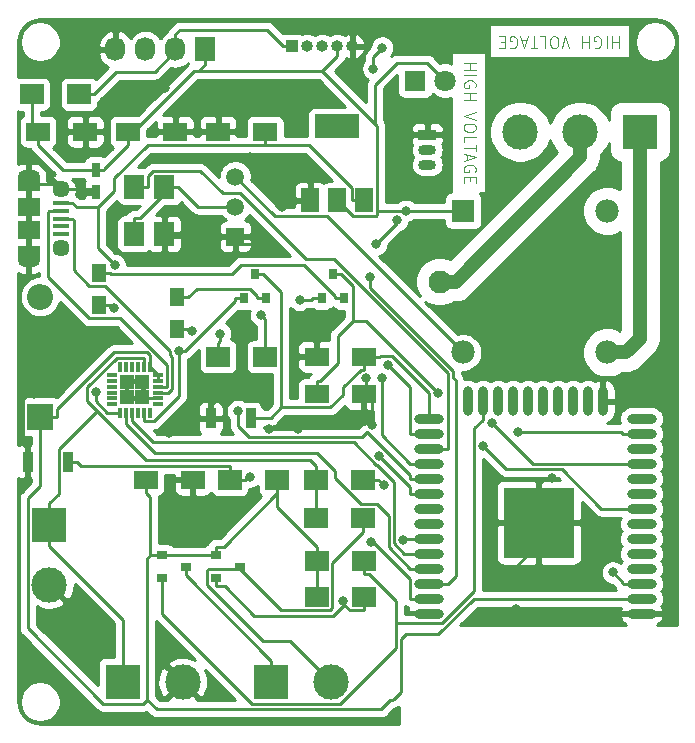
<source format=gbr>
G04 #@! TF.GenerationSoftware,KiCad,Pcbnew,(5.1.2)-1*
G04 #@! TF.CreationDate,2019-08-14T03:07:57+02:00*
G04 #@! TF.ProjectId,SmokESP8266,536d6f6b-4553-4503-9832-36362e6b6963,rev?*
G04 #@! TF.SameCoordinates,Original*
G04 #@! TF.FileFunction,Copper,L1,Top*
G04 #@! TF.FilePolarity,Positive*
%FSLAX46Y46*%
G04 Gerber Fmt 4.6, Leading zero omitted, Abs format (unit mm)*
G04 Created by KiCad (PCBNEW (5.1.2)-1) date 2019-08-14 03:07:58*
%MOMM*%
%LPD*%
G04 APERTURE LIST*
%ADD10C,0.120000*%
%ADD11R,1.500000X2.000000*%
%ADD12R,3.800000X2.000000*%
%ADD13C,3.000000*%
%ADD14R,3.000000X3.000000*%
%ADD15R,1.980000X1.980000*%
%ADD16C,1.935000*%
%ADD17C,1.980000*%
%ADD18R,1.700000X2.000000*%
%ADD19O,2.200000X2.200000*%
%ADD20R,2.200000X2.200000*%
%ADD21R,1.520000X1.520000*%
%ADD22C,1.520000*%
%ADD23R,2.000000X1.600000*%
%ADD24R,2.000000X1.700000*%
%ADD25R,0.900000X1.700000*%
%ADD26O,2.500000X0.900000*%
%ADD27O,0.900000X2.500000*%
%ADD28R,6.000000X6.000000*%
%ADD29R,1.900000X1.200000*%
%ADD30O,1.900000X1.200000*%
%ADD31R,1.900000X1.500000*%
%ADD32C,1.450000*%
%ADD33R,1.350000X0.400000*%
%ADD34O,1.000000X1.000000*%
%ADD35R,1.000000X1.000000*%
%ADD36R,0.750000X1.200000*%
%ADD37R,0.800000X0.900000*%
%ADD38R,1.300000X1.500000*%
%ADD39R,1.300000X1.300000*%
%ADD40R,0.300000X0.850000*%
%ADD41R,0.850000X0.300000*%
%ADD42R,0.900000X0.800000*%
%ADD43O,1.727200X2.032000*%
%ADD44R,1.727200X2.032000*%
%ADD45C,1.800000*%
%ADD46R,1.800000X1.800000*%
%ADD47R,1.500000X0.900000*%
%ADD48O,1.500000X0.900000*%
%ADD49C,0.800000*%
%ADD50C,0.250000*%
%ADD51C,1.200000*%
%ADD52C,0.254000*%
G04 APERTURE END LIST*
D10*
X118419619Y-75470380D02*
X119419619Y-75470380D01*
X118943428Y-75470380D02*
X118943428Y-76041809D01*
X118419619Y-76041809D02*
X119419619Y-76041809D01*
X118419619Y-76518000D02*
X119419619Y-76518000D01*
X119372000Y-77518000D02*
X119419619Y-77422761D01*
X119419619Y-77279904D01*
X119372000Y-77137047D01*
X119276761Y-77041809D01*
X119181523Y-76994190D01*
X118991047Y-76946571D01*
X118848190Y-76946571D01*
X118657714Y-76994190D01*
X118562476Y-77041809D01*
X118467238Y-77137047D01*
X118419619Y-77279904D01*
X118419619Y-77375142D01*
X118467238Y-77518000D01*
X118514857Y-77565619D01*
X118848190Y-77565619D01*
X118848190Y-77375142D01*
X118419619Y-77994190D02*
X119419619Y-77994190D01*
X118943428Y-77994190D02*
X118943428Y-78565619D01*
X118419619Y-78565619D02*
X119419619Y-78565619D01*
X119419619Y-79660857D02*
X118419619Y-79994190D01*
X119419619Y-80327523D01*
X119419619Y-80851333D02*
X119419619Y-81041809D01*
X119372000Y-81137047D01*
X119276761Y-81232285D01*
X119086285Y-81279904D01*
X118752952Y-81279904D01*
X118562476Y-81232285D01*
X118467238Y-81137047D01*
X118419619Y-81041809D01*
X118419619Y-80851333D01*
X118467238Y-80756095D01*
X118562476Y-80660857D01*
X118752952Y-80613238D01*
X119086285Y-80613238D01*
X119276761Y-80660857D01*
X119372000Y-80756095D01*
X119419619Y-80851333D01*
X118419619Y-82184666D02*
X118419619Y-81708476D01*
X119419619Y-81708476D01*
X119419619Y-82375142D02*
X119419619Y-82946571D01*
X118419619Y-82660857D02*
X119419619Y-82660857D01*
X118705333Y-83232285D02*
X118705333Y-83708476D01*
X118419619Y-83137047D02*
X119419619Y-83470380D01*
X118419619Y-83803714D01*
X119372000Y-84660857D02*
X119419619Y-84565619D01*
X119419619Y-84422761D01*
X119372000Y-84279904D01*
X119276761Y-84184666D01*
X119181523Y-84137047D01*
X118991047Y-84089428D01*
X118848190Y-84089428D01*
X118657714Y-84137047D01*
X118562476Y-84184666D01*
X118467238Y-84279904D01*
X118419619Y-84422761D01*
X118419619Y-84518000D01*
X118467238Y-84660857D01*
X118514857Y-84708476D01*
X118848190Y-84708476D01*
X118848190Y-84518000D01*
X118943428Y-85137047D02*
X118943428Y-85470380D01*
X118419619Y-85613238D02*
X118419619Y-85137047D01*
X119419619Y-85137047D01*
X119419619Y-85613238D01*
X131539619Y-73207619D02*
X131539619Y-74207619D01*
X131539619Y-73731428D02*
X130968190Y-73731428D01*
X130968190Y-73207619D02*
X130968190Y-74207619D01*
X130492000Y-73207619D02*
X130492000Y-74207619D01*
X129492000Y-74160000D02*
X129587238Y-74207619D01*
X129730095Y-74207619D01*
X129872952Y-74160000D01*
X129968190Y-74064761D01*
X130015809Y-73969523D01*
X130063428Y-73779047D01*
X130063428Y-73636190D01*
X130015809Y-73445714D01*
X129968190Y-73350476D01*
X129872952Y-73255238D01*
X129730095Y-73207619D01*
X129634857Y-73207619D01*
X129492000Y-73255238D01*
X129444380Y-73302857D01*
X129444380Y-73636190D01*
X129634857Y-73636190D01*
X129015809Y-73207619D02*
X129015809Y-74207619D01*
X129015809Y-73731428D02*
X128444380Y-73731428D01*
X128444380Y-73207619D02*
X128444380Y-74207619D01*
X127349142Y-74207619D02*
X127015809Y-73207619D01*
X126682476Y-74207619D01*
X126158666Y-74207619D02*
X125968190Y-74207619D01*
X125872952Y-74160000D01*
X125777714Y-74064761D01*
X125730095Y-73874285D01*
X125730095Y-73540952D01*
X125777714Y-73350476D01*
X125872952Y-73255238D01*
X125968190Y-73207619D01*
X126158666Y-73207619D01*
X126253904Y-73255238D01*
X126349142Y-73350476D01*
X126396761Y-73540952D01*
X126396761Y-73874285D01*
X126349142Y-74064761D01*
X126253904Y-74160000D01*
X126158666Y-74207619D01*
X124825333Y-73207619D02*
X125301523Y-73207619D01*
X125301523Y-74207619D01*
X124634857Y-74207619D02*
X124063428Y-74207619D01*
X124349142Y-73207619D02*
X124349142Y-74207619D01*
X123777714Y-73493333D02*
X123301523Y-73493333D01*
X123872952Y-73207619D02*
X123539619Y-74207619D01*
X123206285Y-73207619D01*
X122349142Y-74160000D02*
X122444380Y-74207619D01*
X122587238Y-74207619D01*
X122730095Y-74160000D01*
X122825333Y-74064761D01*
X122872952Y-73969523D01*
X122920571Y-73779047D01*
X122920571Y-73636190D01*
X122872952Y-73445714D01*
X122825333Y-73350476D01*
X122730095Y-73255238D01*
X122587238Y-73207619D01*
X122492000Y-73207619D01*
X122349142Y-73255238D01*
X122301523Y-73302857D01*
X122301523Y-73636190D01*
X122492000Y-73636190D01*
X121872952Y-73731428D02*
X121539619Y-73731428D01*
X121396761Y-73207619D02*
X121872952Y-73207619D01*
X121872952Y-74207619D01*
X121396761Y-74207619D01*
D11*
X105396000Y-87097000D03*
X109996000Y-87097000D03*
X107696000Y-87097000D03*
D12*
X107696000Y-80797000D03*
D13*
X123190000Y-81280000D03*
X128270000Y-81280000D03*
D14*
X133350000Y-81280000D03*
D15*
X118360000Y-87980000D03*
D16*
X116360000Y-93980000D03*
D17*
X118360000Y-99980000D03*
X130560000Y-99980000D03*
X130560000Y-87980000D03*
D18*
X90474800Y-85934800D03*
X90474800Y-89934800D03*
X93065600Y-89953600D03*
X93065600Y-85953600D03*
D19*
X82550000Y-95250000D03*
D20*
X82550000Y-105410000D03*
D21*
X99060000Y-90170000D03*
D22*
X99060000Y-85090000D03*
X99060000Y-87630000D03*
D23*
X91472000Y-110744000D03*
X95472000Y-110744000D03*
X93980000Y-81280000D03*
X89980000Y-81280000D03*
X109950000Y-103505000D03*
X105950000Y-103505000D03*
X109950000Y-100330000D03*
X105950000Y-100330000D03*
X97600000Y-81280000D03*
X101600000Y-81280000D03*
X82360000Y-81280000D03*
X86360000Y-81280000D03*
D24*
X102584000Y-110744000D03*
X98584000Y-110744000D03*
X101600000Y-100330000D03*
X97600000Y-100330000D03*
D25*
X81485000Y-109220000D03*
X84885000Y-109220000D03*
X100379000Y-105537000D03*
X96979000Y-105537000D03*
D26*
X115460000Y-122090000D03*
X115460000Y-120820000D03*
X115460000Y-119550000D03*
X115460000Y-118280000D03*
X115460000Y-117010000D03*
X115460000Y-115740000D03*
X115460000Y-114470000D03*
X115460000Y-113200000D03*
X115460000Y-111930000D03*
X115460000Y-110660000D03*
X115460000Y-109390000D03*
X115460000Y-108120000D03*
X115460000Y-106850000D03*
X115460000Y-105580000D03*
D27*
X118745000Y-104090000D03*
X120015000Y-104090000D03*
X121285000Y-104090000D03*
X122555000Y-104090000D03*
X123825000Y-104090000D03*
X125095000Y-104090000D03*
X126365000Y-104090000D03*
X127635000Y-104090000D03*
X128905000Y-104090000D03*
X130175000Y-104090000D03*
D26*
X133460000Y-105580000D03*
X133460000Y-106850000D03*
X133460000Y-108120000D03*
X133460000Y-109390000D03*
X133460000Y-110660000D03*
X133460000Y-111930000D03*
X133460000Y-113200000D03*
X133460000Y-114470000D03*
X133460000Y-115740000D03*
X133460000Y-117010000D03*
X133460000Y-118280000D03*
X133460000Y-119550000D03*
X133460000Y-120820000D03*
X133460000Y-122090000D03*
D28*
X124760000Y-114390000D03*
D14*
X102108000Y-127889000D03*
D13*
X107188000Y-127889000D03*
X83312000Y-119634000D03*
D14*
X83312000Y-114554000D03*
D29*
X81565000Y-85746000D03*
X81565000Y-91546000D03*
D30*
X81565000Y-92146000D03*
X81565000Y-85146000D03*
D31*
X81565000Y-87646000D03*
D32*
X84265000Y-91146000D03*
D33*
X84265000Y-88646000D03*
X84265000Y-89296000D03*
X84265000Y-89946000D03*
X84265000Y-87346000D03*
X84265000Y-87996000D03*
D32*
X84265000Y-86146000D03*
D31*
X81565000Y-89646000D03*
D34*
X108966000Y-74041000D03*
X107696000Y-74041000D03*
X106426000Y-74041000D03*
X105156000Y-74041000D03*
D35*
X103886000Y-74041000D03*
D36*
X87249000Y-84521000D03*
X87249000Y-86421000D03*
D37*
X99761000Y-95361000D03*
X101661000Y-95361000D03*
X100711000Y-93361000D03*
X107315000Y-93361000D03*
X108265000Y-95361000D03*
X106365000Y-95361000D03*
D38*
X87503000Y-95965000D03*
X87503000Y-93265000D03*
X94107000Y-95297000D03*
X94107000Y-97997000D03*
D39*
X91201000Y-103774000D03*
X91201000Y-102474000D03*
X89901000Y-103774000D03*
X89901000Y-102474000D03*
D40*
X91801000Y-105074000D03*
X91301000Y-105074000D03*
X90801000Y-105074000D03*
X90301000Y-105074000D03*
X89801000Y-105074000D03*
X89301000Y-105074000D03*
D41*
X88601000Y-104374000D03*
X88601000Y-103874000D03*
X88601000Y-103374000D03*
X88601000Y-102874000D03*
X88601000Y-102374000D03*
X88601000Y-101874000D03*
D40*
X89301000Y-101174000D03*
X89801000Y-101174000D03*
X90301000Y-101174000D03*
X90801000Y-101174000D03*
X91301000Y-101174000D03*
X91801000Y-101174000D03*
D41*
X92501000Y-101874000D03*
X92501000Y-102374000D03*
X92501000Y-102874000D03*
X92501000Y-103374000D03*
X92501000Y-103874000D03*
X92501000Y-104374000D03*
D13*
X94615000Y-127889000D03*
D14*
X89535000Y-127889000D03*
D42*
X94853000Y-118110000D03*
X92853000Y-119060000D03*
X92853000Y-117160000D03*
X97425000Y-117160000D03*
X97425000Y-119060000D03*
X99425000Y-118110000D03*
D24*
X105950000Y-117602000D03*
X109950000Y-117602000D03*
X109916000Y-110736000D03*
X105916000Y-110736000D03*
X105950000Y-120650000D03*
X109950000Y-120650000D03*
X109916000Y-113996000D03*
X105916000Y-113996000D03*
X85820000Y-78105000D03*
X81820000Y-78105000D03*
D43*
X88908000Y-74303000D03*
X91448000Y-74303000D03*
X93988000Y-74303000D03*
D44*
X96528000Y-74303000D03*
D45*
X116840000Y-76962000D03*
D46*
X114300000Y-76962000D03*
D47*
X115316000Y-81534000D03*
D48*
X115316000Y-84074000D03*
X115316000Y-82804000D03*
D49*
X113501000Y-87980000D03*
X93980000Y-81280000D03*
X93121397Y-77563397D03*
X102997000Y-87697400D03*
X101981000Y-90805000D03*
X97600000Y-81280000D03*
X100330000Y-83439000D03*
X89901000Y-102474000D03*
X82042000Y-103505000D03*
X95472000Y-110744000D03*
X96979000Y-105537000D03*
X95064153Y-106611847D03*
X93472000Y-106807000D03*
X110617000Y-106079700D03*
X105950000Y-100330000D03*
X110093710Y-102165915D03*
X125857000Y-110617000D03*
X130175000Y-104090000D03*
X115460000Y-122090000D03*
X122428000Y-118491000D03*
X122809000Y-121666000D03*
X101600000Y-104394000D03*
X101914998Y-106427290D03*
X104394000Y-106426000D03*
X88843100Y-92571200D03*
X97779300Y-98377100D03*
X101245900Y-96786800D03*
X110538600Y-116005400D03*
X111260900Y-108763900D03*
X99297000Y-104948300D03*
X122965000Y-106680000D03*
X120786900Y-105933300D03*
X120034200Y-107906100D03*
X111990600Y-101022600D03*
X110744000Y-75946000D03*
X111506000Y-74168000D03*
X111448700Y-102152400D03*
X110490000Y-93599000D03*
X110998000Y-90805000D03*
X112776000Y-88773000D03*
X116247700Y-103440700D03*
X100290600Y-110489900D03*
X131021900Y-118596800D03*
X88815900Y-96195100D03*
X94283300Y-99868600D03*
X104507700Y-95521200D03*
X95431300Y-98122900D03*
X87242900Y-103302000D03*
X111610300Y-111204000D03*
X113243100Y-115847200D03*
X108221500Y-120983300D03*
D50*
X97425000Y-117160000D02*
X97425000Y-116434700D01*
X97425000Y-116434700D02*
X98068600Y-116434700D01*
X98068600Y-116434700D02*
X102584000Y-111919300D01*
X92853000Y-117160000D02*
X97425000Y-117160000D01*
X105950000Y-117602000D02*
X105950000Y-116426700D01*
X105950000Y-116426700D02*
X102584000Y-113060700D01*
X102584000Y-113060700D02*
X102584000Y-111919300D01*
X105950000Y-120650000D02*
X105950000Y-117602000D01*
X102584000Y-110744000D02*
X102584000Y-111919300D01*
X82550000Y-105410000D02*
X83975300Y-105410000D01*
X111071400Y-80779400D02*
X111071400Y-87980000D01*
X89980000Y-81730100D02*
X95575000Y-76135100D01*
X95575000Y-76135100D02*
X106427100Y-76135100D01*
X106427100Y-76135100D02*
X106427200Y-76135100D01*
X106427200Y-76135100D02*
X107696000Y-74866300D01*
X107696000Y-74041000D02*
X107696000Y-74866300D01*
X111071400Y-87980000D02*
X111071400Y-88311800D01*
X111071400Y-88311800D02*
X110960800Y-88422400D01*
X110960800Y-88422400D02*
X109021400Y-88422400D01*
X109021400Y-88422400D02*
X107696000Y-87097000D01*
X117044700Y-87980000D02*
X111071400Y-87980000D01*
X89980000Y-81730100D02*
X89980000Y-82405300D01*
X89980000Y-81280000D02*
X89980000Y-81730100D01*
X118360000Y-87980000D02*
X117044700Y-87980000D01*
X91566800Y-129367000D02*
X91566800Y-117446000D01*
X91566800Y-117446000D02*
X91852800Y-117160000D01*
X82550000Y-105410000D02*
X82550000Y-111272400D01*
X82550000Y-111272400D02*
X81486600Y-112335800D01*
X81486600Y-112335800D02*
X81486600Y-123340000D01*
X81486600Y-123340000D02*
X87861000Y-129714400D01*
X87861000Y-129714400D02*
X91219400Y-129714400D01*
X91219400Y-129714400D02*
X91566800Y-129367000D01*
X91852800Y-117160000D02*
X91852800Y-112250100D01*
X91852800Y-112250100D02*
X91472000Y-111869300D01*
X91852800Y-117160000D02*
X92077700Y-117160000D01*
X91472000Y-110744000D02*
X91472000Y-111869300D01*
X92853000Y-117160000D02*
X92077700Y-117160000D01*
X83975300Y-105410000D02*
X83975300Y-104786400D01*
X83975300Y-104786400D02*
X88797500Y-99964200D01*
X88797500Y-99964200D02*
X91551900Y-99964200D01*
X91551900Y-99964200D02*
X91801000Y-100213300D01*
X91801000Y-100213300D02*
X91801000Y-101174000D01*
X89980000Y-82405300D02*
X87949300Y-84436000D01*
X87949300Y-84436000D02*
X87949300Y-84521000D01*
X92501000Y-101874000D02*
X91801000Y-101174000D01*
X87249000Y-84521000D02*
X87949300Y-84521000D01*
X82360000Y-82405300D02*
X84475700Y-84521000D01*
X84475700Y-84521000D02*
X87249000Y-84521000D01*
X82360000Y-81280000D02*
X82360000Y-82405300D01*
X92501000Y-102374000D02*
X92501000Y-101874000D01*
X92399800Y-130200000D02*
X91566800Y-129367000D01*
X112012565Y-129601835D02*
X111414400Y-130200000D01*
X119270110Y-120820000D02*
X116265110Y-123825000D01*
X133460000Y-120820000D02*
X119270110Y-120820000D01*
X116265110Y-123825000D02*
X113538000Y-123825000D01*
X112171063Y-129403085D02*
X112012565Y-129601835D01*
X113538000Y-123825000D02*
X113111410Y-124251590D01*
X112462785Y-129345215D02*
X112290696Y-129389606D01*
X113111410Y-124251590D02*
X113111410Y-128696590D01*
X111414400Y-130200000D02*
X92399800Y-130200000D01*
X112290696Y-129389606D02*
X112171063Y-129403085D01*
X113111410Y-128696590D02*
X112462785Y-129345215D01*
X96528000Y-75569000D02*
X96528000Y-74303000D01*
X95961900Y-76135100D02*
X96528000Y-75569000D01*
X95575000Y-76135100D02*
X95961900Y-76135100D01*
X81820000Y-80740000D02*
X82360000Y-81280000D01*
X81820000Y-78105000D02*
X81820000Y-80740000D01*
X110904002Y-80611998D02*
X110904002Y-77309998D01*
X110904002Y-80611998D02*
X111071400Y-80779400D01*
X106427200Y-76135100D02*
X110904002Y-80611998D01*
X110904002Y-77309998D02*
X112776000Y-75438000D01*
X115316000Y-75438000D02*
X116840000Y-76962000D01*
X112776000Y-75438000D02*
X115316000Y-75438000D01*
X99060000Y-85090000D02*
X102392400Y-88422400D01*
X102392400Y-88422400D02*
X106802400Y-88422400D01*
X106802400Y-88422400D02*
X118360000Y-99980000D01*
X90474800Y-89934800D02*
X90474800Y-88609500D01*
X93653300Y-85953600D02*
X90997400Y-88609500D01*
X90997400Y-88609500D02*
X90474800Y-88609500D01*
X93653300Y-85953600D02*
X94240900Y-85953600D01*
X93065600Y-85953600D02*
X93653300Y-85953600D01*
X99060000Y-87630000D02*
X95917300Y-87630000D01*
X95917300Y-87630000D02*
X94240900Y-85953600D01*
X95230000Y-81280000D02*
X97600000Y-81280000D01*
X93980000Y-81280000D02*
X95230000Y-81280000D01*
X86360000Y-80230000D02*
X88104000Y-78486000D01*
X86360000Y-81280000D02*
X86360000Y-80230000D01*
X88104000Y-78486000D02*
X92198794Y-78486000D01*
X92198794Y-78486000D02*
X93121397Y-77563397D01*
X86974000Y-86146000D02*
X87249000Y-86421000D01*
X84265000Y-86146000D02*
X86974000Y-86146000D01*
X83865000Y-85746000D02*
X84265000Y-86146000D01*
X81565000Y-85746000D02*
X83865000Y-85746000D01*
X81565000Y-85746000D02*
X81565000Y-87646000D01*
X81565000Y-87646000D02*
X81565000Y-89646000D01*
X81565000Y-89646000D02*
X81565000Y-91546000D01*
X81565000Y-91546000D02*
X81565000Y-92146000D01*
X93282000Y-90170000D02*
X93065600Y-89953600D01*
X99060000Y-90170000D02*
X93282000Y-90170000D01*
X105396000Y-87097000D02*
X103597400Y-87097000D01*
X103597400Y-87097000D02*
X102997000Y-87697400D01*
X99695000Y-90805000D02*
X99060000Y-90170000D01*
X101981000Y-90805000D02*
X99695000Y-90805000D01*
X100729999Y-84229599D02*
X103597400Y-87097000D01*
X100729999Y-83838999D02*
X100729999Y-84229599D01*
X100330000Y-83439000D02*
X100729999Y-83838999D01*
X89901000Y-102474000D02*
X91201000Y-102474000D01*
X91201000Y-102474000D02*
X91201000Y-103774000D01*
X91201000Y-103774000D02*
X89901000Y-103774000D01*
X91301000Y-103874000D02*
X91201000Y-103774000D01*
X92501000Y-103874000D02*
X91301000Y-103874000D01*
X89901000Y-102474000D02*
X89901000Y-103374000D01*
X81476315Y-103505000D02*
X81095315Y-103886000D01*
X82042000Y-103505000D02*
X81476315Y-103505000D01*
X81485000Y-108120000D02*
X81485000Y-109220000D01*
X81095315Y-107730315D02*
X81485000Y-108120000D01*
X81095315Y-103886000D02*
X81095315Y-107730315D01*
X95064153Y-106611847D02*
X93667153Y-106611847D01*
X93667153Y-106611847D02*
X93472000Y-106807000D01*
X110617000Y-104172000D02*
X109950000Y-103505000D01*
X110617000Y-106079700D02*
X110617000Y-104172000D01*
X110093710Y-103361290D02*
X109950000Y-103505000D01*
X110093710Y-102165915D02*
X110093710Y-103361290D01*
X125283000Y-110617000D02*
X125857000Y-110617000D01*
X124760000Y-114390000D02*
X124760000Y-111140000D01*
X124760000Y-111140000D02*
X125283000Y-110617000D01*
X124760000Y-116159000D02*
X124760000Y-114390000D01*
X122428000Y-118491000D02*
X124760000Y-116159000D01*
X133460000Y-122090000D02*
X123233000Y-122090000D01*
X123233000Y-122090000D02*
X122809000Y-121666000D01*
X96979000Y-104437000D02*
X97784000Y-103632000D01*
X96979000Y-105537000D02*
X96979000Y-104437000D01*
X97784000Y-103632000D02*
X101473000Y-103632000D01*
X101473000Y-103632000D02*
X101473000Y-104140000D01*
X101473000Y-104140000D02*
X101346000Y-104140000D01*
X101346000Y-104140000D02*
X101600000Y-104394000D01*
X101914998Y-106427290D02*
X104392710Y-106427290D01*
X104392710Y-106427290D02*
X104394000Y-106426000D01*
X87410600Y-87698000D02*
X88822000Y-86286600D01*
X88822000Y-86286600D02*
X88822000Y-85214400D01*
X88822000Y-85214400D02*
X91631100Y-82405300D01*
X91631100Y-82405300D02*
X101600000Y-82405300D01*
X85265300Y-87346000D02*
X85617300Y-87698000D01*
X85617300Y-87698000D02*
X87410600Y-87698000D01*
X87410600Y-87698000D02*
X87410600Y-91138700D01*
X87410600Y-91138700D02*
X88843100Y-92571200D01*
X87355400Y-104923000D02*
X91494000Y-109061700D01*
X91494000Y-109061700D02*
X105417000Y-109061700D01*
X105417000Y-109061700D02*
X105916000Y-109560700D01*
X91301000Y-100423700D02*
X89011200Y-100423700D01*
X89011200Y-100423700D02*
X86497400Y-102937500D01*
X86497400Y-102937500D02*
X86497400Y-104065100D01*
X86497400Y-104065100D02*
X87355400Y-104923000D01*
X87355400Y-104923000D02*
X84109600Y-108168800D01*
X84109600Y-108168800D02*
X84109600Y-111931100D01*
X84109600Y-111931100D02*
X83312000Y-112728700D01*
X105916000Y-110736000D02*
X105916000Y-109560700D01*
X109996000Y-87097000D02*
X108920700Y-87097000D01*
X101600000Y-82405300D02*
X105304300Y-82405300D01*
X105304300Y-82405300D02*
X108920700Y-86021700D01*
X108920700Y-86021700D02*
X108920700Y-87097000D01*
X97600000Y-100330000D02*
X97600000Y-99154700D01*
X97779300Y-98377100D02*
X97779300Y-98975400D01*
X97779300Y-98975400D02*
X97600000Y-99154700D01*
X101600000Y-81280000D02*
X101600000Y-82405300D01*
X84265000Y-87346000D02*
X85265300Y-87346000D01*
X105916000Y-113996000D02*
X105916000Y-110736000D01*
X83312000Y-114554000D02*
X83312000Y-112728700D01*
X91301000Y-101174000D02*
X91301000Y-100423700D01*
X83312000Y-114554000D02*
X83312000Y-116379300D01*
X89535000Y-127889000D02*
X89535000Y-122602300D01*
X89535000Y-122602300D02*
X83312000Y-116379300D01*
X101245900Y-96786800D02*
X101600000Y-97140900D01*
X101600000Y-97140900D02*
X101600000Y-100330000D01*
X128270000Y-82070000D02*
X128270000Y-81280000D01*
D51*
X128270000Y-83401320D02*
X128270000Y-81280000D01*
X128270000Y-83438251D02*
X128270000Y-83401320D01*
X117728251Y-93980000D02*
X128270000Y-83438251D01*
X116360000Y-93980000D02*
X117728251Y-93980000D01*
X132176000Y-99980000D02*
X130560000Y-99980000D01*
X133350000Y-81280000D02*
X133350000Y-98806000D01*
X133350000Y-98806000D02*
X132176000Y-99980000D01*
D50*
X115460000Y-120820000D02*
X113884700Y-120820000D01*
X110538600Y-116005400D02*
X110755900Y-116005400D01*
X110755900Y-116005400D02*
X113884700Y-119134200D01*
X113884700Y-119134200D02*
X113884700Y-120820000D01*
X115460000Y-111930000D02*
X113884700Y-111930000D01*
X111260900Y-108763900D02*
X113884700Y-111387700D01*
X113884700Y-111387700D02*
X113884700Y-111930000D01*
X100203000Y-107133900D02*
X99297000Y-106227900D01*
X113884700Y-110660000D02*
X113884700Y-110361900D01*
X115460000Y-110660000D02*
X113884700Y-110660000D01*
X113884700Y-110361900D02*
X110235100Y-106712300D01*
X110235100Y-106712300D02*
X109795110Y-107152290D01*
X99297000Y-106227900D02*
X99297000Y-104948300D01*
X109795110Y-107152290D02*
X100203000Y-107152290D01*
X100203000Y-107152290D02*
X100203000Y-107133900D01*
X90474800Y-85934800D02*
X91650100Y-85934800D01*
X115460000Y-108120000D02*
X117035300Y-108120000D01*
X117035300Y-108120000D02*
X117035300Y-101699600D01*
X117035300Y-101699600D02*
X107429300Y-92093600D01*
X107429300Y-92093600D02*
X105058600Y-92093600D01*
X105058600Y-92093600D02*
X99484300Y-86519300D01*
X99484300Y-86519300D02*
X97998900Y-86519300D01*
X97998900Y-86519300D02*
X96107800Y-84628200D01*
X96107800Y-84628200D02*
X92075200Y-84628200D01*
X92075200Y-84628200D02*
X91650100Y-85053300D01*
X91650100Y-85053300D02*
X91650100Y-85934800D01*
X133460000Y-106850000D02*
X131884700Y-106850000D01*
X122965000Y-106680000D02*
X131714700Y-106680000D01*
X131714700Y-106680000D02*
X131884700Y-106850000D01*
X120786900Y-105933300D02*
X124243600Y-109390000D01*
X124243600Y-109390000D02*
X133460000Y-109390000D01*
X120034200Y-107906100D02*
X121968500Y-109840400D01*
X121968500Y-109840400D02*
X126683000Y-109840400D01*
X126683000Y-109840400D02*
X130042600Y-113200000D01*
X130042600Y-113200000D02*
X133460000Y-113200000D01*
X115460000Y-106850000D02*
X113884700Y-106850000D01*
X111990600Y-101022600D02*
X113884700Y-102916700D01*
X113884700Y-102916700D02*
X113884700Y-106850000D01*
X110744000Y-75946000D02*
X110744000Y-74930000D01*
X110744000Y-74930000D02*
X111506000Y-74168000D01*
X115460000Y-109390000D02*
X113884700Y-109390000D01*
X111448700Y-102152400D02*
X111448700Y-106954000D01*
X111448700Y-106954000D02*
X113884700Y-109390000D01*
X115460000Y-119550000D02*
X117035300Y-119550000D01*
X117715800Y-102504500D02*
X117715800Y-118869500D01*
X117715800Y-118869500D02*
X117035300Y-119550000D01*
X117485310Y-102118310D02*
X117485309Y-101513199D01*
X117715800Y-102504500D02*
X117715800Y-102348800D01*
X117715800Y-102348800D02*
X117485310Y-102118310D01*
X117485309Y-101513199D02*
X110490000Y-94517890D01*
X110490000Y-94517890D02*
X110490000Y-93599000D01*
X110998000Y-90805000D02*
X112776000Y-89027000D01*
X112776000Y-89027000D02*
X112776000Y-88773000D01*
X93988000Y-73037000D02*
X94381000Y-72644000D01*
X93988000Y-74303000D02*
X93988000Y-73037000D01*
X103136000Y-74041000D02*
X103886000Y-74041000D01*
X101739000Y-72644000D02*
X103136000Y-74041000D01*
X94381000Y-72644000D02*
X101739000Y-72644000D01*
X87070000Y-78105000D02*
X88975000Y-76200000D01*
X85820000Y-78105000D02*
X87070000Y-78105000D01*
X93988000Y-74455400D02*
X93988000Y-74303000D01*
X92243400Y-76200000D02*
X93988000Y-74455400D01*
X88975000Y-76200000D02*
X92243400Y-76200000D01*
X108990400Y-97294100D02*
X107731200Y-98553300D01*
X107731200Y-98553300D02*
X107731200Y-100879800D01*
X107731200Y-100879800D02*
X106231300Y-102379700D01*
X106231300Y-102379700D02*
X105950000Y-102379700D01*
X108040300Y-93361000D02*
X108990400Y-94311100D01*
X108990400Y-94311100D02*
X108990400Y-97294100D01*
X108990400Y-97294100D02*
X110101100Y-97294100D01*
X110101100Y-97294100D02*
X116247700Y-103440700D01*
X98584000Y-110744000D02*
X99909300Y-110744000D01*
X100290600Y-110489900D02*
X100163400Y-110489900D01*
X100163400Y-110489900D02*
X99909300Y-110744000D01*
X98584000Y-110744000D02*
X98584000Y-109568700D01*
X133460000Y-119550000D02*
X131884700Y-119550000D01*
X131021900Y-118596800D02*
X131884700Y-119459600D01*
X131884700Y-119459600D02*
X131884700Y-119550000D01*
X107315000Y-93361000D02*
X108040300Y-93361000D01*
X105950000Y-103505000D02*
X105950000Y-102379700D01*
X98584000Y-109568700D02*
X86009000Y-109568700D01*
X86009000Y-109568700D02*
X85660300Y-109220000D01*
X84885000Y-109220000D02*
X85660300Y-109220000D01*
X109950000Y-100330000D02*
X109950000Y-101455300D01*
X102965500Y-104630200D02*
X102965700Y-104630400D01*
X102965700Y-104630400D02*
X107107300Y-104630400D01*
X107107300Y-104630400D02*
X108181600Y-103556100D01*
X108181600Y-103556100D02*
X108181600Y-102942400D01*
X108181600Y-102942400D02*
X109668700Y-101455300D01*
X109668700Y-101455300D02*
X109950000Y-101455300D01*
X102965500Y-104630200D02*
X102058700Y-105537000D01*
X102058700Y-105537000D02*
X101154300Y-105537000D01*
X101436300Y-93361000D02*
X102965500Y-94890200D01*
X102965500Y-94890200D02*
X102965500Y-104630200D01*
X109950000Y-100330000D02*
X111275300Y-100330000D01*
X111275300Y-100330000D02*
X111329100Y-100276200D01*
X111329100Y-100276200D02*
X112306600Y-100276200D01*
X112306600Y-100276200D02*
X115460000Y-103429600D01*
X115460000Y-103429600D02*
X115460000Y-105580000D01*
X100379000Y-105537000D02*
X101154300Y-105537000D01*
X100711000Y-93361000D02*
X101436300Y-93361000D01*
X85265300Y-88646000D02*
X85395300Y-88776000D01*
X85395300Y-88776000D02*
X85395300Y-93018900D01*
X85395300Y-93018900D02*
X86716800Y-94340400D01*
X86716800Y-94340400D02*
X88020700Y-94340400D01*
X88020700Y-94340400D02*
X93558000Y-99877700D01*
X93558000Y-99877700D02*
X93558000Y-100169000D01*
X93558000Y-100169000D02*
X93733100Y-100344100D01*
X93733100Y-100344100D02*
X93733100Y-103042400D01*
X93733100Y-103042400D02*
X93401500Y-103374000D01*
X93401500Y-103374000D02*
X92501000Y-103374000D01*
X84265000Y-88646000D02*
X85265300Y-88646000D01*
X84265000Y-87996000D02*
X83264700Y-87996000D01*
X92501000Y-102874000D02*
X93251300Y-102874000D01*
X93251300Y-102874000D02*
X93251300Y-101026700D01*
X93251300Y-101026700D02*
X89326500Y-97101900D01*
X89326500Y-97101900D02*
X86706200Y-97101900D01*
X86706200Y-97101900D02*
X83170400Y-93566100D01*
X83170400Y-93566100D02*
X83170400Y-88090300D01*
X83170400Y-88090300D02*
X83264700Y-87996000D01*
X94283300Y-99868600D02*
X94767500Y-99868600D01*
X94767500Y-99868600D02*
X99035700Y-95600400D01*
X99035700Y-95600400D02*
X99035700Y-95361000D01*
X91301000Y-105824300D02*
X92156100Y-105824300D01*
X92156100Y-105824300D02*
X94283300Y-103697100D01*
X94283300Y-103697100D02*
X94283300Y-99868600D01*
X99761000Y-95361000D02*
X99035700Y-95361000D01*
X87503000Y-95965000D02*
X88478300Y-95965000D01*
X88815900Y-96195100D02*
X88708400Y-96195100D01*
X88708400Y-96195100D02*
X88478300Y-95965000D01*
X91301000Y-105074000D02*
X91301000Y-105824300D01*
X101661000Y-95361000D02*
X100935700Y-95361000D01*
X94107000Y-95297000D02*
X95082300Y-95297000D01*
X95082300Y-95297000D02*
X95793700Y-94585600D01*
X95793700Y-94585600D02*
X100341600Y-94585600D01*
X100341600Y-94585600D02*
X100935700Y-95179700D01*
X100935700Y-95179700D02*
X100935700Y-95361000D01*
X108265000Y-95361000D02*
X107539700Y-95361000D01*
X87503000Y-93265000D02*
X88478300Y-93265000D01*
X88478300Y-93265000D02*
X88530300Y-93317000D01*
X88530300Y-93317000D02*
X98785300Y-93317000D01*
X98785300Y-93317000D02*
X99558300Y-92544000D01*
X99558300Y-92544000D02*
X104904000Y-92544000D01*
X104904000Y-92544000D02*
X107539700Y-95179700D01*
X107539700Y-95179700D02*
X107539700Y-95361000D01*
X106365000Y-95361000D02*
X105639700Y-95361000D01*
X104507700Y-95521200D02*
X105479500Y-95521200D01*
X105479500Y-95521200D02*
X105639700Y-95361000D01*
X94107000Y-97997000D02*
X95082300Y-97997000D01*
X95431300Y-98122900D02*
X95208200Y-98122900D01*
X95208200Y-98122900D02*
X95082300Y-97997000D01*
X87242900Y-103302000D02*
X87242900Y-104075800D01*
X87242900Y-104075800D02*
X88241100Y-105074000D01*
X88241100Y-105074000D02*
X89301000Y-105074000D01*
X115460000Y-118280000D02*
X113884700Y-118280000D01*
X113884700Y-118280000D02*
X112067400Y-116462700D01*
X112067400Y-116462700D02*
X112067400Y-113836600D01*
X112067400Y-113836600D02*
X111051400Y-112820600D01*
X111051400Y-112820600D02*
X109667100Y-112820600D01*
X109667100Y-112820600D02*
X107470600Y-110624100D01*
X107470600Y-110624100D02*
X107470600Y-109979300D01*
X107470600Y-109979300D02*
X105982600Y-108491300D01*
X105982600Y-108491300D02*
X92266500Y-108491300D01*
X92266500Y-108491300D02*
X89801000Y-106025800D01*
X89801000Y-106025800D02*
X89801000Y-105074000D01*
X90301000Y-105824300D02*
X92079000Y-107602300D01*
X92079000Y-107602300D02*
X109073600Y-107602300D01*
X109073600Y-107602300D02*
X110960500Y-109489200D01*
X110960500Y-109489200D02*
X111034400Y-109489200D01*
X111034400Y-109489200D02*
X112517800Y-110972600D01*
X112517800Y-110972600D02*
X112517800Y-116147600D01*
X112517800Y-116147600D02*
X113380200Y-117010000D01*
X113380200Y-117010000D02*
X113884700Y-117010000D01*
X90301000Y-105074000D02*
X90301000Y-105824300D01*
X115460000Y-117010000D02*
X113884700Y-117010000D01*
X94853000Y-118110000D02*
X94853000Y-118835300D01*
X102108000Y-127889000D02*
X102108000Y-126063700D01*
X94853000Y-118835300D02*
X94879600Y-118835300D01*
X94879600Y-118835300D02*
X102108000Y-126063700D01*
X109916000Y-110736000D02*
X111241300Y-110736000D01*
X111610300Y-111204000D02*
X111241300Y-110835000D01*
X111241300Y-110835000D02*
X111241300Y-110736000D01*
X99425000Y-118334600D02*
X102915800Y-121825400D01*
X102915800Y-121825400D02*
X107097500Y-121825400D01*
X107097500Y-121825400D02*
X107275400Y-121647500D01*
X107275400Y-121647500D02*
X107275400Y-117811900D01*
X107275400Y-117811900D02*
X109916000Y-115171300D01*
X99425000Y-118110000D02*
X99425000Y-118334600D01*
X107188000Y-127889000D02*
X103699600Y-124400600D01*
X103699600Y-124400600D02*
X101366700Y-124400600D01*
X101366700Y-124400600D02*
X96649600Y-119683500D01*
X96649600Y-119683500D02*
X96649600Y-118472300D01*
X96649600Y-118472300D02*
X96787300Y-118334600D01*
X96787300Y-118334600D02*
X99425000Y-118334600D01*
X109916000Y-113996000D02*
X109916000Y-115171300D01*
X120015000Y-105665300D02*
X119308900Y-106371400D01*
X119308900Y-106371400D02*
X119308900Y-120144800D01*
X119308900Y-120144800D02*
X116559600Y-122894100D01*
X116559600Y-122894100D02*
X112661400Y-122894100D01*
X120015000Y-104090000D02*
X120015000Y-105665300D01*
X109950000Y-117602000D02*
X109950000Y-118777300D01*
X112661400Y-122894100D02*
X112661400Y-121048000D01*
X112661400Y-121048000D02*
X110390700Y-118777300D01*
X110390700Y-118777300D02*
X109950000Y-118777300D01*
X92853000Y-119060000D02*
X92853000Y-122146500D01*
X92853000Y-122146500D02*
X100456100Y-129749600D01*
X100456100Y-129749600D02*
X107953000Y-129749600D01*
X107953000Y-129749600D02*
X112661400Y-125041200D01*
X112661400Y-125041200D02*
X112661400Y-122894100D01*
X97425000Y-119060000D02*
X97425000Y-119785300D01*
X97425000Y-119785300D02*
X98150300Y-119785300D01*
X98150300Y-119785300D02*
X100652300Y-122287300D01*
X100652300Y-122287300D02*
X107364800Y-122287300D01*
X107364800Y-122287300D02*
X108287300Y-121364800D01*
X108287300Y-121364800D02*
X108221500Y-121299100D01*
X108221500Y-121299100D02*
X108221500Y-120983300D01*
X109950000Y-121825300D02*
X108747700Y-121825300D01*
X108747700Y-121825300D02*
X108287300Y-121364800D01*
X115460000Y-115740000D02*
X113350300Y-115740000D01*
X113350300Y-115740000D02*
X113243100Y-115847200D01*
X109950000Y-120650000D02*
X109950000Y-121825300D01*
D52*
G36*
X80695518Y-79580812D02*
G01*
X80820000Y-79593072D01*
X81060001Y-79593072D01*
X81060001Y-79920335D01*
X81005506Y-79949463D01*
X80908815Y-80028815D01*
X80829463Y-80125506D01*
X80770498Y-80235820D01*
X80734188Y-80355518D01*
X80721928Y-80480000D01*
X80721928Y-82080000D01*
X80734188Y-82204482D01*
X80770498Y-82324180D01*
X80829463Y-82434494D01*
X80908815Y-82531185D01*
X81005506Y-82610537D01*
X81115820Y-82669502D01*
X81235518Y-82705812D01*
X81360000Y-82718072D01*
X81665425Y-82718072D01*
X81725026Y-82829576D01*
X81796201Y-82916302D01*
X81820000Y-82945301D01*
X81848998Y-82969099D01*
X83761751Y-84881853D01*
X83674900Y-84913391D01*
X83567965Y-84970550D01*
X83505472Y-85206867D01*
X84265000Y-85966395D01*
X84279143Y-85952253D01*
X84458748Y-86131858D01*
X84444605Y-86146000D01*
X84458748Y-86160143D01*
X84279143Y-86339748D01*
X84265000Y-86325605D01*
X84250858Y-86339748D01*
X84071253Y-86160143D01*
X84085395Y-86146000D01*
X83325867Y-85386472D01*
X83150267Y-85432909D01*
X83153072Y-85146000D01*
X83150000Y-85114808D01*
X83150000Y-85018998D01*
X83140048Y-85018998D01*
X83104502Y-84901820D01*
X83084679Y-84864735D01*
X83108462Y-84828391D01*
X83104591Y-84790718D01*
X83012421Y-84565467D01*
X82878078Y-84362526D01*
X82706725Y-84189693D01*
X82504946Y-84053610D01*
X82280496Y-83959507D01*
X82042000Y-83911000D01*
X81692000Y-83911000D01*
X81692000Y-87519000D01*
X81712000Y-87519000D01*
X81712000Y-87773000D01*
X81692000Y-87773000D01*
X81692000Y-89519000D01*
X81712000Y-89519000D01*
X81712000Y-89773000D01*
X81692000Y-89773000D01*
X81692000Y-93381000D01*
X82042000Y-93381000D01*
X82280496Y-93332493D01*
X82410400Y-93278029D01*
X82410400Y-93520355D01*
X82209881Y-93540105D01*
X81882832Y-93639314D01*
X81581422Y-93800421D01*
X81317234Y-94017234D01*
X81100421Y-94281422D01*
X80939314Y-94582832D01*
X80840105Y-94909881D01*
X80806606Y-95250000D01*
X80840105Y-95590119D01*
X80939314Y-95917168D01*
X81100421Y-96218578D01*
X81317234Y-96482766D01*
X81581422Y-96699579D01*
X81882832Y-96860686D01*
X82209881Y-96959895D01*
X82464775Y-96985000D01*
X82635225Y-96985000D01*
X82890119Y-96959895D01*
X83217168Y-96860686D01*
X83518578Y-96699579D01*
X83782766Y-96482766D01*
X83999579Y-96218578D01*
X84160686Y-95917168D01*
X84227246Y-95697748D01*
X86142400Y-97612902D01*
X86166199Y-97641901D01*
X86281924Y-97736874D01*
X86413953Y-97807446D01*
X86557214Y-97850903D01*
X86668867Y-97861900D01*
X86668876Y-97861900D01*
X86706199Y-97865576D01*
X86743522Y-97861900D01*
X89011699Y-97861900D01*
X90353998Y-99204200D01*
X88834825Y-99204200D01*
X88797500Y-99200524D01*
X88760175Y-99204200D01*
X88760167Y-99204200D01*
X88648514Y-99215197D01*
X88505253Y-99258654D01*
X88373224Y-99329226D01*
X88257499Y-99424199D01*
X88233701Y-99453197D01*
X83941244Y-103745655D01*
X83894180Y-103720498D01*
X83774482Y-103684188D01*
X83650000Y-103671928D01*
X81450000Y-103671928D01*
X81325518Y-103684188D01*
X81205820Y-103720498D01*
X81095506Y-103779463D01*
X80998815Y-103858815D01*
X80919463Y-103955506D01*
X80860498Y-104065820D01*
X80824188Y-104185518D01*
X80811928Y-104310000D01*
X80811928Y-106510000D01*
X80824188Y-106634482D01*
X80860498Y-106754180D01*
X80919463Y-106864494D01*
X80998815Y-106961185D01*
X81095506Y-107040537D01*
X81205820Y-107099502D01*
X81325518Y-107135812D01*
X81450000Y-107148072D01*
X81790000Y-107148072D01*
X81790000Y-107734640D01*
X81770750Y-107735000D01*
X81612000Y-107893750D01*
X81612000Y-109093000D01*
X81632000Y-109093000D01*
X81632000Y-109347000D01*
X81612000Y-109347000D01*
X81612000Y-110546250D01*
X81770750Y-110705000D01*
X81790001Y-110705360D01*
X81790001Y-110957597D01*
X80975602Y-111771996D01*
X80946599Y-111795799D01*
X80911167Y-111838974D01*
X80851626Y-111911524D01*
X80815187Y-111979697D01*
X80781054Y-112043554D01*
X80737597Y-112186815D01*
X80726600Y-112298468D01*
X80726600Y-112298478D01*
X80722924Y-112335800D01*
X80726600Y-112373122D01*
X80726601Y-123302668D01*
X80722924Y-123340000D01*
X80737598Y-123488985D01*
X80781054Y-123632246D01*
X80851626Y-123764276D01*
X80922801Y-123851002D01*
X80946600Y-123880001D01*
X80975598Y-123903799D01*
X87297201Y-130225403D01*
X87320999Y-130254401D01*
X87349997Y-130278199D01*
X87436723Y-130349374D01*
X87504796Y-130385760D01*
X87568753Y-130419946D01*
X87712014Y-130463403D01*
X87823667Y-130474400D01*
X87823677Y-130474400D01*
X87861000Y-130478076D01*
X87898323Y-130474400D01*
X91182078Y-130474400D01*
X91219400Y-130478076D01*
X91256722Y-130474400D01*
X91256733Y-130474400D01*
X91368386Y-130463403D01*
X91511647Y-130419946D01*
X91533346Y-130408348D01*
X91836001Y-130711002D01*
X91859799Y-130740001D01*
X91888797Y-130763799D01*
X91975523Y-130834974D01*
X92081015Y-130891361D01*
X92107553Y-130905546D01*
X92250814Y-130949003D01*
X92362467Y-130960000D01*
X92362477Y-130960000D01*
X92399800Y-130963676D01*
X92437123Y-130960000D01*
X111377078Y-130960000D01*
X111414400Y-130963676D01*
X111451722Y-130960000D01*
X111451733Y-130960000D01*
X111563386Y-130949003D01*
X111706647Y-130905546D01*
X111838676Y-130834974D01*
X111954401Y-130740001D01*
X111978203Y-130710998D01*
X112500844Y-130188358D01*
X112505267Y-130185312D01*
X112553672Y-130135530D01*
X112576364Y-130112838D01*
X112579761Y-130108699D01*
X112583479Y-130104875D01*
X112589419Y-130097427D01*
X112595742Y-130095796D01*
X112611770Y-130094217D01*
X112668090Y-130077133D01*
X112688765Y-130071800D01*
X112703799Y-130066301D01*
X112755031Y-130050761D01*
X112773974Y-130040635D01*
X112794132Y-130033263D01*
X112839839Y-130005430D01*
X112887061Y-129980189D01*
X112903000Y-129967108D01*
X112903000Y-131420000D01*
X82582279Y-131420000D01*
X82185455Y-131381091D01*
X81834794Y-131275220D01*
X81511377Y-131103257D01*
X81227518Y-130871748D01*
X80994035Y-130589514D01*
X80819816Y-130267304D01*
X80711498Y-129917385D01*
X80670000Y-129522557D01*
X80670000Y-129369117D01*
X80815000Y-129369117D01*
X80815000Y-129710883D01*
X80881675Y-130046081D01*
X81012463Y-130361831D01*
X81202337Y-130645998D01*
X81444002Y-130887663D01*
X81728169Y-131077537D01*
X82043919Y-131208325D01*
X82379117Y-131275000D01*
X82720883Y-131275000D01*
X83056081Y-131208325D01*
X83371831Y-131077537D01*
X83655998Y-130887663D01*
X83897663Y-130645998D01*
X84087537Y-130361831D01*
X84218325Y-130046081D01*
X84285000Y-129710883D01*
X84285000Y-129369117D01*
X84218325Y-129033919D01*
X84087537Y-128718169D01*
X83897663Y-128434002D01*
X83655998Y-128192337D01*
X83371831Y-128002463D01*
X83056081Y-127871675D01*
X82720883Y-127805000D01*
X82379117Y-127805000D01*
X82043919Y-127871675D01*
X81728169Y-128002463D01*
X81444002Y-128192337D01*
X81202337Y-128434002D01*
X81012463Y-128718169D01*
X80881675Y-129033919D01*
X80815000Y-129369117D01*
X80670000Y-129369117D01*
X80670000Y-110591915D01*
X80680506Y-110600537D01*
X80790820Y-110659502D01*
X80910518Y-110695812D01*
X81035000Y-110708072D01*
X81199250Y-110705000D01*
X81358000Y-110546250D01*
X81358000Y-109347000D01*
X81338000Y-109347000D01*
X81338000Y-109093000D01*
X81358000Y-109093000D01*
X81358000Y-107893750D01*
X81199250Y-107735000D01*
X81035000Y-107731928D01*
X80910518Y-107744188D01*
X80790820Y-107780498D01*
X80680506Y-107839463D01*
X80670000Y-107848085D01*
X80670000Y-93257234D01*
X80849504Y-93332493D01*
X81088000Y-93381000D01*
X81438000Y-93381000D01*
X81438000Y-89773000D01*
X81418000Y-89773000D01*
X81418000Y-89519000D01*
X81438000Y-89519000D01*
X81438000Y-87773000D01*
X81418000Y-87773000D01*
X81418000Y-87519000D01*
X81438000Y-87519000D01*
X81438000Y-83911000D01*
X81088000Y-83911000D01*
X80849504Y-83959507D01*
X80670000Y-84034766D01*
X80670000Y-79573071D01*
X80695518Y-79580812D01*
X80695518Y-79580812D01*
G37*
X80695518Y-79580812D02*
X80820000Y-79593072D01*
X81060001Y-79593072D01*
X81060001Y-79920335D01*
X81005506Y-79949463D01*
X80908815Y-80028815D01*
X80829463Y-80125506D01*
X80770498Y-80235820D01*
X80734188Y-80355518D01*
X80721928Y-80480000D01*
X80721928Y-82080000D01*
X80734188Y-82204482D01*
X80770498Y-82324180D01*
X80829463Y-82434494D01*
X80908815Y-82531185D01*
X81005506Y-82610537D01*
X81115820Y-82669502D01*
X81235518Y-82705812D01*
X81360000Y-82718072D01*
X81665425Y-82718072D01*
X81725026Y-82829576D01*
X81796201Y-82916302D01*
X81820000Y-82945301D01*
X81848998Y-82969099D01*
X83761751Y-84881853D01*
X83674900Y-84913391D01*
X83567965Y-84970550D01*
X83505472Y-85206867D01*
X84265000Y-85966395D01*
X84279143Y-85952253D01*
X84458748Y-86131858D01*
X84444605Y-86146000D01*
X84458748Y-86160143D01*
X84279143Y-86339748D01*
X84265000Y-86325605D01*
X84250858Y-86339748D01*
X84071253Y-86160143D01*
X84085395Y-86146000D01*
X83325867Y-85386472D01*
X83150267Y-85432909D01*
X83153072Y-85146000D01*
X83150000Y-85114808D01*
X83150000Y-85018998D01*
X83140048Y-85018998D01*
X83104502Y-84901820D01*
X83084679Y-84864735D01*
X83108462Y-84828391D01*
X83104591Y-84790718D01*
X83012421Y-84565467D01*
X82878078Y-84362526D01*
X82706725Y-84189693D01*
X82504946Y-84053610D01*
X82280496Y-83959507D01*
X82042000Y-83911000D01*
X81692000Y-83911000D01*
X81692000Y-87519000D01*
X81712000Y-87519000D01*
X81712000Y-87773000D01*
X81692000Y-87773000D01*
X81692000Y-89519000D01*
X81712000Y-89519000D01*
X81712000Y-89773000D01*
X81692000Y-89773000D01*
X81692000Y-93381000D01*
X82042000Y-93381000D01*
X82280496Y-93332493D01*
X82410400Y-93278029D01*
X82410400Y-93520355D01*
X82209881Y-93540105D01*
X81882832Y-93639314D01*
X81581422Y-93800421D01*
X81317234Y-94017234D01*
X81100421Y-94281422D01*
X80939314Y-94582832D01*
X80840105Y-94909881D01*
X80806606Y-95250000D01*
X80840105Y-95590119D01*
X80939314Y-95917168D01*
X81100421Y-96218578D01*
X81317234Y-96482766D01*
X81581422Y-96699579D01*
X81882832Y-96860686D01*
X82209881Y-96959895D01*
X82464775Y-96985000D01*
X82635225Y-96985000D01*
X82890119Y-96959895D01*
X83217168Y-96860686D01*
X83518578Y-96699579D01*
X83782766Y-96482766D01*
X83999579Y-96218578D01*
X84160686Y-95917168D01*
X84227246Y-95697748D01*
X86142400Y-97612902D01*
X86166199Y-97641901D01*
X86281924Y-97736874D01*
X86413953Y-97807446D01*
X86557214Y-97850903D01*
X86668867Y-97861900D01*
X86668876Y-97861900D01*
X86706199Y-97865576D01*
X86743522Y-97861900D01*
X89011699Y-97861900D01*
X90353998Y-99204200D01*
X88834825Y-99204200D01*
X88797500Y-99200524D01*
X88760175Y-99204200D01*
X88760167Y-99204200D01*
X88648514Y-99215197D01*
X88505253Y-99258654D01*
X88373224Y-99329226D01*
X88257499Y-99424199D01*
X88233701Y-99453197D01*
X83941244Y-103745655D01*
X83894180Y-103720498D01*
X83774482Y-103684188D01*
X83650000Y-103671928D01*
X81450000Y-103671928D01*
X81325518Y-103684188D01*
X81205820Y-103720498D01*
X81095506Y-103779463D01*
X80998815Y-103858815D01*
X80919463Y-103955506D01*
X80860498Y-104065820D01*
X80824188Y-104185518D01*
X80811928Y-104310000D01*
X80811928Y-106510000D01*
X80824188Y-106634482D01*
X80860498Y-106754180D01*
X80919463Y-106864494D01*
X80998815Y-106961185D01*
X81095506Y-107040537D01*
X81205820Y-107099502D01*
X81325518Y-107135812D01*
X81450000Y-107148072D01*
X81790000Y-107148072D01*
X81790000Y-107734640D01*
X81770750Y-107735000D01*
X81612000Y-107893750D01*
X81612000Y-109093000D01*
X81632000Y-109093000D01*
X81632000Y-109347000D01*
X81612000Y-109347000D01*
X81612000Y-110546250D01*
X81770750Y-110705000D01*
X81790001Y-110705360D01*
X81790001Y-110957597D01*
X80975602Y-111771996D01*
X80946599Y-111795799D01*
X80911167Y-111838974D01*
X80851626Y-111911524D01*
X80815187Y-111979697D01*
X80781054Y-112043554D01*
X80737597Y-112186815D01*
X80726600Y-112298468D01*
X80726600Y-112298478D01*
X80722924Y-112335800D01*
X80726600Y-112373122D01*
X80726601Y-123302668D01*
X80722924Y-123340000D01*
X80737598Y-123488985D01*
X80781054Y-123632246D01*
X80851626Y-123764276D01*
X80922801Y-123851002D01*
X80946600Y-123880001D01*
X80975598Y-123903799D01*
X87297201Y-130225403D01*
X87320999Y-130254401D01*
X87349997Y-130278199D01*
X87436723Y-130349374D01*
X87504796Y-130385760D01*
X87568753Y-130419946D01*
X87712014Y-130463403D01*
X87823667Y-130474400D01*
X87823677Y-130474400D01*
X87861000Y-130478076D01*
X87898323Y-130474400D01*
X91182078Y-130474400D01*
X91219400Y-130478076D01*
X91256722Y-130474400D01*
X91256733Y-130474400D01*
X91368386Y-130463403D01*
X91511647Y-130419946D01*
X91533346Y-130408348D01*
X91836001Y-130711002D01*
X91859799Y-130740001D01*
X91888797Y-130763799D01*
X91975523Y-130834974D01*
X92081015Y-130891361D01*
X92107553Y-130905546D01*
X92250814Y-130949003D01*
X92362467Y-130960000D01*
X92362477Y-130960000D01*
X92399800Y-130963676D01*
X92437123Y-130960000D01*
X111377078Y-130960000D01*
X111414400Y-130963676D01*
X111451722Y-130960000D01*
X111451733Y-130960000D01*
X111563386Y-130949003D01*
X111706647Y-130905546D01*
X111838676Y-130834974D01*
X111954401Y-130740001D01*
X111978203Y-130710998D01*
X112500844Y-130188358D01*
X112505267Y-130185312D01*
X112553672Y-130135530D01*
X112576364Y-130112838D01*
X112579761Y-130108699D01*
X112583479Y-130104875D01*
X112589419Y-130097427D01*
X112595742Y-130095796D01*
X112611770Y-130094217D01*
X112668090Y-130077133D01*
X112688765Y-130071800D01*
X112703799Y-130066301D01*
X112755031Y-130050761D01*
X112773974Y-130040635D01*
X112794132Y-130033263D01*
X112839839Y-130005430D01*
X112887061Y-129980189D01*
X112903000Y-129967108D01*
X112903000Y-131420000D01*
X82582279Y-131420000D01*
X82185455Y-131381091D01*
X81834794Y-131275220D01*
X81511377Y-131103257D01*
X81227518Y-130871748D01*
X80994035Y-130589514D01*
X80819816Y-130267304D01*
X80711498Y-129917385D01*
X80670000Y-129522557D01*
X80670000Y-129369117D01*
X80815000Y-129369117D01*
X80815000Y-129710883D01*
X80881675Y-130046081D01*
X81012463Y-130361831D01*
X81202337Y-130645998D01*
X81444002Y-130887663D01*
X81728169Y-131077537D01*
X82043919Y-131208325D01*
X82379117Y-131275000D01*
X82720883Y-131275000D01*
X83056081Y-131208325D01*
X83371831Y-131077537D01*
X83655998Y-130887663D01*
X83897663Y-130645998D01*
X84087537Y-130361831D01*
X84218325Y-130046081D01*
X84285000Y-129710883D01*
X84285000Y-129369117D01*
X84218325Y-129033919D01*
X84087537Y-128718169D01*
X83897663Y-128434002D01*
X83655998Y-128192337D01*
X83371831Y-128002463D01*
X83056081Y-127871675D01*
X82720883Y-127805000D01*
X82379117Y-127805000D01*
X82043919Y-127871675D01*
X81728169Y-128002463D01*
X81444002Y-128192337D01*
X81202337Y-128434002D01*
X81012463Y-128718169D01*
X80881675Y-129033919D01*
X80815000Y-129369117D01*
X80670000Y-129369117D01*
X80670000Y-110591915D01*
X80680506Y-110600537D01*
X80790820Y-110659502D01*
X80910518Y-110695812D01*
X81035000Y-110708072D01*
X81199250Y-110705000D01*
X81358000Y-110546250D01*
X81358000Y-109347000D01*
X81338000Y-109347000D01*
X81338000Y-109093000D01*
X81358000Y-109093000D01*
X81358000Y-107893750D01*
X81199250Y-107735000D01*
X81035000Y-107731928D01*
X80910518Y-107744188D01*
X80790820Y-107780498D01*
X80680506Y-107839463D01*
X80670000Y-107848085D01*
X80670000Y-93257234D01*
X80849504Y-93332493D01*
X81088000Y-93381000D01*
X81438000Y-93381000D01*
X81438000Y-89773000D01*
X81418000Y-89773000D01*
X81418000Y-89519000D01*
X81438000Y-89519000D01*
X81438000Y-87773000D01*
X81418000Y-87773000D01*
X81418000Y-87519000D01*
X81438000Y-87519000D01*
X81438000Y-83911000D01*
X81088000Y-83911000D01*
X80849504Y-83959507D01*
X80670000Y-84034766D01*
X80670000Y-79573071D01*
X80695518Y-79580812D01*
G36*
X92341998Y-122710299D02*
G01*
X95653795Y-126022096D01*
X95396255Y-125890980D01*
X94991449Y-125776956D01*
X94572176Y-125744098D01*
X94154549Y-125793666D01*
X93754617Y-125923757D01*
X93458962Y-126081786D01*
X93302952Y-126397347D01*
X94615000Y-127709395D01*
X94629143Y-127695253D01*
X94808748Y-127874858D01*
X94794605Y-127889000D01*
X96106653Y-129201048D01*
X96422214Y-129045038D01*
X96613020Y-128670255D01*
X96727044Y-128265449D01*
X96759902Y-127846176D01*
X96710334Y-127428549D01*
X96580243Y-127028617D01*
X96488300Y-126856601D01*
X99071698Y-129440000D01*
X95897707Y-129440000D01*
X95927048Y-129380653D01*
X94615000Y-128068605D01*
X93302952Y-129380653D01*
X93332293Y-129440000D01*
X92714602Y-129440000D01*
X92326800Y-129052199D01*
X92326800Y-127931824D01*
X92470098Y-127931824D01*
X92519666Y-128349451D01*
X92649757Y-128749383D01*
X92807786Y-129045038D01*
X93123347Y-129201048D01*
X94435395Y-127889000D01*
X93123347Y-126576952D01*
X92807786Y-126732962D01*
X92616980Y-127107745D01*
X92502956Y-127512551D01*
X92470098Y-127931824D01*
X92326800Y-127931824D01*
X92326800Y-122697826D01*
X92341998Y-122710299D01*
X92341998Y-122710299D01*
G37*
X92341998Y-122710299D02*
X95653795Y-126022096D01*
X95396255Y-125890980D01*
X94991449Y-125776956D01*
X94572176Y-125744098D01*
X94154549Y-125793666D01*
X93754617Y-125923757D01*
X93458962Y-126081786D01*
X93302952Y-126397347D01*
X94615000Y-127709395D01*
X94629143Y-127695253D01*
X94808748Y-127874858D01*
X94794605Y-127889000D01*
X96106653Y-129201048D01*
X96422214Y-129045038D01*
X96613020Y-128670255D01*
X96727044Y-128265449D01*
X96759902Y-127846176D01*
X96710334Y-127428549D01*
X96580243Y-127028617D01*
X96488300Y-126856601D01*
X99071698Y-129440000D01*
X95897707Y-129440000D01*
X95927048Y-129380653D01*
X94615000Y-128068605D01*
X93302952Y-129380653D01*
X93332293Y-129440000D01*
X92714602Y-129440000D01*
X92326800Y-129052199D01*
X92326800Y-127931824D01*
X92470098Y-127931824D01*
X92519666Y-128349451D01*
X92649757Y-128749383D01*
X92807786Y-129045038D01*
X93123347Y-129201048D01*
X94435395Y-127889000D01*
X93123347Y-126576952D01*
X92807786Y-126732962D01*
X92616980Y-127107745D01*
X92502956Y-127512551D01*
X92470098Y-127931824D01*
X92326800Y-127931824D01*
X92326800Y-122697826D01*
X92341998Y-122710299D01*
G36*
X83505748Y-119619858D02*
G01*
X83491605Y-119634000D01*
X84803653Y-120946048D01*
X85119214Y-120790038D01*
X85310020Y-120415255D01*
X85424044Y-120010449D01*
X85456333Y-119598435D01*
X88775001Y-122917103D01*
X88775000Y-125750928D01*
X88035000Y-125750928D01*
X87910518Y-125763188D01*
X87790820Y-125799498D01*
X87680506Y-125858463D01*
X87583815Y-125937815D01*
X87504463Y-126034506D01*
X87445498Y-126144820D01*
X87409188Y-126264518D01*
X87396928Y-126389000D01*
X87396928Y-128175526D01*
X82246600Y-123025199D01*
X82246600Y-121487359D01*
X82530745Y-121632020D01*
X82935551Y-121746044D01*
X83354824Y-121778902D01*
X83772451Y-121729334D01*
X84172383Y-121599243D01*
X84468038Y-121441214D01*
X84624048Y-121125653D01*
X83312000Y-119813605D01*
X83297858Y-119827748D01*
X83118253Y-119648143D01*
X83132395Y-119634000D01*
X83118253Y-119619858D01*
X83297858Y-119440253D01*
X83312000Y-119454395D01*
X83326143Y-119440253D01*
X83505748Y-119619858D01*
X83505748Y-119619858D01*
G37*
X83505748Y-119619858D02*
X83491605Y-119634000D01*
X84803653Y-120946048D01*
X85119214Y-120790038D01*
X85310020Y-120415255D01*
X85424044Y-120010449D01*
X85456333Y-119598435D01*
X88775001Y-122917103D01*
X88775000Y-125750928D01*
X88035000Y-125750928D01*
X87910518Y-125763188D01*
X87790820Y-125799498D01*
X87680506Y-125858463D01*
X87583815Y-125937815D01*
X87504463Y-126034506D01*
X87445498Y-126144820D01*
X87409188Y-126264518D01*
X87396928Y-126389000D01*
X87396928Y-128175526D01*
X82246600Y-123025199D01*
X82246600Y-121487359D01*
X82530745Y-121632020D01*
X82935551Y-121746044D01*
X83354824Y-121778902D01*
X83772451Y-121729334D01*
X84172383Y-121599243D01*
X84468038Y-121441214D01*
X84624048Y-121125653D01*
X83312000Y-119813605D01*
X83297858Y-119827748D01*
X83118253Y-119648143D01*
X83132395Y-119634000D01*
X83118253Y-119619858D01*
X83297858Y-119440253D01*
X83312000Y-119454395D01*
X83326143Y-119440253D01*
X83505748Y-119619858D01*
G36*
X134984545Y-71818909D02*
G01*
X135335208Y-71924780D01*
X135658625Y-72096744D01*
X135942484Y-72328254D01*
X136175965Y-72610486D01*
X136350183Y-72932695D01*
X136458502Y-73282614D01*
X136500001Y-73677452D01*
X136500000Y-123063000D01*
X134748516Y-123063000D01*
X134792545Y-123043809D01*
X134968391Y-122921587D01*
X135117014Y-122767408D01*
X135232702Y-122587197D01*
X135304408Y-122384001D01*
X135177502Y-122217000D01*
X133587000Y-122217000D01*
X133587000Y-122237000D01*
X133333000Y-122237000D01*
X133333000Y-122217000D01*
X131742498Y-122217000D01*
X131615592Y-122384001D01*
X131687298Y-122587197D01*
X131802986Y-122767408D01*
X131951609Y-122921587D01*
X132127455Y-123043809D01*
X132171484Y-123063000D01*
X118101911Y-123063000D01*
X119584912Y-121580000D01*
X131695517Y-121580000D01*
X131687298Y-121592803D01*
X131615592Y-121795999D01*
X131742498Y-121963000D01*
X133333000Y-121963000D01*
X133333000Y-121943000D01*
X133587000Y-121943000D01*
X133587000Y-121963000D01*
X135177502Y-121963000D01*
X135304408Y-121795999D01*
X135232702Y-121592803D01*
X135143463Y-121453792D01*
X135166509Y-121425710D01*
X135267259Y-121237220D01*
X135329300Y-121032697D01*
X135350249Y-120820000D01*
X135329300Y-120607303D01*
X135267259Y-120402780D01*
X135166509Y-120214290D01*
X135142471Y-120185000D01*
X135166509Y-120155710D01*
X135267259Y-119967220D01*
X135329300Y-119762697D01*
X135350249Y-119550000D01*
X135329300Y-119337303D01*
X135267259Y-119132780D01*
X135166509Y-118944290D01*
X135142471Y-118915000D01*
X135166509Y-118885710D01*
X135267259Y-118697220D01*
X135329300Y-118492697D01*
X135350249Y-118280000D01*
X135329300Y-118067303D01*
X135267259Y-117862780D01*
X135166509Y-117674290D01*
X135142471Y-117645000D01*
X135166509Y-117615710D01*
X135267259Y-117427220D01*
X135329300Y-117222697D01*
X135350249Y-117010000D01*
X135329300Y-116797303D01*
X135267259Y-116592780D01*
X135166509Y-116404290D01*
X135142471Y-116375000D01*
X135166509Y-116345710D01*
X135267259Y-116157220D01*
X135329300Y-115952697D01*
X135350249Y-115740000D01*
X135329300Y-115527303D01*
X135267259Y-115322780D01*
X135166509Y-115134290D01*
X135142471Y-115105000D01*
X135166509Y-115075710D01*
X135267259Y-114887220D01*
X135329300Y-114682697D01*
X135350249Y-114470000D01*
X135329300Y-114257303D01*
X135267259Y-114052780D01*
X135166509Y-113864290D01*
X135142471Y-113835000D01*
X135166509Y-113805710D01*
X135267259Y-113617220D01*
X135329300Y-113412697D01*
X135350249Y-113200000D01*
X135329300Y-112987303D01*
X135267259Y-112782780D01*
X135166509Y-112594290D01*
X135142471Y-112565000D01*
X135166509Y-112535710D01*
X135267259Y-112347220D01*
X135329300Y-112142697D01*
X135350249Y-111930000D01*
X135329300Y-111717303D01*
X135267259Y-111512780D01*
X135166509Y-111324290D01*
X135142471Y-111295000D01*
X135166509Y-111265710D01*
X135267259Y-111077220D01*
X135329300Y-110872697D01*
X135350249Y-110660000D01*
X135329300Y-110447303D01*
X135267259Y-110242780D01*
X135166509Y-110054290D01*
X135142471Y-110025000D01*
X135166509Y-109995710D01*
X135267259Y-109807220D01*
X135329300Y-109602697D01*
X135350249Y-109390000D01*
X135329300Y-109177303D01*
X135267259Y-108972780D01*
X135166509Y-108784290D01*
X135142471Y-108755000D01*
X135166509Y-108725710D01*
X135267259Y-108537220D01*
X135329300Y-108332697D01*
X135350249Y-108120000D01*
X135329300Y-107907303D01*
X135267259Y-107702780D01*
X135166509Y-107514290D01*
X135142471Y-107485000D01*
X135166509Y-107455710D01*
X135267259Y-107267220D01*
X135329300Y-107062697D01*
X135350249Y-106850000D01*
X135329300Y-106637303D01*
X135267259Y-106432780D01*
X135166509Y-106244290D01*
X135142471Y-106215000D01*
X135166509Y-106185710D01*
X135267259Y-105997220D01*
X135329300Y-105792697D01*
X135350249Y-105580000D01*
X135329300Y-105367303D01*
X135267259Y-105162780D01*
X135166509Y-104974290D01*
X135030922Y-104809078D01*
X134865710Y-104673491D01*
X134677220Y-104572741D01*
X134472697Y-104510700D01*
X134313294Y-104495000D01*
X132606706Y-104495000D01*
X132447303Y-104510700D01*
X132242780Y-104572741D01*
X132054290Y-104673491D01*
X131889078Y-104809078D01*
X131753491Y-104974290D01*
X131652741Y-105162780D01*
X131590700Y-105367303D01*
X131569751Y-105580000D01*
X131590700Y-105792697D01*
X131629317Y-105920000D01*
X130509829Y-105920000D01*
X130672197Y-105862702D01*
X130852408Y-105747014D01*
X131006587Y-105598391D01*
X131128809Y-105422545D01*
X131214376Y-105226233D01*
X131260000Y-105017000D01*
X131260000Y-104217000D01*
X130302000Y-104217000D01*
X130302000Y-104237000D01*
X130048000Y-104237000D01*
X130048000Y-104217000D01*
X130028000Y-104217000D01*
X130028000Y-103963000D01*
X130048000Y-103963000D01*
X130048000Y-102372498D01*
X130302000Y-102372498D01*
X130302000Y-103963000D01*
X131260000Y-103963000D01*
X131260000Y-103163000D01*
X131214376Y-102953767D01*
X131128809Y-102757455D01*
X131006587Y-102581609D01*
X130852408Y-102432986D01*
X130672197Y-102317298D01*
X130469001Y-102245592D01*
X130302000Y-102372498D01*
X130048000Y-102372498D01*
X129880999Y-102245592D01*
X129677803Y-102317298D01*
X129538792Y-102406537D01*
X129510710Y-102383491D01*
X129322219Y-102282741D01*
X129117696Y-102220700D01*
X128905000Y-102199751D01*
X128692303Y-102220700D01*
X128487780Y-102282741D01*
X128299290Y-102383491D01*
X128270000Y-102407529D01*
X128240710Y-102383491D01*
X128052219Y-102282741D01*
X127847696Y-102220700D01*
X127635000Y-102199751D01*
X127422303Y-102220700D01*
X127217780Y-102282741D01*
X127029290Y-102383491D01*
X127000000Y-102407529D01*
X126970710Y-102383491D01*
X126782219Y-102282741D01*
X126577696Y-102220700D01*
X126365000Y-102199751D01*
X126152303Y-102220700D01*
X125947780Y-102282741D01*
X125759290Y-102383491D01*
X125730000Y-102407529D01*
X125700710Y-102383491D01*
X125512219Y-102282741D01*
X125307696Y-102220700D01*
X125095000Y-102199751D01*
X124882303Y-102220700D01*
X124677780Y-102282741D01*
X124489290Y-102383491D01*
X124460000Y-102407529D01*
X124430710Y-102383491D01*
X124242219Y-102282741D01*
X124037696Y-102220700D01*
X123825000Y-102199751D01*
X123612303Y-102220700D01*
X123407780Y-102282741D01*
X123219290Y-102383491D01*
X123190000Y-102407529D01*
X123160710Y-102383491D01*
X122972219Y-102282741D01*
X122767696Y-102220700D01*
X122555000Y-102199751D01*
X122342303Y-102220700D01*
X122137780Y-102282741D01*
X121949290Y-102383491D01*
X121920000Y-102407529D01*
X121890710Y-102383491D01*
X121702219Y-102282741D01*
X121497696Y-102220700D01*
X121285000Y-102199751D01*
X121072303Y-102220700D01*
X120867780Y-102282741D01*
X120679290Y-102383491D01*
X120650000Y-102407529D01*
X120620710Y-102383491D01*
X120432219Y-102282741D01*
X120227696Y-102220700D01*
X120015000Y-102199751D01*
X119802303Y-102220700D01*
X119597780Y-102282741D01*
X119409290Y-102383491D01*
X119380000Y-102407529D01*
X119350710Y-102383491D01*
X119162219Y-102282741D01*
X118957696Y-102220700D01*
X118745000Y-102199751D01*
X118532303Y-102220700D01*
X118468759Y-102239976D01*
X118464803Y-102199815D01*
X118421346Y-102056554D01*
X118350774Y-101924524D01*
X118255801Y-101808799D01*
X118245309Y-101800188D01*
X118245308Y-101605000D01*
X118520049Y-101605000D01*
X118833995Y-101542552D01*
X119129726Y-101420057D01*
X119395877Y-101242220D01*
X119622220Y-101015877D01*
X119800057Y-100749726D01*
X119922552Y-100453995D01*
X119985000Y-100140049D01*
X119985000Y-99819951D01*
X119922552Y-99506005D01*
X119800057Y-99210274D01*
X119622220Y-98944123D01*
X119395877Y-98717780D01*
X119129726Y-98539943D01*
X118833995Y-98417448D01*
X118520049Y-98355000D01*
X118199951Y-98355000D01*
X117886005Y-98417448D01*
X117876279Y-98421477D01*
X115135953Y-95681151D01*
X115367882Y-95836121D01*
X115749057Y-95994009D01*
X116153710Y-96074500D01*
X116566290Y-96074500D01*
X116970943Y-95994009D01*
X117352118Y-95836121D01*
X117545362Y-95707000D01*
X117643413Y-95707000D01*
X117728251Y-95715356D01*
X117813089Y-95707000D01*
X117813092Y-95707000D01*
X118066802Y-95682012D01*
X118392343Y-95583260D01*
X118692363Y-95422896D01*
X118955333Y-95207082D01*
X119009419Y-95141178D01*
X129431184Y-84719414D01*
X129497082Y-84665333D01*
X129584896Y-84558332D01*
X129661165Y-84465397D01*
X129712896Y-84402363D01*
X129873260Y-84102343D01*
X129972012Y-83776802D01*
X129997000Y-83523092D01*
X129997000Y-83523083D01*
X130005355Y-83438252D01*
X129997000Y-83353421D01*
X129997000Y-83268139D01*
X130310524Y-82954615D01*
X130598017Y-82524351D01*
X130717547Y-82235781D01*
X130717547Y-82780000D01*
X130739307Y-83000931D01*
X130803750Y-83213371D01*
X130908400Y-83409157D01*
X131049235Y-83580765D01*
X131220843Y-83721600D01*
X131416629Y-83826250D01*
X131623000Y-83888852D01*
X131623000Y-86144180D01*
X131562775Y-86103939D01*
X131177506Y-85944355D01*
X130768506Y-85863000D01*
X130351494Y-85863000D01*
X129942494Y-85944355D01*
X129557225Y-86103939D01*
X129210491Y-86335619D01*
X128915619Y-86630491D01*
X128683939Y-86977225D01*
X128524355Y-87362494D01*
X128443000Y-87771494D01*
X128443000Y-88188506D01*
X128524355Y-88597506D01*
X128683939Y-88982775D01*
X128915619Y-89329509D01*
X129210491Y-89624381D01*
X129557225Y-89856061D01*
X129942494Y-90015645D01*
X130351494Y-90097000D01*
X130768506Y-90097000D01*
X131177506Y-90015645D01*
X131562775Y-89856061D01*
X131623000Y-89815820D01*
X131623001Y-98090652D01*
X131590913Y-98122740D01*
X131562775Y-98103939D01*
X131177506Y-97944355D01*
X130768506Y-97863000D01*
X130351494Y-97863000D01*
X129942494Y-97944355D01*
X129557225Y-98103939D01*
X129210491Y-98335619D01*
X128915619Y-98630491D01*
X128683939Y-98977225D01*
X128524355Y-99362494D01*
X128443000Y-99771494D01*
X128443000Y-100188506D01*
X128524355Y-100597506D01*
X128683939Y-100982775D01*
X128915619Y-101329509D01*
X129210491Y-101624381D01*
X129557225Y-101856061D01*
X129942494Y-102015645D01*
X130351494Y-102097000D01*
X130768506Y-102097000D01*
X131177506Y-102015645D01*
X131562775Y-101856061D01*
X131785861Y-101707000D01*
X132091162Y-101707000D01*
X132176000Y-101715356D01*
X132260838Y-101707000D01*
X132260841Y-101707000D01*
X132514551Y-101682012D01*
X132840092Y-101583260D01*
X133140112Y-101422896D01*
X133403082Y-101207082D01*
X133457168Y-101141178D01*
X134511183Y-100087164D01*
X134577082Y-100033082D01*
X134670030Y-99919825D01*
X134792896Y-99770113D01*
X134953260Y-99470092D01*
X134961077Y-99444324D01*
X135052012Y-99144551D01*
X135077000Y-98890841D01*
X135077000Y-98890839D01*
X135085356Y-98806000D01*
X135077000Y-98721162D01*
X135077000Y-83888852D01*
X135283371Y-83826250D01*
X135479157Y-83721600D01*
X135650765Y-83580765D01*
X135791600Y-83409157D01*
X135896250Y-83213371D01*
X135960693Y-83000931D01*
X135982453Y-82780000D01*
X135982453Y-79780000D01*
X135960693Y-79559069D01*
X135896250Y-79346629D01*
X135791600Y-79150843D01*
X135650765Y-78979235D01*
X135479157Y-78838400D01*
X135283371Y-78733750D01*
X135070931Y-78669307D01*
X134850000Y-78647547D01*
X131850000Y-78647547D01*
X131629069Y-78669307D01*
X131416629Y-78733750D01*
X131220843Y-78838400D01*
X131049235Y-78979235D01*
X130908400Y-79150843D01*
X130803750Y-79346629D01*
X130739307Y-79559069D01*
X130717547Y-79780000D01*
X130717547Y-80324219D01*
X130598017Y-80035649D01*
X130310524Y-79605385D01*
X129944615Y-79239476D01*
X129514351Y-78951983D01*
X129036268Y-78753954D01*
X128528737Y-78653000D01*
X128011263Y-78653000D01*
X127503732Y-78753954D01*
X127025649Y-78951983D01*
X126595385Y-79239476D01*
X126229476Y-79605385D01*
X125941983Y-80035649D01*
X125743954Y-80513732D01*
X125730000Y-80583884D01*
X125716046Y-80513732D01*
X125518017Y-80035649D01*
X125230524Y-79605385D01*
X124864615Y-79239476D01*
X124434351Y-78951983D01*
X123956268Y-78753954D01*
X123448737Y-78653000D01*
X122931263Y-78653000D01*
X122423732Y-78753954D01*
X121945649Y-78951983D01*
X121515385Y-79239476D01*
X121149476Y-79605385D01*
X120861983Y-80035649D01*
X120663954Y-80513732D01*
X120563000Y-81021263D01*
X120563000Y-81538737D01*
X120663954Y-82046268D01*
X120861983Y-82524351D01*
X121149476Y-82954615D01*
X121515385Y-83320524D01*
X121945649Y-83608017D01*
X122423732Y-83806046D01*
X122931263Y-83907000D01*
X123448737Y-83907000D01*
X123956268Y-83806046D01*
X124434351Y-83608017D01*
X124864615Y-83320524D01*
X125230524Y-82954615D01*
X125518017Y-82524351D01*
X125716046Y-82046268D01*
X125730000Y-81976116D01*
X125743954Y-82046268D01*
X125941983Y-82524351D01*
X126229476Y-82954615D01*
X126270383Y-82995522D01*
X117203561Y-92062344D01*
X116970943Y-91965991D01*
X116566290Y-91885500D01*
X116153710Y-91885500D01*
X115749057Y-91965991D01*
X115367882Y-92123879D01*
X115024834Y-92353096D01*
X114733096Y-92644834D01*
X114503879Y-92987882D01*
X114345991Y-93369057D01*
X114265500Y-93773710D01*
X114265500Y-94186290D01*
X114345991Y-94590943D01*
X114503879Y-94972118D01*
X114658849Y-95204047D01*
X111262472Y-91807670D01*
X111299898Y-91800226D01*
X111488256Y-91722205D01*
X111657774Y-91608937D01*
X111801937Y-91464774D01*
X111915205Y-91295256D01*
X111993226Y-91106898D01*
X112033000Y-90906939D01*
X112033000Y-90844801D01*
X113131976Y-89745826D01*
X113266256Y-89690205D01*
X113435774Y-89576937D01*
X113579937Y-89432774D01*
X113693205Y-89263256D01*
X113771226Y-89074898D01*
X113790564Y-88977679D01*
X113802898Y-88975226D01*
X113991256Y-88897205D01*
X114160774Y-88783937D01*
X114204711Y-88740000D01*
X116731928Y-88740000D01*
X116731928Y-88970000D01*
X116744188Y-89094482D01*
X116780498Y-89214180D01*
X116839463Y-89324494D01*
X116918815Y-89421185D01*
X117015506Y-89500537D01*
X117125820Y-89559502D01*
X117245518Y-89595812D01*
X117370000Y-89608072D01*
X119350000Y-89608072D01*
X119474482Y-89595812D01*
X119594180Y-89559502D01*
X119704494Y-89500537D01*
X119801185Y-89421185D01*
X119880537Y-89324494D01*
X119939502Y-89214180D01*
X119975812Y-89094482D01*
X119988072Y-88970000D01*
X119988072Y-86990000D01*
X119975812Y-86865518D01*
X119939502Y-86745820D01*
X119880537Y-86635506D01*
X119801185Y-86538815D01*
X119752323Y-86498715D01*
X120257000Y-86498715D01*
X120257000Y-74537286D01*
X117367000Y-74537286D01*
X117367000Y-75518818D01*
X117287743Y-75485989D01*
X116991184Y-75427000D01*
X116688816Y-75427000D01*
X116431070Y-75478269D01*
X115879803Y-74927002D01*
X115856001Y-74897999D01*
X115740276Y-74803026D01*
X115608247Y-74732454D01*
X115464986Y-74688997D01*
X115353333Y-74678000D01*
X115353322Y-74678000D01*
X115316000Y-74674324D01*
X115278678Y-74678000D01*
X112813323Y-74678000D01*
X112776000Y-74674324D01*
X112738677Y-74678000D01*
X112738667Y-74678000D01*
X112627014Y-74688997D01*
X112500823Y-74727276D01*
X112483753Y-74732454D01*
X112351723Y-74803026D01*
X112321568Y-74827774D01*
X112256705Y-74881006D01*
X112309937Y-74827774D01*
X112423205Y-74658256D01*
X112501226Y-74469898D01*
X112541000Y-74269939D01*
X112541000Y-74066061D01*
X112501226Y-73866102D01*
X112423205Y-73677744D01*
X112309937Y-73508226D01*
X112165774Y-73364063D01*
X111996256Y-73250795D01*
X111807898Y-73172774D01*
X111607939Y-73133000D01*
X111404061Y-73133000D01*
X111204102Y-73172774D01*
X111015744Y-73250795D01*
X110846226Y-73364063D01*
X110702063Y-73508226D01*
X110588795Y-73677744D01*
X110510774Y-73866102D01*
X110471000Y-74066061D01*
X110471000Y-74128199D01*
X110232998Y-74366201D01*
X110204000Y-74389999D01*
X110180202Y-74418997D01*
X110180201Y-74418998D01*
X110109026Y-74505724D01*
X110038454Y-74637754D01*
X110011299Y-74727275D01*
X109994998Y-74781014D01*
X109988893Y-74843001D01*
X109980324Y-74930000D01*
X109984001Y-74967332D01*
X109984001Y-75242288D01*
X109940063Y-75286226D01*
X109826795Y-75455744D01*
X109748774Y-75644102D01*
X109709000Y-75844061D01*
X109709000Y-76047939D01*
X109748774Y-76247898D01*
X109826795Y-76436256D01*
X109940063Y-76605774D01*
X110084226Y-76749937D01*
X110253744Y-76863205D01*
X110278942Y-76873642D01*
X110269028Y-76885722D01*
X110198456Y-77017752D01*
X110155000Y-77161013D01*
X110140326Y-77309998D01*
X110144003Y-77347330D01*
X110144003Y-78777168D01*
X107501996Y-76135106D01*
X108207003Y-75430099D01*
X108236001Y-75406301D01*
X108330974Y-75290576D01*
X108401546Y-75158547D01*
X108436916Y-75041947D01*
X108609136Y-75118446D01*
X108664126Y-75135119D01*
X108839000Y-75008954D01*
X108839000Y-74168000D01*
X109093000Y-74168000D01*
X109093000Y-75008954D01*
X109267874Y-75135119D01*
X109322864Y-75118446D01*
X109526206Y-75028123D01*
X109708020Y-74899865D01*
X109861318Y-74738601D01*
X109980210Y-74550529D01*
X110060126Y-74342876D01*
X109935129Y-74168000D01*
X109093000Y-74168000D01*
X108839000Y-74168000D01*
X108823983Y-74168000D01*
X108836491Y-74041000D01*
X108823983Y-73914000D01*
X108839000Y-73914000D01*
X108839000Y-73073046D01*
X109093000Y-73073046D01*
X109093000Y-73914000D01*
X109935129Y-73914000D01*
X110060126Y-73739124D01*
X109980210Y-73531471D01*
X109861318Y-73343399D01*
X109708020Y-73182135D01*
X109526206Y-73053877D01*
X109322864Y-72963554D01*
X109267874Y-72946881D01*
X109093000Y-73073046D01*
X108839000Y-73073046D01*
X108664126Y-72946881D01*
X108609136Y-72963554D01*
X108405794Y-73053877D01*
X108339383Y-73100726D01*
X108329623Y-73092716D01*
X108132447Y-72987324D01*
X107918499Y-72922423D01*
X107751752Y-72906000D01*
X107640248Y-72906000D01*
X107473501Y-72922423D01*
X107259553Y-72987324D01*
X107062377Y-73092716D01*
X107061000Y-73093846D01*
X107059623Y-73092716D01*
X106862447Y-72987324D01*
X106648499Y-72922423D01*
X106481752Y-72906000D01*
X106370248Y-72906000D01*
X106203501Y-72922423D01*
X105989553Y-72987324D01*
X105792377Y-73092716D01*
X105791000Y-73093846D01*
X105789623Y-73092716D01*
X105592447Y-72987324D01*
X105378499Y-72922423D01*
X105211752Y-72906000D01*
X105100248Y-72906000D01*
X104933501Y-72922423D01*
X104719553Y-72987324D01*
X104708379Y-72993297D01*
X104630180Y-72951498D01*
X104510482Y-72915188D01*
X104386000Y-72902928D01*
X103386000Y-72902928D01*
X103261518Y-72915188D01*
X103141820Y-72951498D01*
X103128447Y-72958646D01*
X102324801Y-72155000D01*
X120511285Y-72155000D01*
X120511285Y-75045000D01*
X132472714Y-75045000D01*
X132472714Y-73489117D01*
X132885000Y-73489117D01*
X132885000Y-73830883D01*
X132951675Y-74166081D01*
X133082463Y-74481831D01*
X133272337Y-74765998D01*
X133514002Y-75007663D01*
X133798169Y-75197537D01*
X134113919Y-75328325D01*
X134449117Y-75395000D01*
X134790883Y-75395000D01*
X135126081Y-75328325D01*
X135441831Y-75197537D01*
X135725998Y-75007663D01*
X135967663Y-74765998D01*
X136157537Y-74481831D01*
X136288325Y-74166081D01*
X136355000Y-73830883D01*
X136355000Y-73489117D01*
X136288325Y-73153919D01*
X136157537Y-72838169D01*
X135967663Y-72554002D01*
X135725998Y-72312337D01*
X135441831Y-72122463D01*
X135126081Y-71991675D01*
X134790883Y-71925000D01*
X134449117Y-71925000D01*
X134113919Y-71991675D01*
X133798169Y-72122463D01*
X133514002Y-72312337D01*
X133272337Y-72554002D01*
X133082463Y-72838169D01*
X132951675Y-73153919D01*
X132885000Y-73489117D01*
X132472714Y-73489117D01*
X132472714Y-72155000D01*
X120511285Y-72155000D01*
X102324801Y-72155000D01*
X102302804Y-72133003D01*
X102279001Y-72103999D01*
X102163276Y-72009026D01*
X102031247Y-71938454D01*
X101887986Y-71894997D01*
X101776333Y-71884000D01*
X101776322Y-71884000D01*
X101739000Y-71880324D01*
X101701678Y-71884000D01*
X94418323Y-71884000D01*
X94381000Y-71880324D01*
X94343677Y-71884000D01*
X94343667Y-71884000D01*
X94232014Y-71894997D01*
X94088753Y-71938454D01*
X93956724Y-72009026D01*
X93840999Y-72103999D01*
X93817196Y-72133003D01*
X93476998Y-72473201D01*
X93448000Y-72496999D01*
X93424202Y-72525997D01*
X93424201Y-72525998D01*
X93353026Y-72612724D01*
X93282454Y-72744754D01*
X93275176Y-72768748D01*
X93252143Y-72844680D01*
X93151395Y-72898531D01*
X92923203Y-73085803D01*
X92735931Y-73313994D01*
X92718000Y-73347541D01*
X92700069Y-73313994D01*
X92512797Y-73085803D01*
X92284606Y-72898531D01*
X92024264Y-72759375D01*
X91741777Y-72673684D01*
X91448000Y-72644749D01*
X91154224Y-72673684D01*
X90871737Y-72759375D01*
X90611395Y-72898531D01*
X90383203Y-73085803D01*
X90195931Y-73313994D01*
X90174576Y-73353947D01*
X90026486Y-73151271D01*
X89810035Y-72952267D01*
X89558919Y-72799314D01*
X89282789Y-72698291D01*
X89267026Y-72695642D01*
X89035000Y-72816783D01*
X89035000Y-74176000D01*
X89055000Y-74176000D01*
X89055000Y-74430000D01*
X89035000Y-74430000D01*
X89035000Y-74450000D01*
X88781000Y-74450000D01*
X88781000Y-74430000D01*
X87567075Y-74430000D01*
X87422815Y-74664914D01*
X87492227Y-74950633D01*
X87616046Y-75217321D01*
X87789514Y-75454729D01*
X88005965Y-75653733D01*
X88257081Y-75806686D01*
X88283754Y-75816444D01*
X87282543Y-76817655D01*
X87271185Y-76803815D01*
X87174494Y-76724463D01*
X87064180Y-76665498D01*
X86944482Y-76629188D01*
X86820000Y-76616928D01*
X84820000Y-76616928D01*
X84695518Y-76629188D01*
X84575820Y-76665498D01*
X84465506Y-76724463D01*
X84368815Y-76803815D01*
X84289463Y-76900506D01*
X84230498Y-77010820D01*
X84194188Y-77130518D01*
X84181928Y-77255000D01*
X84181928Y-78955000D01*
X84194188Y-79079482D01*
X84230498Y-79199180D01*
X84289463Y-79309494D01*
X84368815Y-79406185D01*
X84465506Y-79485537D01*
X84575820Y-79544502D01*
X84695518Y-79580812D01*
X84820000Y-79593072D01*
X86820000Y-79593072D01*
X86944482Y-79580812D01*
X87064180Y-79544502D01*
X87174494Y-79485537D01*
X87271185Y-79406185D01*
X87350537Y-79309494D01*
X87409502Y-79199180D01*
X87445812Y-79079482D01*
X87458072Y-78955000D01*
X87458072Y-78759326D01*
X87494276Y-78739974D01*
X87610001Y-78645001D01*
X87633804Y-78615997D01*
X89289802Y-76960000D01*
X92206078Y-76960000D01*
X92243400Y-76963676D01*
X92280722Y-76960000D01*
X92280733Y-76960000D01*
X92392386Y-76949003D01*
X92535647Y-76905546D01*
X92667676Y-76834974D01*
X92783401Y-76740001D01*
X92807204Y-76710997D01*
X93611100Y-75907101D01*
X93694223Y-75932316D01*
X93988000Y-75961251D01*
X94281776Y-75932316D01*
X94564263Y-75846625D01*
X94824605Y-75707469D01*
X95052797Y-75520197D01*
X95059414Y-75512135D01*
X95074698Y-75562519D01*
X95073892Y-75563180D01*
X95034999Y-75595099D01*
X95011201Y-75624097D01*
X90793371Y-79841928D01*
X88980000Y-79841928D01*
X88855518Y-79854188D01*
X88735820Y-79890498D01*
X88625506Y-79949463D01*
X88528815Y-80028815D01*
X88449463Y-80125506D01*
X88390498Y-80235820D01*
X88354188Y-80355518D01*
X88341928Y-80480000D01*
X88341928Y-82080000D01*
X88354188Y-82204482D01*
X88390498Y-82324180D01*
X88449463Y-82434494D01*
X88528815Y-82531185D01*
X88625506Y-82610537D01*
X88674026Y-82636472D01*
X87940398Y-83370100D01*
X87868180Y-83331498D01*
X87748482Y-83295188D01*
X87624000Y-83282928D01*
X86874000Y-83282928D01*
X86749518Y-83295188D01*
X86629820Y-83331498D01*
X86519506Y-83390463D01*
X86422815Y-83469815D01*
X86343463Y-83566506D01*
X86284498Y-83676820D01*
X86258962Y-83761000D01*
X84790502Y-83761000D01*
X83665974Y-82636472D01*
X83714494Y-82610537D01*
X83811185Y-82531185D01*
X83890537Y-82434494D01*
X83949502Y-82324180D01*
X83985812Y-82204482D01*
X83998072Y-82080000D01*
X84721928Y-82080000D01*
X84734188Y-82204482D01*
X84770498Y-82324180D01*
X84829463Y-82434494D01*
X84908815Y-82531185D01*
X85005506Y-82610537D01*
X85115820Y-82669502D01*
X85235518Y-82705812D01*
X85360000Y-82718072D01*
X86074250Y-82715000D01*
X86233000Y-82556250D01*
X86233000Y-81407000D01*
X86487000Y-81407000D01*
X86487000Y-82556250D01*
X86645750Y-82715000D01*
X87360000Y-82718072D01*
X87484482Y-82705812D01*
X87604180Y-82669502D01*
X87714494Y-82610537D01*
X87811185Y-82531185D01*
X87890537Y-82434494D01*
X87949502Y-82324180D01*
X87985812Y-82204482D01*
X87998072Y-82080000D01*
X87995000Y-81565750D01*
X87836250Y-81407000D01*
X86487000Y-81407000D01*
X86233000Y-81407000D01*
X84883750Y-81407000D01*
X84725000Y-81565750D01*
X84721928Y-82080000D01*
X83998072Y-82080000D01*
X83998072Y-80480000D01*
X84721928Y-80480000D01*
X84725000Y-80994250D01*
X84883750Y-81153000D01*
X86233000Y-81153000D01*
X86233000Y-80003750D01*
X86487000Y-80003750D01*
X86487000Y-81153000D01*
X87836250Y-81153000D01*
X87995000Y-80994250D01*
X87998072Y-80480000D01*
X87985812Y-80355518D01*
X87949502Y-80235820D01*
X87890537Y-80125506D01*
X87811185Y-80028815D01*
X87714494Y-79949463D01*
X87604180Y-79890498D01*
X87484482Y-79854188D01*
X87360000Y-79841928D01*
X86645750Y-79845000D01*
X86487000Y-80003750D01*
X86233000Y-80003750D01*
X86074250Y-79845000D01*
X85360000Y-79841928D01*
X85235518Y-79854188D01*
X85115820Y-79890498D01*
X85005506Y-79949463D01*
X84908815Y-80028815D01*
X84829463Y-80125506D01*
X84770498Y-80235820D01*
X84734188Y-80355518D01*
X84721928Y-80480000D01*
X83998072Y-80480000D01*
X83985812Y-80355518D01*
X83949502Y-80235820D01*
X83890537Y-80125506D01*
X83811185Y-80028815D01*
X83714494Y-79949463D01*
X83604180Y-79890498D01*
X83484482Y-79854188D01*
X83360000Y-79841928D01*
X82580000Y-79841928D01*
X82580000Y-79593072D01*
X82820000Y-79593072D01*
X82944482Y-79580812D01*
X83064180Y-79544502D01*
X83174494Y-79485537D01*
X83271185Y-79406185D01*
X83350537Y-79309494D01*
X83409502Y-79199180D01*
X83445812Y-79079482D01*
X83458072Y-78955000D01*
X83458072Y-77255000D01*
X83445812Y-77130518D01*
X83409502Y-77010820D01*
X83350537Y-76900506D01*
X83271185Y-76803815D01*
X83174494Y-76724463D01*
X83064180Y-76665498D01*
X82944482Y-76629188D01*
X82820000Y-76616928D01*
X80820000Y-76616928D01*
X80695518Y-76629188D01*
X80670000Y-76636929D01*
X80670000Y-73692279D01*
X80689920Y-73489117D01*
X80815000Y-73489117D01*
X80815000Y-73830883D01*
X80881675Y-74166081D01*
X81012463Y-74481831D01*
X81202337Y-74765998D01*
X81444002Y-75007663D01*
X81728169Y-75197537D01*
X82043919Y-75328325D01*
X82379117Y-75395000D01*
X82720883Y-75395000D01*
X83056081Y-75328325D01*
X83371831Y-75197537D01*
X83655998Y-75007663D01*
X83897663Y-74765998D01*
X84087537Y-74481831D01*
X84218325Y-74166081D01*
X84263079Y-73941086D01*
X87422815Y-73941086D01*
X87567075Y-74176000D01*
X88781000Y-74176000D01*
X88781000Y-72816783D01*
X88548974Y-72695642D01*
X88533211Y-72698291D01*
X88257081Y-72799314D01*
X88005965Y-72952267D01*
X87789514Y-73151271D01*
X87616046Y-73388679D01*
X87492227Y-73655367D01*
X87422815Y-73941086D01*
X84263079Y-73941086D01*
X84285000Y-73830883D01*
X84285000Y-73489117D01*
X84218325Y-73153919D01*
X84087537Y-72838169D01*
X83897663Y-72554002D01*
X83655998Y-72312337D01*
X83371831Y-72122463D01*
X83056081Y-71991675D01*
X82720883Y-71925000D01*
X82379117Y-71925000D01*
X82043919Y-71991675D01*
X81728169Y-72122463D01*
X81444002Y-72312337D01*
X81202337Y-72554002D01*
X81012463Y-72838169D01*
X80881675Y-73153919D01*
X80815000Y-73489117D01*
X80689920Y-73489117D01*
X80708909Y-73295455D01*
X80814780Y-72944792D01*
X80986744Y-72621375D01*
X81218254Y-72337516D01*
X81500486Y-72104035D01*
X81822695Y-71929817D01*
X82172614Y-71821498D01*
X82567443Y-71780000D01*
X134587721Y-71780000D01*
X134984545Y-71818909D01*
X134984545Y-71818909D01*
G37*
X134984545Y-71818909D02*
X135335208Y-71924780D01*
X135658625Y-72096744D01*
X135942484Y-72328254D01*
X136175965Y-72610486D01*
X136350183Y-72932695D01*
X136458502Y-73282614D01*
X136500001Y-73677452D01*
X136500000Y-123063000D01*
X134748516Y-123063000D01*
X134792545Y-123043809D01*
X134968391Y-122921587D01*
X135117014Y-122767408D01*
X135232702Y-122587197D01*
X135304408Y-122384001D01*
X135177502Y-122217000D01*
X133587000Y-122217000D01*
X133587000Y-122237000D01*
X133333000Y-122237000D01*
X133333000Y-122217000D01*
X131742498Y-122217000D01*
X131615592Y-122384001D01*
X131687298Y-122587197D01*
X131802986Y-122767408D01*
X131951609Y-122921587D01*
X132127455Y-123043809D01*
X132171484Y-123063000D01*
X118101911Y-123063000D01*
X119584912Y-121580000D01*
X131695517Y-121580000D01*
X131687298Y-121592803D01*
X131615592Y-121795999D01*
X131742498Y-121963000D01*
X133333000Y-121963000D01*
X133333000Y-121943000D01*
X133587000Y-121943000D01*
X133587000Y-121963000D01*
X135177502Y-121963000D01*
X135304408Y-121795999D01*
X135232702Y-121592803D01*
X135143463Y-121453792D01*
X135166509Y-121425710D01*
X135267259Y-121237220D01*
X135329300Y-121032697D01*
X135350249Y-120820000D01*
X135329300Y-120607303D01*
X135267259Y-120402780D01*
X135166509Y-120214290D01*
X135142471Y-120185000D01*
X135166509Y-120155710D01*
X135267259Y-119967220D01*
X135329300Y-119762697D01*
X135350249Y-119550000D01*
X135329300Y-119337303D01*
X135267259Y-119132780D01*
X135166509Y-118944290D01*
X135142471Y-118915000D01*
X135166509Y-118885710D01*
X135267259Y-118697220D01*
X135329300Y-118492697D01*
X135350249Y-118280000D01*
X135329300Y-118067303D01*
X135267259Y-117862780D01*
X135166509Y-117674290D01*
X135142471Y-117645000D01*
X135166509Y-117615710D01*
X135267259Y-117427220D01*
X135329300Y-117222697D01*
X135350249Y-117010000D01*
X135329300Y-116797303D01*
X135267259Y-116592780D01*
X135166509Y-116404290D01*
X135142471Y-116375000D01*
X135166509Y-116345710D01*
X135267259Y-116157220D01*
X135329300Y-115952697D01*
X135350249Y-115740000D01*
X135329300Y-115527303D01*
X135267259Y-115322780D01*
X135166509Y-115134290D01*
X135142471Y-115105000D01*
X135166509Y-115075710D01*
X135267259Y-114887220D01*
X135329300Y-114682697D01*
X135350249Y-114470000D01*
X135329300Y-114257303D01*
X135267259Y-114052780D01*
X135166509Y-113864290D01*
X135142471Y-113835000D01*
X135166509Y-113805710D01*
X135267259Y-113617220D01*
X135329300Y-113412697D01*
X135350249Y-113200000D01*
X135329300Y-112987303D01*
X135267259Y-112782780D01*
X135166509Y-112594290D01*
X135142471Y-112565000D01*
X135166509Y-112535710D01*
X135267259Y-112347220D01*
X135329300Y-112142697D01*
X135350249Y-111930000D01*
X135329300Y-111717303D01*
X135267259Y-111512780D01*
X135166509Y-111324290D01*
X135142471Y-111295000D01*
X135166509Y-111265710D01*
X135267259Y-111077220D01*
X135329300Y-110872697D01*
X135350249Y-110660000D01*
X135329300Y-110447303D01*
X135267259Y-110242780D01*
X135166509Y-110054290D01*
X135142471Y-110025000D01*
X135166509Y-109995710D01*
X135267259Y-109807220D01*
X135329300Y-109602697D01*
X135350249Y-109390000D01*
X135329300Y-109177303D01*
X135267259Y-108972780D01*
X135166509Y-108784290D01*
X135142471Y-108755000D01*
X135166509Y-108725710D01*
X135267259Y-108537220D01*
X135329300Y-108332697D01*
X135350249Y-108120000D01*
X135329300Y-107907303D01*
X135267259Y-107702780D01*
X135166509Y-107514290D01*
X135142471Y-107485000D01*
X135166509Y-107455710D01*
X135267259Y-107267220D01*
X135329300Y-107062697D01*
X135350249Y-106850000D01*
X135329300Y-106637303D01*
X135267259Y-106432780D01*
X135166509Y-106244290D01*
X135142471Y-106215000D01*
X135166509Y-106185710D01*
X135267259Y-105997220D01*
X135329300Y-105792697D01*
X135350249Y-105580000D01*
X135329300Y-105367303D01*
X135267259Y-105162780D01*
X135166509Y-104974290D01*
X135030922Y-104809078D01*
X134865710Y-104673491D01*
X134677220Y-104572741D01*
X134472697Y-104510700D01*
X134313294Y-104495000D01*
X132606706Y-104495000D01*
X132447303Y-104510700D01*
X132242780Y-104572741D01*
X132054290Y-104673491D01*
X131889078Y-104809078D01*
X131753491Y-104974290D01*
X131652741Y-105162780D01*
X131590700Y-105367303D01*
X131569751Y-105580000D01*
X131590700Y-105792697D01*
X131629317Y-105920000D01*
X130509829Y-105920000D01*
X130672197Y-105862702D01*
X130852408Y-105747014D01*
X131006587Y-105598391D01*
X131128809Y-105422545D01*
X131214376Y-105226233D01*
X131260000Y-105017000D01*
X131260000Y-104217000D01*
X130302000Y-104217000D01*
X130302000Y-104237000D01*
X130048000Y-104237000D01*
X130048000Y-104217000D01*
X130028000Y-104217000D01*
X130028000Y-103963000D01*
X130048000Y-103963000D01*
X130048000Y-102372498D01*
X130302000Y-102372498D01*
X130302000Y-103963000D01*
X131260000Y-103963000D01*
X131260000Y-103163000D01*
X131214376Y-102953767D01*
X131128809Y-102757455D01*
X131006587Y-102581609D01*
X130852408Y-102432986D01*
X130672197Y-102317298D01*
X130469001Y-102245592D01*
X130302000Y-102372498D01*
X130048000Y-102372498D01*
X129880999Y-102245592D01*
X129677803Y-102317298D01*
X129538792Y-102406537D01*
X129510710Y-102383491D01*
X129322219Y-102282741D01*
X129117696Y-102220700D01*
X128905000Y-102199751D01*
X128692303Y-102220700D01*
X128487780Y-102282741D01*
X128299290Y-102383491D01*
X128270000Y-102407529D01*
X128240710Y-102383491D01*
X128052219Y-102282741D01*
X127847696Y-102220700D01*
X127635000Y-102199751D01*
X127422303Y-102220700D01*
X127217780Y-102282741D01*
X127029290Y-102383491D01*
X127000000Y-102407529D01*
X126970710Y-102383491D01*
X126782219Y-102282741D01*
X126577696Y-102220700D01*
X126365000Y-102199751D01*
X126152303Y-102220700D01*
X125947780Y-102282741D01*
X125759290Y-102383491D01*
X125730000Y-102407529D01*
X125700710Y-102383491D01*
X125512219Y-102282741D01*
X125307696Y-102220700D01*
X125095000Y-102199751D01*
X124882303Y-102220700D01*
X124677780Y-102282741D01*
X124489290Y-102383491D01*
X124460000Y-102407529D01*
X124430710Y-102383491D01*
X124242219Y-102282741D01*
X124037696Y-102220700D01*
X123825000Y-102199751D01*
X123612303Y-102220700D01*
X123407780Y-102282741D01*
X123219290Y-102383491D01*
X123190000Y-102407529D01*
X123160710Y-102383491D01*
X122972219Y-102282741D01*
X122767696Y-102220700D01*
X122555000Y-102199751D01*
X122342303Y-102220700D01*
X122137780Y-102282741D01*
X121949290Y-102383491D01*
X121920000Y-102407529D01*
X121890710Y-102383491D01*
X121702219Y-102282741D01*
X121497696Y-102220700D01*
X121285000Y-102199751D01*
X121072303Y-102220700D01*
X120867780Y-102282741D01*
X120679290Y-102383491D01*
X120650000Y-102407529D01*
X120620710Y-102383491D01*
X120432219Y-102282741D01*
X120227696Y-102220700D01*
X120015000Y-102199751D01*
X119802303Y-102220700D01*
X119597780Y-102282741D01*
X119409290Y-102383491D01*
X119380000Y-102407529D01*
X119350710Y-102383491D01*
X119162219Y-102282741D01*
X118957696Y-102220700D01*
X118745000Y-102199751D01*
X118532303Y-102220700D01*
X118468759Y-102239976D01*
X118464803Y-102199815D01*
X118421346Y-102056554D01*
X118350774Y-101924524D01*
X118255801Y-101808799D01*
X118245309Y-101800188D01*
X118245308Y-101605000D01*
X118520049Y-101605000D01*
X118833995Y-101542552D01*
X119129726Y-101420057D01*
X119395877Y-101242220D01*
X119622220Y-101015877D01*
X119800057Y-100749726D01*
X119922552Y-100453995D01*
X119985000Y-100140049D01*
X119985000Y-99819951D01*
X119922552Y-99506005D01*
X119800057Y-99210274D01*
X119622220Y-98944123D01*
X119395877Y-98717780D01*
X119129726Y-98539943D01*
X118833995Y-98417448D01*
X118520049Y-98355000D01*
X118199951Y-98355000D01*
X117886005Y-98417448D01*
X117876279Y-98421477D01*
X115135953Y-95681151D01*
X115367882Y-95836121D01*
X115749057Y-95994009D01*
X116153710Y-96074500D01*
X116566290Y-96074500D01*
X116970943Y-95994009D01*
X117352118Y-95836121D01*
X117545362Y-95707000D01*
X117643413Y-95707000D01*
X117728251Y-95715356D01*
X117813089Y-95707000D01*
X117813092Y-95707000D01*
X118066802Y-95682012D01*
X118392343Y-95583260D01*
X118692363Y-95422896D01*
X118955333Y-95207082D01*
X119009419Y-95141178D01*
X129431184Y-84719414D01*
X129497082Y-84665333D01*
X129584896Y-84558332D01*
X129661165Y-84465397D01*
X129712896Y-84402363D01*
X129873260Y-84102343D01*
X129972012Y-83776802D01*
X129997000Y-83523092D01*
X129997000Y-83523083D01*
X130005355Y-83438252D01*
X129997000Y-83353421D01*
X129997000Y-83268139D01*
X130310524Y-82954615D01*
X130598017Y-82524351D01*
X130717547Y-82235781D01*
X130717547Y-82780000D01*
X130739307Y-83000931D01*
X130803750Y-83213371D01*
X130908400Y-83409157D01*
X131049235Y-83580765D01*
X131220843Y-83721600D01*
X131416629Y-83826250D01*
X131623000Y-83888852D01*
X131623000Y-86144180D01*
X131562775Y-86103939D01*
X131177506Y-85944355D01*
X130768506Y-85863000D01*
X130351494Y-85863000D01*
X129942494Y-85944355D01*
X129557225Y-86103939D01*
X129210491Y-86335619D01*
X128915619Y-86630491D01*
X128683939Y-86977225D01*
X128524355Y-87362494D01*
X128443000Y-87771494D01*
X128443000Y-88188506D01*
X128524355Y-88597506D01*
X128683939Y-88982775D01*
X128915619Y-89329509D01*
X129210491Y-89624381D01*
X129557225Y-89856061D01*
X129942494Y-90015645D01*
X130351494Y-90097000D01*
X130768506Y-90097000D01*
X131177506Y-90015645D01*
X131562775Y-89856061D01*
X131623000Y-89815820D01*
X131623001Y-98090652D01*
X131590913Y-98122740D01*
X131562775Y-98103939D01*
X131177506Y-97944355D01*
X130768506Y-97863000D01*
X130351494Y-97863000D01*
X129942494Y-97944355D01*
X129557225Y-98103939D01*
X129210491Y-98335619D01*
X128915619Y-98630491D01*
X128683939Y-98977225D01*
X128524355Y-99362494D01*
X128443000Y-99771494D01*
X128443000Y-100188506D01*
X128524355Y-100597506D01*
X128683939Y-100982775D01*
X128915619Y-101329509D01*
X129210491Y-101624381D01*
X129557225Y-101856061D01*
X129942494Y-102015645D01*
X130351494Y-102097000D01*
X130768506Y-102097000D01*
X131177506Y-102015645D01*
X131562775Y-101856061D01*
X131785861Y-101707000D01*
X132091162Y-101707000D01*
X132176000Y-101715356D01*
X132260838Y-101707000D01*
X132260841Y-101707000D01*
X132514551Y-101682012D01*
X132840092Y-101583260D01*
X133140112Y-101422896D01*
X133403082Y-101207082D01*
X133457168Y-101141178D01*
X134511183Y-100087164D01*
X134577082Y-100033082D01*
X134670030Y-99919825D01*
X134792896Y-99770113D01*
X134953260Y-99470092D01*
X134961077Y-99444324D01*
X135052012Y-99144551D01*
X135077000Y-98890841D01*
X135077000Y-98890839D01*
X135085356Y-98806000D01*
X135077000Y-98721162D01*
X135077000Y-83888852D01*
X135283371Y-83826250D01*
X135479157Y-83721600D01*
X135650765Y-83580765D01*
X135791600Y-83409157D01*
X135896250Y-83213371D01*
X135960693Y-83000931D01*
X135982453Y-82780000D01*
X135982453Y-79780000D01*
X135960693Y-79559069D01*
X135896250Y-79346629D01*
X135791600Y-79150843D01*
X135650765Y-78979235D01*
X135479157Y-78838400D01*
X135283371Y-78733750D01*
X135070931Y-78669307D01*
X134850000Y-78647547D01*
X131850000Y-78647547D01*
X131629069Y-78669307D01*
X131416629Y-78733750D01*
X131220843Y-78838400D01*
X131049235Y-78979235D01*
X130908400Y-79150843D01*
X130803750Y-79346629D01*
X130739307Y-79559069D01*
X130717547Y-79780000D01*
X130717547Y-80324219D01*
X130598017Y-80035649D01*
X130310524Y-79605385D01*
X129944615Y-79239476D01*
X129514351Y-78951983D01*
X129036268Y-78753954D01*
X128528737Y-78653000D01*
X128011263Y-78653000D01*
X127503732Y-78753954D01*
X127025649Y-78951983D01*
X126595385Y-79239476D01*
X126229476Y-79605385D01*
X125941983Y-80035649D01*
X125743954Y-80513732D01*
X125730000Y-80583884D01*
X125716046Y-80513732D01*
X125518017Y-80035649D01*
X125230524Y-79605385D01*
X124864615Y-79239476D01*
X124434351Y-78951983D01*
X123956268Y-78753954D01*
X123448737Y-78653000D01*
X122931263Y-78653000D01*
X122423732Y-78753954D01*
X121945649Y-78951983D01*
X121515385Y-79239476D01*
X121149476Y-79605385D01*
X120861983Y-80035649D01*
X120663954Y-80513732D01*
X120563000Y-81021263D01*
X120563000Y-81538737D01*
X120663954Y-82046268D01*
X120861983Y-82524351D01*
X121149476Y-82954615D01*
X121515385Y-83320524D01*
X121945649Y-83608017D01*
X122423732Y-83806046D01*
X122931263Y-83907000D01*
X123448737Y-83907000D01*
X123956268Y-83806046D01*
X124434351Y-83608017D01*
X124864615Y-83320524D01*
X125230524Y-82954615D01*
X125518017Y-82524351D01*
X125716046Y-82046268D01*
X125730000Y-81976116D01*
X125743954Y-82046268D01*
X125941983Y-82524351D01*
X126229476Y-82954615D01*
X126270383Y-82995522D01*
X117203561Y-92062344D01*
X116970943Y-91965991D01*
X116566290Y-91885500D01*
X116153710Y-91885500D01*
X115749057Y-91965991D01*
X115367882Y-92123879D01*
X115024834Y-92353096D01*
X114733096Y-92644834D01*
X114503879Y-92987882D01*
X114345991Y-93369057D01*
X114265500Y-93773710D01*
X114265500Y-94186290D01*
X114345991Y-94590943D01*
X114503879Y-94972118D01*
X114658849Y-95204047D01*
X111262472Y-91807670D01*
X111299898Y-91800226D01*
X111488256Y-91722205D01*
X111657774Y-91608937D01*
X111801937Y-91464774D01*
X111915205Y-91295256D01*
X111993226Y-91106898D01*
X112033000Y-90906939D01*
X112033000Y-90844801D01*
X113131976Y-89745826D01*
X113266256Y-89690205D01*
X113435774Y-89576937D01*
X113579937Y-89432774D01*
X113693205Y-89263256D01*
X113771226Y-89074898D01*
X113790564Y-88977679D01*
X113802898Y-88975226D01*
X113991256Y-88897205D01*
X114160774Y-88783937D01*
X114204711Y-88740000D01*
X116731928Y-88740000D01*
X116731928Y-88970000D01*
X116744188Y-89094482D01*
X116780498Y-89214180D01*
X116839463Y-89324494D01*
X116918815Y-89421185D01*
X117015506Y-89500537D01*
X117125820Y-89559502D01*
X117245518Y-89595812D01*
X117370000Y-89608072D01*
X119350000Y-89608072D01*
X119474482Y-89595812D01*
X119594180Y-89559502D01*
X119704494Y-89500537D01*
X119801185Y-89421185D01*
X119880537Y-89324494D01*
X119939502Y-89214180D01*
X119975812Y-89094482D01*
X119988072Y-88970000D01*
X119988072Y-86990000D01*
X119975812Y-86865518D01*
X119939502Y-86745820D01*
X119880537Y-86635506D01*
X119801185Y-86538815D01*
X119752323Y-86498715D01*
X120257000Y-86498715D01*
X120257000Y-74537286D01*
X117367000Y-74537286D01*
X117367000Y-75518818D01*
X117287743Y-75485989D01*
X116991184Y-75427000D01*
X116688816Y-75427000D01*
X116431070Y-75478269D01*
X115879803Y-74927002D01*
X115856001Y-74897999D01*
X115740276Y-74803026D01*
X115608247Y-74732454D01*
X115464986Y-74688997D01*
X115353333Y-74678000D01*
X115353322Y-74678000D01*
X115316000Y-74674324D01*
X115278678Y-74678000D01*
X112813323Y-74678000D01*
X112776000Y-74674324D01*
X112738677Y-74678000D01*
X112738667Y-74678000D01*
X112627014Y-74688997D01*
X112500823Y-74727276D01*
X112483753Y-74732454D01*
X112351723Y-74803026D01*
X112321568Y-74827774D01*
X112256705Y-74881006D01*
X112309937Y-74827774D01*
X112423205Y-74658256D01*
X112501226Y-74469898D01*
X112541000Y-74269939D01*
X112541000Y-74066061D01*
X112501226Y-73866102D01*
X112423205Y-73677744D01*
X112309937Y-73508226D01*
X112165774Y-73364063D01*
X111996256Y-73250795D01*
X111807898Y-73172774D01*
X111607939Y-73133000D01*
X111404061Y-73133000D01*
X111204102Y-73172774D01*
X111015744Y-73250795D01*
X110846226Y-73364063D01*
X110702063Y-73508226D01*
X110588795Y-73677744D01*
X110510774Y-73866102D01*
X110471000Y-74066061D01*
X110471000Y-74128199D01*
X110232998Y-74366201D01*
X110204000Y-74389999D01*
X110180202Y-74418997D01*
X110180201Y-74418998D01*
X110109026Y-74505724D01*
X110038454Y-74637754D01*
X110011299Y-74727275D01*
X109994998Y-74781014D01*
X109988893Y-74843001D01*
X109980324Y-74930000D01*
X109984001Y-74967332D01*
X109984001Y-75242288D01*
X109940063Y-75286226D01*
X109826795Y-75455744D01*
X109748774Y-75644102D01*
X109709000Y-75844061D01*
X109709000Y-76047939D01*
X109748774Y-76247898D01*
X109826795Y-76436256D01*
X109940063Y-76605774D01*
X110084226Y-76749937D01*
X110253744Y-76863205D01*
X110278942Y-76873642D01*
X110269028Y-76885722D01*
X110198456Y-77017752D01*
X110155000Y-77161013D01*
X110140326Y-77309998D01*
X110144003Y-77347330D01*
X110144003Y-78777168D01*
X107501996Y-76135106D01*
X108207003Y-75430099D01*
X108236001Y-75406301D01*
X108330974Y-75290576D01*
X108401546Y-75158547D01*
X108436916Y-75041947D01*
X108609136Y-75118446D01*
X108664126Y-75135119D01*
X108839000Y-75008954D01*
X108839000Y-74168000D01*
X109093000Y-74168000D01*
X109093000Y-75008954D01*
X109267874Y-75135119D01*
X109322864Y-75118446D01*
X109526206Y-75028123D01*
X109708020Y-74899865D01*
X109861318Y-74738601D01*
X109980210Y-74550529D01*
X110060126Y-74342876D01*
X109935129Y-74168000D01*
X109093000Y-74168000D01*
X108839000Y-74168000D01*
X108823983Y-74168000D01*
X108836491Y-74041000D01*
X108823983Y-73914000D01*
X108839000Y-73914000D01*
X108839000Y-73073046D01*
X109093000Y-73073046D01*
X109093000Y-73914000D01*
X109935129Y-73914000D01*
X110060126Y-73739124D01*
X109980210Y-73531471D01*
X109861318Y-73343399D01*
X109708020Y-73182135D01*
X109526206Y-73053877D01*
X109322864Y-72963554D01*
X109267874Y-72946881D01*
X109093000Y-73073046D01*
X108839000Y-73073046D01*
X108664126Y-72946881D01*
X108609136Y-72963554D01*
X108405794Y-73053877D01*
X108339383Y-73100726D01*
X108329623Y-73092716D01*
X108132447Y-72987324D01*
X107918499Y-72922423D01*
X107751752Y-72906000D01*
X107640248Y-72906000D01*
X107473501Y-72922423D01*
X107259553Y-72987324D01*
X107062377Y-73092716D01*
X107061000Y-73093846D01*
X107059623Y-73092716D01*
X106862447Y-72987324D01*
X106648499Y-72922423D01*
X106481752Y-72906000D01*
X106370248Y-72906000D01*
X106203501Y-72922423D01*
X105989553Y-72987324D01*
X105792377Y-73092716D01*
X105791000Y-73093846D01*
X105789623Y-73092716D01*
X105592447Y-72987324D01*
X105378499Y-72922423D01*
X105211752Y-72906000D01*
X105100248Y-72906000D01*
X104933501Y-72922423D01*
X104719553Y-72987324D01*
X104708379Y-72993297D01*
X104630180Y-72951498D01*
X104510482Y-72915188D01*
X104386000Y-72902928D01*
X103386000Y-72902928D01*
X103261518Y-72915188D01*
X103141820Y-72951498D01*
X103128447Y-72958646D01*
X102324801Y-72155000D01*
X120511285Y-72155000D01*
X120511285Y-75045000D01*
X132472714Y-75045000D01*
X132472714Y-73489117D01*
X132885000Y-73489117D01*
X132885000Y-73830883D01*
X132951675Y-74166081D01*
X133082463Y-74481831D01*
X133272337Y-74765998D01*
X133514002Y-75007663D01*
X133798169Y-75197537D01*
X134113919Y-75328325D01*
X134449117Y-75395000D01*
X134790883Y-75395000D01*
X135126081Y-75328325D01*
X135441831Y-75197537D01*
X135725998Y-75007663D01*
X135967663Y-74765998D01*
X136157537Y-74481831D01*
X136288325Y-74166081D01*
X136355000Y-73830883D01*
X136355000Y-73489117D01*
X136288325Y-73153919D01*
X136157537Y-72838169D01*
X135967663Y-72554002D01*
X135725998Y-72312337D01*
X135441831Y-72122463D01*
X135126081Y-71991675D01*
X134790883Y-71925000D01*
X134449117Y-71925000D01*
X134113919Y-71991675D01*
X133798169Y-72122463D01*
X133514002Y-72312337D01*
X133272337Y-72554002D01*
X133082463Y-72838169D01*
X132951675Y-73153919D01*
X132885000Y-73489117D01*
X132472714Y-73489117D01*
X132472714Y-72155000D01*
X120511285Y-72155000D01*
X102324801Y-72155000D01*
X102302804Y-72133003D01*
X102279001Y-72103999D01*
X102163276Y-72009026D01*
X102031247Y-71938454D01*
X101887986Y-71894997D01*
X101776333Y-71884000D01*
X101776322Y-71884000D01*
X101739000Y-71880324D01*
X101701678Y-71884000D01*
X94418323Y-71884000D01*
X94381000Y-71880324D01*
X94343677Y-71884000D01*
X94343667Y-71884000D01*
X94232014Y-71894997D01*
X94088753Y-71938454D01*
X93956724Y-72009026D01*
X93840999Y-72103999D01*
X93817196Y-72133003D01*
X93476998Y-72473201D01*
X93448000Y-72496999D01*
X93424202Y-72525997D01*
X93424201Y-72525998D01*
X93353026Y-72612724D01*
X93282454Y-72744754D01*
X93275176Y-72768748D01*
X93252143Y-72844680D01*
X93151395Y-72898531D01*
X92923203Y-73085803D01*
X92735931Y-73313994D01*
X92718000Y-73347541D01*
X92700069Y-73313994D01*
X92512797Y-73085803D01*
X92284606Y-72898531D01*
X92024264Y-72759375D01*
X91741777Y-72673684D01*
X91448000Y-72644749D01*
X91154224Y-72673684D01*
X90871737Y-72759375D01*
X90611395Y-72898531D01*
X90383203Y-73085803D01*
X90195931Y-73313994D01*
X90174576Y-73353947D01*
X90026486Y-73151271D01*
X89810035Y-72952267D01*
X89558919Y-72799314D01*
X89282789Y-72698291D01*
X89267026Y-72695642D01*
X89035000Y-72816783D01*
X89035000Y-74176000D01*
X89055000Y-74176000D01*
X89055000Y-74430000D01*
X89035000Y-74430000D01*
X89035000Y-74450000D01*
X88781000Y-74450000D01*
X88781000Y-74430000D01*
X87567075Y-74430000D01*
X87422815Y-74664914D01*
X87492227Y-74950633D01*
X87616046Y-75217321D01*
X87789514Y-75454729D01*
X88005965Y-75653733D01*
X88257081Y-75806686D01*
X88283754Y-75816444D01*
X87282543Y-76817655D01*
X87271185Y-76803815D01*
X87174494Y-76724463D01*
X87064180Y-76665498D01*
X86944482Y-76629188D01*
X86820000Y-76616928D01*
X84820000Y-76616928D01*
X84695518Y-76629188D01*
X84575820Y-76665498D01*
X84465506Y-76724463D01*
X84368815Y-76803815D01*
X84289463Y-76900506D01*
X84230498Y-77010820D01*
X84194188Y-77130518D01*
X84181928Y-77255000D01*
X84181928Y-78955000D01*
X84194188Y-79079482D01*
X84230498Y-79199180D01*
X84289463Y-79309494D01*
X84368815Y-79406185D01*
X84465506Y-79485537D01*
X84575820Y-79544502D01*
X84695518Y-79580812D01*
X84820000Y-79593072D01*
X86820000Y-79593072D01*
X86944482Y-79580812D01*
X87064180Y-79544502D01*
X87174494Y-79485537D01*
X87271185Y-79406185D01*
X87350537Y-79309494D01*
X87409502Y-79199180D01*
X87445812Y-79079482D01*
X87458072Y-78955000D01*
X87458072Y-78759326D01*
X87494276Y-78739974D01*
X87610001Y-78645001D01*
X87633804Y-78615997D01*
X89289802Y-76960000D01*
X92206078Y-76960000D01*
X92243400Y-76963676D01*
X92280722Y-76960000D01*
X92280733Y-76960000D01*
X92392386Y-76949003D01*
X92535647Y-76905546D01*
X92667676Y-76834974D01*
X92783401Y-76740001D01*
X92807204Y-76710997D01*
X93611100Y-75907101D01*
X93694223Y-75932316D01*
X93988000Y-75961251D01*
X94281776Y-75932316D01*
X94564263Y-75846625D01*
X94824605Y-75707469D01*
X95052797Y-75520197D01*
X95059414Y-75512135D01*
X95074698Y-75562519D01*
X95073892Y-75563180D01*
X95034999Y-75595099D01*
X95011201Y-75624097D01*
X90793371Y-79841928D01*
X88980000Y-79841928D01*
X88855518Y-79854188D01*
X88735820Y-79890498D01*
X88625506Y-79949463D01*
X88528815Y-80028815D01*
X88449463Y-80125506D01*
X88390498Y-80235820D01*
X88354188Y-80355518D01*
X88341928Y-80480000D01*
X88341928Y-82080000D01*
X88354188Y-82204482D01*
X88390498Y-82324180D01*
X88449463Y-82434494D01*
X88528815Y-82531185D01*
X88625506Y-82610537D01*
X88674026Y-82636472D01*
X87940398Y-83370100D01*
X87868180Y-83331498D01*
X87748482Y-83295188D01*
X87624000Y-83282928D01*
X86874000Y-83282928D01*
X86749518Y-83295188D01*
X86629820Y-83331498D01*
X86519506Y-83390463D01*
X86422815Y-83469815D01*
X86343463Y-83566506D01*
X86284498Y-83676820D01*
X86258962Y-83761000D01*
X84790502Y-83761000D01*
X83665974Y-82636472D01*
X83714494Y-82610537D01*
X83811185Y-82531185D01*
X83890537Y-82434494D01*
X83949502Y-82324180D01*
X83985812Y-82204482D01*
X83998072Y-82080000D01*
X84721928Y-82080000D01*
X84734188Y-82204482D01*
X84770498Y-82324180D01*
X84829463Y-82434494D01*
X84908815Y-82531185D01*
X85005506Y-82610537D01*
X85115820Y-82669502D01*
X85235518Y-82705812D01*
X85360000Y-82718072D01*
X86074250Y-82715000D01*
X86233000Y-82556250D01*
X86233000Y-81407000D01*
X86487000Y-81407000D01*
X86487000Y-82556250D01*
X86645750Y-82715000D01*
X87360000Y-82718072D01*
X87484482Y-82705812D01*
X87604180Y-82669502D01*
X87714494Y-82610537D01*
X87811185Y-82531185D01*
X87890537Y-82434494D01*
X87949502Y-82324180D01*
X87985812Y-82204482D01*
X87998072Y-82080000D01*
X87995000Y-81565750D01*
X87836250Y-81407000D01*
X86487000Y-81407000D01*
X86233000Y-81407000D01*
X84883750Y-81407000D01*
X84725000Y-81565750D01*
X84721928Y-82080000D01*
X83998072Y-82080000D01*
X83998072Y-80480000D01*
X84721928Y-80480000D01*
X84725000Y-80994250D01*
X84883750Y-81153000D01*
X86233000Y-81153000D01*
X86233000Y-80003750D01*
X86487000Y-80003750D01*
X86487000Y-81153000D01*
X87836250Y-81153000D01*
X87995000Y-80994250D01*
X87998072Y-80480000D01*
X87985812Y-80355518D01*
X87949502Y-80235820D01*
X87890537Y-80125506D01*
X87811185Y-80028815D01*
X87714494Y-79949463D01*
X87604180Y-79890498D01*
X87484482Y-79854188D01*
X87360000Y-79841928D01*
X86645750Y-79845000D01*
X86487000Y-80003750D01*
X86233000Y-80003750D01*
X86074250Y-79845000D01*
X85360000Y-79841928D01*
X85235518Y-79854188D01*
X85115820Y-79890498D01*
X85005506Y-79949463D01*
X84908815Y-80028815D01*
X84829463Y-80125506D01*
X84770498Y-80235820D01*
X84734188Y-80355518D01*
X84721928Y-80480000D01*
X83998072Y-80480000D01*
X83985812Y-80355518D01*
X83949502Y-80235820D01*
X83890537Y-80125506D01*
X83811185Y-80028815D01*
X83714494Y-79949463D01*
X83604180Y-79890498D01*
X83484482Y-79854188D01*
X83360000Y-79841928D01*
X82580000Y-79841928D01*
X82580000Y-79593072D01*
X82820000Y-79593072D01*
X82944482Y-79580812D01*
X83064180Y-79544502D01*
X83174494Y-79485537D01*
X83271185Y-79406185D01*
X83350537Y-79309494D01*
X83409502Y-79199180D01*
X83445812Y-79079482D01*
X83458072Y-78955000D01*
X83458072Y-77255000D01*
X83445812Y-77130518D01*
X83409502Y-77010820D01*
X83350537Y-76900506D01*
X83271185Y-76803815D01*
X83174494Y-76724463D01*
X83064180Y-76665498D01*
X82944482Y-76629188D01*
X82820000Y-76616928D01*
X80820000Y-76616928D01*
X80695518Y-76629188D01*
X80670000Y-76636929D01*
X80670000Y-73692279D01*
X80689920Y-73489117D01*
X80815000Y-73489117D01*
X80815000Y-73830883D01*
X80881675Y-74166081D01*
X81012463Y-74481831D01*
X81202337Y-74765998D01*
X81444002Y-75007663D01*
X81728169Y-75197537D01*
X82043919Y-75328325D01*
X82379117Y-75395000D01*
X82720883Y-75395000D01*
X83056081Y-75328325D01*
X83371831Y-75197537D01*
X83655998Y-75007663D01*
X83897663Y-74765998D01*
X84087537Y-74481831D01*
X84218325Y-74166081D01*
X84263079Y-73941086D01*
X87422815Y-73941086D01*
X87567075Y-74176000D01*
X88781000Y-74176000D01*
X88781000Y-72816783D01*
X88548974Y-72695642D01*
X88533211Y-72698291D01*
X88257081Y-72799314D01*
X88005965Y-72952267D01*
X87789514Y-73151271D01*
X87616046Y-73388679D01*
X87492227Y-73655367D01*
X87422815Y-73941086D01*
X84263079Y-73941086D01*
X84285000Y-73830883D01*
X84285000Y-73489117D01*
X84218325Y-73153919D01*
X84087537Y-72838169D01*
X83897663Y-72554002D01*
X83655998Y-72312337D01*
X83371831Y-72122463D01*
X83056081Y-71991675D01*
X82720883Y-71925000D01*
X82379117Y-71925000D01*
X82043919Y-71991675D01*
X81728169Y-72122463D01*
X81444002Y-72312337D01*
X81202337Y-72554002D01*
X81012463Y-72838169D01*
X80881675Y-73153919D01*
X80815000Y-73489117D01*
X80689920Y-73489117D01*
X80708909Y-73295455D01*
X80814780Y-72944792D01*
X80986744Y-72621375D01*
X81218254Y-72337516D01*
X81500486Y-72104035D01*
X81822695Y-71929817D01*
X82172614Y-71821498D01*
X82567443Y-71780000D01*
X134587721Y-71780000D01*
X134984545Y-71818909D01*
G36*
X113460424Y-121454974D02*
G01*
X113592453Y-121525546D01*
X113707978Y-121560589D01*
X113687298Y-121592803D01*
X113615592Y-121795999D01*
X113742498Y-121963000D01*
X115333000Y-121963000D01*
X115333000Y-121943000D01*
X115587000Y-121943000D01*
X115587000Y-121963000D01*
X115607000Y-121963000D01*
X115607000Y-122134100D01*
X113421400Y-122134100D01*
X113421400Y-121422948D01*
X113460424Y-121454974D01*
X113460424Y-121454974D01*
G37*
X113460424Y-121454974D02*
X113592453Y-121525546D01*
X113707978Y-121560589D01*
X113687298Y-121592803D01*
X113615592Y-121795999D01*
X113742498Y-121963000D01*
X115333000Y-121963000D01*
X115333000Y-121943000D01*
X115587000Y-121943000D01*
X115587000Y-121963000D01*
X115607000Y-121963000D01*
X115607000Y-122134100D01*
X113421400Y-122134100D01*
X113421400Y-121422948D01*
X113460424Y-121454974D01*
G36*
X121404700Y-110351402D02*
G01*
X121428499Y-110380401D01*
X121544224Y-110475374D01*
X121676253Y-110545946D01*
X121819514Y-110589403D01*
X121931167Y-110600400D01*
X121931176Y-110600400D01*
X121968499Y-110604076D01*
X122005822Y-110600400D01*
X126368199Y-110600400D01*
X126521129Y-110753330D01*
X125045750Y-110755000D01*
X124887000Y-110913750D01*
X124887000Y-114263000D01*
X128236250Y-114263000D01*
X128395000Y-114104250D01*
X128396670Y-112628872D01*
X129478801Y-113711003D01*
X129502599Y-113740001D01*
X129531597Y-113763799D01*
X129618323Y-113834974D01*
X129750353Y-113905546D01*
X129893614Y-113949003D01*
X130005267Y-113960000D01*
X130005277Y-113960000D01*
X130042600Y-113963676D01*
X130079923Y-113960000D01*
X131702333Y-113960000D01*
X131652741Y-114052780D01*
X131590700Y-114257303D01*
X131569751Y-114470000D01*
X131590700Y-114682697D01*
X131652741Y-114887220D01*
X131753491Y-115075710D01*
X131777529Y-115105000D01*
X131753491Y-115134290D01*
X131652741Y-115322780D01*
X131590700Y-115527303D01*
X131569751Y-115740000D01*
X131590700Y-115952697D01*
X131652741Y-116157220D01*
X131753491Y-116345710D01*
X131777529Y-116375000D01*
X131753491Y-116404290D01*
X131652741Y-116592780D01*
X131590700Y-116797303D01*
X131569751Y-117010000D01*
X131590700Y-117222697D01*
X131652741Y-117427220D01*
X131753491Y-117615710D01*
X131777529Y-117645000D01*
X131753491Y-117674290D01*
X131687173Y-117798362D01*
X131681674Y-117792863D01*
X131512156Y-117679595D01*
X131323798Y-117601574D01*
X131123839Y-117561800D01*
X130919961Y-117561800D01*
X130720002Y-117601574D01*
X130531644Y-117679595D01*
X130362126Y-117792863D01*
X130217963Y-117937026D01*
X130104695Y-118106544D01*
X130026674Y-118294902D01*
X129986900Y-118494861D01*
X129986900Y-118698739D01*
X130026674Y-118898698D01*
X130104695Y-119087056D01*
X130217963Y-119256574D01*
X130362126Y-119400737D01*
X130531644Y-119514005D01*
X130720002Y-119592026D01*
X130919961Y-119631800D01*
X130982098Y-119631800D01*
X131173323Y-119823026D01*
X131179154Y-119842247D01*
X131249726Y-119974276D01*
X131320078Y-120060000D01*
X120068900Y-120060000D01*
X120068900Y-117390000D01*
X121121928Y-117390000D01*
X121134188Y-117514482D01*
X121170498Y-117634180D01*
X121229463Y-117744494D01*
X121308815Y-117841185D01*
X121405506Y-117920537D01*
X121515820Y-117979502D01*
X121635518Y-118015812D01*
X121760000Y-118028072D01*
X124474250Y-118025000D01*
X124633000Y-117866250D01*
X124633000Y-114517000D01*
X124887000Y-114517000D01*
X124887000Y-117866250D01*
X125045750Y-118025000D01*
X127760000Y-118028072D01*
X127884482Y-118015812D01*
X128004180Y-117979502D01*
X128114494Y-117920537D01*
X128211185Y-117841185D01*
X128290537Y-117744494D01*
X128349502Y-117634180D01*
X128385812Y-117514482D01*
X128398072Y-117390000D01*
X128395000Y-114675750D01*
X128236250Y-114517000D01*
X124887000Y-114517000D01*
X124633000Y-114517000D01*
X121283750Y-114517000D01*
X121125000Y-114675750D01*
X121121928Y-117390000D01*
X120068900Y-117390000D01*
X120068900Y-111390000D01*
X121121928Y-111390000D01*
X121125000Y-114104250D01*
X121283750Y-114263000D01*
X124633000Y-114263000D01*
X124633000Y-110913750D01*
X124474250Y-110755000D01*
X121760000Y-110751928D01*
X121635518Y-110764188D01*
X121515820Y-110800498D01*
X121405506Y-110859463D01*
X121308815Y-110938815D01*
X121229463Y-111035506D01*
X121170498Y-111145820D01*
X121134188Y-111265518D01*
X121121928Y-111390000D01*
X120068900Y-111390000D01*
X120068900Y-109015601D01*
X121404700Y-110351402D01*
X121404700Y-110351402D01*
G37*
X121404700Y-110351402D02*
X121428499Y-110380401D01*
X121544224Y-110475374D01*
X121676253Y-110545946D01*
X121819514Y-110589403D01*
X121931167Y-110600400D01*
X121931176Y-110600400D01*
X121968499Y-110604076D01*
X122005822Y-110600400D01*
X126368199Y-110600400D01*
X126521129Y-110753330D01*
X125045750Y-110755000D01*
X124887000Y-110913750D01*
X124887000Y-114263000D01*
X128236250Y-114263000D01*
X128395000Y-114104250D01*
X128396670Y-112628872D01*
X129478801Y-113711003D01*
X129502599Y-113740001D01*
X129531597Y-113763799D01*
X129618323Y-113834974D01*
X129750353Y-113905546D01*
X129893614Y-113949003D01*
X130005267Y-113960000D01*
X130005277Y-113960000D01*
X130042600Y-113963676D01*
X130079923Y-113960000D01*
X131702333Y-113960000D01*
X131652741Y-114052780D01*
X131590700Y-114257303D01*
X131569751Y-114470000D01*
X131590700Y-114682697D01*
X131652741Y-114887220D01*
X131753491Y-115075710D01*
X131777529Y-115105000D01*
X131753491Y-115134290D01*
X131652741Y-115322780D01*
X131590700Y-115527303D01*
X131569751Y-115740000D01*
X131590700Y-115952697D01*
X131652741Y-116157220D01*
X131753491Y-116345710D01*
X131777529Y-116375000D01*
X131753491Y-116404290D01*
X131652741Y-116592780D01*
X131590700Y-116797303D01*
X131569751Y-117010000D01*
X131590700Y-117222697D01*
X131652741Y-117427220D01*
X131753491Y-117615710D01*
X131777529Y-117645000D01*
X131753491Y-117674290D01*
X131687173Y-117798362D01*
X131681674Y-117792863D01*
X131512156Y-117679595D01*
X131323798Y-117601574D01*
X131123839Y-117561800D01*
X130919961Y-117561800D01*
X130720002Y-117601574D01*
X130531644Y-117679595D01*
X130362126Y-117792863D01*
X130217963Y-117937026D01*
X130104695Y-118106544D01*
X130026674Y-118294902D01*
X129986900Y-118494861D01*
X129986900Y-118698739D01*
X130026674Y-118898698D01*
X130104695Y-119087056D01*
X130217963Y-119256574D01*
X130362126Y-119400737D01*
X130531644Y-119514005D01*
X130720002Y-119592026D01*
X130919961Y-119631800D01*
X130982098Y-119631800D01*
X131173323Y-119823026D01*
X131179154Y-119842247D01*
X131249726Y-119974276D01*
X131320078Y-120060000D01*
X120068900Y-120060000D01*
X120068900Y-117390000D01*
X121121928Y-117390000D01*
X121134188Y-117514482D01*
X121170498Y-117634180D01*
X121229463Y-117744494D01*
X121308815Y-117841185D01*
X121405506Y-117920537D01*
X121515820Y-117979502D01*
X121635518Y-118015812D01*
X121760000Y-118028072D01*
X124474250Y-118025000D01*
X124633000Y-117866250D01*
X124633000Y-114517000D01*
X124887000Y-114517000D01*
X124887000Y-117866250D01*
X125045750Y-118025000D01*
X127760000Y-118028072D01*
X127884482Y-118015812D01*
X128004180Y-117979502D01*
X128114494Y-117920537D01*
X128211185Y-117841185D01*
X128290537Y-117744494D01*
X128349502Y-117634180D01*
X128385812Y-117514482D01*
X128398072Y-117390000D01*
X128395000Y-114675750D01*
X128236250Y-114517000D01*
X124887000Y-114517000D01*
X124633000Y-114517000D01*
X121283750Y-114517000D01*
X121125000Y-114675750D01*
X121121928Y-117390000D01*
X120068900Y-117390000D01*
X120068900Y-111390000D01*
X121121928Y-111390000D01*
X121125000Y-114104250D01*
X121283750Y-114263000D01*
X124633000Y-114263000D01*
X124633000Y-110913750D01*
X124474250Y-110755000D01*
X121760000Y-110751928D01*
X121635518Y-110764188D01*
X121515820Y-110800498D01*
X121405506Y-110859463D01*
X121308815Y-110938815D01*
X121229463Y-111035506D01*
X121170498Y-111145820D01*
X121134188Y-111265518D01*
X121121928Y-111390000D01*
X120068900Y-111390000D01*
X120068900Y-109015601D01*
X121404700Y-110351402D01*
G36*
X93837000Y-110458250D02*
G01*
X93995750Y-110617000D01*
X95345000Y-110617000D01*
X95345000Y-110597000D01*
X95599000Y-110597000D01*
X95599000Y-110617000D01*
X95619000Y-110617000D01*
X95619000Y-110871000D01*
X95599000Y-110871000D01*
X95599000Y-112020250D01*
X95757750Y-112179000D01*
X96472000Y-112182072D01*
X96596482Y-112169812D01*
X96716180Y-112133502D01*
X96826494Y-112074537D01*
X96923185Y-111995185D01*
X97002537Y-111898494D01*
X97014637Y-111875857D01*
X97053463Y-111948494D01*
X97132815Y-112045185D01*
X97229506Y-112124537D01*
X97339820Y-112183502D01*
X97459518Y-112219812D01*
X97584000Y-112232072D01*
X99584000Y-112232072D01*
X99708482Y-112219812D01*
X99828180Y-112183502D01*
X99938494Y-112124537D01*
X100035185Y-112045185D01*
X100114537Y-111948494D01*
X100173502Y-111838180D01*
X100209812Y-111718482D01*
X100222072Y-111594000D01*
X100222072Y-111524900D01*
X100392539Y-111524900D01*
X100592498Y-111485126D01*
X100780856Y-111407105D01*
X100945928Y-111296808D01*
X100945928Y-111594000D01*
X100958188Y-111718482D01*
X100994498Y-111838180D01*
X101053463Y-111948494D01*
X101132815Y-112045185D01*
X101229506Y-112124537D01*
X101278026Y-112150472D01*
X97753799Y-115674700D01*
X97462333Y-115674700D01*
X97425000Y-115671023D01*
X97387667Y-115674700D01*
X97276014Y-115685697D01*
X97132753Y-115729154D01*
X97000724Y-115799726D01*
X96884999Y-115894699D01*
X96790026Y-116010424D01*
X96719454Y-116142453D01*
X96707101Y-116183176D01*
X96620506Y-116229463D01*
X96523815Y-116308815D01*
X96448982Y-116400000D01*
X93829018Y-116400000D01*
X93754185Y-116308815D01*
X93657494Y-116229463D01*
X93547180Y-116170498D01*
X93427482Y-116134188D01*
X93303000Y-116121928D01*
X92612800Y-116121928D01*
X92612800Y-112287433D01*
X92616477Y-112250100D01*
X92608219Y-112166252D01*
X92716180Y-112133502D01*
X92826494Y-112074537D01*
X92923185Y-111995185D01*
X93002537Y-111898494D01*
X93061502Y-111788180D01*
X93097812Y-111668482D01*
X93110072Y-111544000D01*
X93833928Y-111544000D01*
X93846188Y-111668482D01*
X93882498Y-111788180D01*
X93941463Y-111898494D01*
X94020815Y-111995185D01*
X94117506Y-112074537D01*
X94227820Y-112133502D01*
X94347518Y-112169812D01*
X94472000Y-112182072D01*
X95186250Y-112179000D01*
X95345000Y-112020250D01*
X95345000Y-110871000D01*
X93995750Y-110871000D01*
X93837000Y-111029750D01*
X93833928Y-111544000D01*
X93110072Y-111544000D01*
X93110072Y-110328700D01*
X93836226Y-110328700D01*
X93837000Y-110458250D01*
X93837000Y-110458250D01*
G37*
X93837000Y-110458250D02*
X93995750Y-110617000D01*
X95345000Y-110617000D01*
X95345000Y-110597000D01*
X95599000Y-110597000D01*
X95599000Y-110617000D01*
X95619000Y-110617000D01*
X95619000Y-110871000D01*
X95599000Y-110871000D01*
X95599000Y-112020250D01*
X95757750Y-112179000D01*
X96472000Y-112182072D01*
X96596482Y-112169812D01*
X96716180Y-112133502D01*
X96826494Y-112074537D01*
X96923185Y-111995185D01*
X97002537Y-111898494D01*
X97014637Y-111875857D01*
X97053463Y-111948494D01*
X97132815Y-112045185D01*
X97229506Y-112124537D01*
X97339820Y-112183502D01*
X97459518Y-112219812D01*
X97584000Y-112232072D01*
X99584000Y-112232072D01*
X99708482Y-112219812D01*
X99828180Y-112183502D01*
X99938494Y-112124537D01*
X100035185Y-112045185D01*
X100114537Y-111948494D01*
X100173502Y-111838180D01*
X100209812Y-111718482D01*
X100222072Y-111594000D01*
X100222072Y-111524900D01*
X100392539Y-111524900D01*
X100592498Y-111485126D01*
X100780856Y-111407105D01*
X100945928Y-111296808D01*
X100945928Y-111594000D01*
X100958188Y-111718482D01*
X100994498Y-111838180D01*
X101053463Y-111948494D01*
X101132815Y-112045185D01*
X101229506Y-112124537D01*
X101278026Y-112150472D01*
X97753799Y-115674700D01*
X97462333Y-115674700D01*
X97425000Y-115671023D01*
X97387667Y-115674700D01*
X97276014Y-115685697D01*
X97132753Y-115729154D01*
X97000724Y-115799726D01*
X96884999Y-115894699D01*
X96790026Y-116010424D01*
X96719454Y-116142453D01*
X96707101Y-116183176D01*
X96620506Y-116229463D01*
X96523815Y-116308815D01*
X96448982Y-116400000D01*
X93829018Y-116400000D01*
X93754185Y-116308815D01*
X93657494Y-116229463D01*
X93547180Y-116170498D01*
X93427482Y-116134188D01*
X93303000Y-116121928D01*
X92612800Y-116121928D01*
X92612800Y-112287433D01*
X92616477Y-112250100D01*
X92608219Y-112166252D01*
X92716180Y-112133502D01*
X92826494Y-112074537D01*
X92923185Y-111995185D01*
X93002537Y-111898494D01*
X93061502Y-111788180D01*
X93097812Y-111668482D01*
X93110072Y-111544000D01*
X93833928Y-111544000D01*
X93846188Y-111668482D01*
X93882498Y-111788180D01*
X93941463Y-111898494D01*
X94020815Y-111995185D01*
X94117506Y-112074537D01*
X94227820Y-112133502D01*
X94347518Y-112169812D01*
X94472000Y-112182072D01*
X95186250Y-112179000D01*
X95345000Y-112020250D01*
X95345000Y-110871000D01*
X93995750Y-110871000D01*
X93837000Y-111029750D01*
X93833928Y-111544000D01*
X93110072Y-111544000D01*
X93110072Y-110328700D01*
X93836226Y-110328700D01*
X93837000Y-110458250D01*
G36*
X100250674Y-96484902D02*
G01*
X100210900Y-96684861D01*
X100210900Y-96888739D01*
X100250674Y-97088698D01*
X100328695Y-97277056D01*
X100441963Y-97446574D01*
X100586126Y-97590737D01*
X100755644Y-97704005D01*
X100840000Y-97738947D01*
X100840001Y-98841928D01*
X100600000Y-98841928D01*
X100475518Y-98854188D01*
X100355820Y-98890498D01*
X100245506Y-98949463D01*
X100148815Y-99028815D01*
X100069463Y-99125506D01*
X100010498Y-99235820D01*
X99974188Y-99355518D01*
X99961928Y-99480000D01*
X99961928Y-101180000D01*
X99974188Y-101304482D01*
X100010498Y-101424180D01*
X100069463Y-101534494D01*
X100148815Y-101631185D01*
X100245506Y-101710537D01*
X100355820Y-101769502D01*
X100475518Y-101805812D01*
X100600000Y-101818072D01*
X102205501Y-101818072D01*
X102205501Y-104315397D01*
X101743899Y-104777000D01*
X101467072Y-104777000D01*
X101467072Y-104687000D01*
X101454812Y-104562518D01*
X101418502Y-104442820D01*
X101359537Y-104332506D01*
X101280185Y-104235815D01*
X101183494Y-104156463D01*
X101073180Y-104097498D01*
X100953482Y-104061188D01*
X100829000Y-104048928D01*
X99929000Y-104048928D01*
X99828725Y-104058804D01*
X99787256Y-104031095D01*
X99598898Y-103953074D01*
X99398939Y-103913300D01*
X99195061Y-103913300D01*
X98995102Y-103953074D01*
X98806744Y-104031095D01*
X98637226Y-104144363D01*
X98493063Y-104288526D01*
X98379795Y-104458044D01*
X98301774Y-104646402D01*
X98262000Y-104846361D01*
X98262000Y-105050239D01*
X98301774Y-105250198D01*
X98379795Y-105438556D01*
X98493063Y-105608074D01*
X98537000Y-105652011D01*
X98537000Y-106190577D01*
X98533324Y-106227900D01*
X98537000Y-106265222D01*
X98537000Y-106265232D01*
X98547997Y-106376885D01*
X98570199Y-106450075D01*
X98591454Y-106520146D01*
X98662026Y-106652176D01*
X98672551Y-106665000D01*
X98756999Y-106767901D01*
X98786002Y-106791703D01*
X98836599Y-106842300D01*
X97875171Y-106842300D01*
X97880185Y-106838185D01*
X97959537Y-106741494D01*
X98018502Y-106631180D01*
X98054812Y-106511482D01*
X98067072Y-106387000D01*
X98064000Y-105822750D01*
X97905250Y-105664000D01*
X97106000Y-105664000D01*
X97106000Y-105684000D01*
X96852000Y-105684000D01*
X96852000Y-105664000D01*
X96052750Y-105664000D01*
X95894000Y-105822750D01*
X95890928Y-106387000D01*
X95903188Y-106511482D01*
X95939498Y-106631180D01*
X95998463Y-106741494D01*
X96077815Y-106838185D01*
X96082829Y-106842300D01*
X92393802Y-106842300D01*
X92137662Y-106586160D01*
X92156100Y-106587976D01*
X92193422Y-106584300D01*
X92193433Y-106584300D01*
X92305086Y-106573303D01*
X92448347Y-106529846D01*
X92580376Y-106459274D01*
X92696101Y-106364301D01*
X92719904Y-106335297D01*
X94368201Y-104687000D01*
X95890928Y-104687000D01*
X95894000Y-105251250D01*
X96052750Y-105410000D01*
X96852000Y-105410000D01*
X96852000Y-104210750D01*
X97106000Y-104210750D01*
X97106000Y-105410000D01*
X97905250Y-105410000D01*
X98064000Y-105251250D01*
X98067072Y-104687000D01*
X98054812Y-104562518D01*
X98018502Y-104442820D01*
X97959537Y-104332506D01*
X97880185Y-104235815D01*
X97783494Y-104156463D01*
X97673180Y-104097498D01*
X97553482Y-104061188D01*
X97429000Y-104048928D01*
X97264750Y-104052000D01*
X97106000Y-104210750D01*
X96852000Y-104210750D01*
X96693250Y-104052000D01*
X96529000Y-104048928D01*
X96404518Y-104061188D01*
X96284820Y-104097498D01*
X96174506Y-104156463D01*
X96077815Y-104235815D01*
X95998463Y-104332506D01*
X95939498Y-104442820D01*
X95903188Y-104562518D01*
X95890928Y-104687000D01*
X94368201Y-104687000D01*
X94794304Y-104260898D01*
X94823301Y-104237101D01*
X94871310Y-104178602D01*
X94918274Y-104121377D01*
X94988846Y-103989347D01*
X95003507Y-103941014D01*
X95032303Y-103846086D01*
X95043300Y-103734433D01*
X95043300Y-103734424D01*
X95046976Y-103697101D01*
X95043300Y-103659778D01*
X95043300Y-100579135D01*
X95059747Y-100574146D01*
X95191776Y-100503574D01*
X95307501Y-100408601D01*
X95331304Y-100379597D01*
X95961928Y-99748973D01*
X95961928Y-101180000D01*
X95974188Y-101304482D01*
X96010498Y-101424180D01*
X96069463Y-101534494D01*
X96148815Y-101631185D01*
X96245506Y-101710537D01*
X96355820Y-101769502D01*
X96475518Y-101805812D01*
X96600000Y-101818072D01*
X98600000Y-101818072D01*
X98724482Y-101805812D01*
X98844180Y-101769502D01*
X98954494Y-101710537D01*
X99051185Y-101631185D01*
X99130537Y-101534494D01*
X99189502Y-101424180D01*
X99225812Y-101304482D01*
X99238072Y-101180000D01*
X99238072Y-99480000D01*
X99225812Y-99355518D01*
X99189502Y-99235820D01*
X99130537Y-99125506D01*
X99051185Y-99028815D01*
X98954494Y-98949463D01*
X98844180Y-98890498D01*
X98724482Y-98854188D01*
X98702842Y-98852057D01*
X98774526Y-98678998D01*
X98814300Y-98479039D01*
X98814300Y-98275161D01*
X98774526Y-98075202D01*
X98696505Y-97886844D01*
X98583237Y-97717326D01*
X98439074Y-97573163D01*
X98269556Y-97459895D01*
X98256440Y-97454462D01*
X99270721Y-96440181D01*
X99361000Y-96449072D01*
X100161000Y-96449072D01*
X100269960Y-96438341D01*
X100250674Y-96484902D01*
X100250674Y-96484902D01*
G37*
X100250674Y-96484902D02*
X100210900Y-96684861D01*
X100210900Y-96888739D01*
X100250674Y-97088698D01*
X100328695Y-97277056D01*
X100441963Y-97446574D01*
X100586126Y-97590737D01*
X100755644Y-97704005D01*
X100840000Y-97738947D01*
X100840001Y-98841928D01*
X100600000Y-98841928D01*
X100475518Y-98854188D01*
X100355820Y-98890498D01*
X100245506Y-98949463D01*
X100148815Y-99028815D01*
X100069463Y-99125506D01*
X100010498Y-99235820D01*
X99974188Y-99355518D01*
X99961928Y-99480000D01*
X99961928Y-101180000D01*
X99974188Y-101304482D01*
X100010498Y-101424180D01*
X100069463Y-101534494D01*
X100148815Y-101631185D01*
X100245506Y-101710537D01*
X100355820Y-101769502D01*
X100475518Y-101805812D01*
X100600000Y-101818072D01*
X102205501Y-101818072D01*
X102205501Y-104315397D01*
X101743899Y-104777000D01*
X101467072Y-104777000D01*
X101467072Y-104687000D01*
X101454812Y-104562518D01*
X101418502Y-104442820D01*
X101359537Y-104332506D01*
X101280185Y-104235815D01*
X101183494Y-104156463D01*
X101073180Y-104097498D01*
X100953482Y-104061188D01*
X100829000Y-104048928D01*
X99929000Y-104048928D01*
X99828725Y-104058804D01*
X99787256Y-104031095D01*
X99598898Y-103953074D01*
X99398939Y-103913300D01*
X99195061Y-103913300D01*
X98995102Y-103953074D01*
X98806744Y-104031095D01*
X98637226Y-104144363D01*
X98493063Y-104288526D01*
X98379795Y-104458044D01*
X98301774Y-104646402D01*
X98262000Y-104846361D01*
X98262000Y-105050239D01*
X98301774Y-105250198D01*
X98379795Y-105438556D01*
X98493063Y-105608074D01*
X98537000Y-105652011D01*
X98537000Y-106190577D01*
X98533324Y-106227900D01*
X98537000Y-106265222D01*
X98537000Y-106265232D01*
X98547997Y-106376885D01*
X98570199Y-106450075D01*
X98591454Y-106520146D01*
X98662026Y-106652176D01*
X98672551Y-106665000D01*
X98756999Y-106767901D01*
X98786002Y-106791703D01*
X98836599Y-106842300D01*
X97875171Y-106842300D01*
X97880185Y-106838185D01*
X97959537Y-106741494D01*
X98018502Y-106631180D01*
X98054812Y-106511482D01*
X98067072Y-106387000D01*
X98064000Y-105822750D01*
X97905250Y-105664000D01*
X97106000Y-105664000D01*
X97106000Y-105684000D01*
X96852000Y-105684000D01*
X96852000Y-105664000D01*
X96052750Y-105664000D01*
X95894000Y-105822750D01*
X95890928Y-106387000D01*
X95903188Y-106511482D01*
X95939498Y-106631180D01*
X95998463Y-106741494D01*
X96077815Y-106838185D01*
X96082829Y-106842300D01*
X92393802Y-106842300D01*
X92137662Y-106586160D01*
X92156100Y-106587976D01*
X92193422Y-106584300D01*
X92193433Y-106584300D01*
X92305086Y-106573303D01*
X92448347Y-106529846D01*
X92580376Y-106459274D01*
X92696101Y-106364301D01*
X92719904Y-106335297D01*
X94368201Y-104687000D01*
X95890928Y-104687000D01*
X95894000Y-105251250D01*
X96052750Y-105410000D01*
X96852000Y-105410000D01*
X96852000Y-104210750D01*
X97106000Y-104210750D01*
X97106000Y-105410000D01*
X97905250Y-105410000D01*
X98064000Y-105251250D01*
X98067072Y-104687000D01*
X98054812Y-104562518D01*
X98018502Y-104442820D01*
X97959537Y-104332506D01*
X97880185Y-104235815D01*
X97783494Y-104156463D01*
X97673180Y-104097498D01*
X97553482Y-104061188D01*
X97429000Y-104048928D01*
X97264750Y-104052000D01*
X97106000Y-104210750D01*
X96852000Y-104210750D01*
X96693250Y-104052000D01*
X96529000Y-104048928D01*
X96404518Y-104061188D01*
X96284820Y-104097498D01*
X96174506Y-104156463D01*
X96077815Y-104235815D01*
X95998463Y-104332506D01*
X95939498Y-104442820D01*
X95903188Y-104562518D01*
X95890928Y-104687000D01*
X94368201Y-104687000D01*
X94794304Y-104260898D01*
X94823301Y-104237101D01*
X94871310Y-104178602D01*
X94918274Y-104121377D01*
X94988846Y-103989347D01*
X95003507Y-103941014D01*
X95032303Y-103846086D01*
X95043300Y-103734433D01*
X95043300Y-103734424D01*
X95046976Y-103697101D01*
X95043300Y-103659778D01*
X95043300Y-100579135D01*
X95059747Y-100574146D01*
X95191776Y-100503574D01*
X95307501Y-100408601D01*
X95331304Y-100379597D01*
X95961928Y-99748973D01*
X95961928Y-101180000D01*
X95974188Y-101304482D01*
X96010498Y-101424180D01*
X96069463Y-101534494D01*
X96148815Y-101631185D01*
X96245506Y-101710537D01*
X96355820Y-101769502D01*
X96475518Y-101805812D01*
X96600000Y-101818072D01*
X98600000Y-101818072D01*
X98724482Y-101805812D01*
X98844180Y-101769502D01*
X98954494Y-101710537D01*
X99051185Y-101631185D01*
X99130537Y-101534494D01*
X99189502Y-101424180D01*
X99225812Y-101304482D01*
X99238072Y-101180000D01*
X99238072Y-99480000D01*
X99225812Y-99355518D01*
X99189502Y-99235820D01*
X99130537Y-99125506D01*
X99051185Y-99028815D01*
X98954494Y-98949463D01*
X98844180Y-98890498D01*
X98724482Y-98854188D01*
X98702842Y-98852057D01*
X98774526Y-98678998D01*
X98814300Y-98479039D01*
X98814300Y-98275161D01*
X98774526Y-98075202D01*
X98696505Y-97886844D01*
X98583237Y-97717326D01*
X98439074Y-97573163D01*
X98269556Y-97459895D01*
X98256440Y-97454462D01*
X99270721Y-96440181D01*
X99361000Y-96449072D01*
X100161000Y-96449072D01*
X100269960Y-96438341D01*
X100250674Y-96484902D01*
G36*
X110077000Y-103378000D02*
G01*
X110097000Y-103378000D01*
X110097000Y-103632000D01*
X110077000Y-103632000D01*
X110077000Y-104781250D01*
X110235750Y-104940000D01*
X110688701Y-104941948D01*
X110688701Y-106101392D01*
X110659376Y-106077326D01*
X110527346Y-106006754D01*
X110384086Y-105963298D01*
X110235100Y-105948624D01*
X110086114Y-105963298D01*
X109942853Y-106006754D01*
X109837379Y-106063132D01*
X109810824Y-106077326D01*
X109695099Y-106172299D01*
X109671296Y-106201303D01*
X109480309Y-106392290D01*
X101466551Y-106392290D01*
X101467072Y-106387000D01*
X101467072Y-106297000D01*
X102021378Y-106297000D01*
X102058700Y-106300676D01*
X102096022Y-106297000D01*
X102096033Y-106297000D01*
X102207686Y-106286003D01*
X102350947Y-106242546D01*
X102482976Y-106171974D01*
X102598701Y-106077001D01*
X102622503Y-106047998D01*
X103280102Y-105390400D01*
X107069978Y-105390400D01*
X107107300Y-105394076D01*
X107144622Y-105390400D01*
X107144633Y-105390400D01*
X107256286Y-105379403D01*
X107399547Y-105335946D01*
X107531576Y-105265374D01*
X107647301Y-105170401D01*
X107671104Y-105141398D01*
X108337881Y-104474621D01*
X108360498Y-104549180D01*
X108419463Y-104659494D01*
X108498815Y-104756185D01*
X108595506Y-104835537D01*
X108705820Y-104894502D01*
X108825518Y-104930812D01*
X108950000Y-104943072D01*
X109664250Y-104940000D01*
X109823000Y-104781250D01*
X109823000Y-103632000D01*
X109803000Y-103632000D01*
X109803000Y-103378000D01*
X109823000Y-103378000D01*
X109823000Y-103358000D01*
X110077000Y-103358000D01*
X110077000Y-103378000D01*
X110077000Y-103378000D01*
G37*
X110077000Y-103378000D02*
X110097000Y-103378000D01*
X110097000Y-103632000D01*
X110077000Y-103632000D01*
X110077000Y-104781250D01*
X110235750Y-104940000D01*
X110688701Y-104941948D01*
X110688701Y-106101392D01*
X110659376Y-106077326D01*
X110527346Y-106006754D01*
X110384086Y-105963298D01*
X110235100Y-105948624D01*
X110086114Y-105963298D01*
X109942853Y-106006754D01*
X109837379Y-106063132D01*
X109810824Y-106077326D01*
X109695099Y-106172299D01*
X109671296Y-106201303D01*
X109480309Y-106392290D01*
X101466551Y-106392290D01*
X101467072Y-106387000D01*
X101467072Y-106297000D01*
X102021378Y-106297000D01*
X102058700Y-106300676D01*
X102096022Y-106297000D01*
X102096033Y-106297000D01*
X102207686Y-106286003D01*
X102350947Y-106242546D01*
X102482976Y-106171974D01*
X102598701Y-106077001D01*
X102622503Y-106047998D01*
X103280102Y-105390400D01*
X107069978Y-105390400D01*
X107107300Y-105394076D01*
X107144622Y-105390400D01*
X107144633Y-105390400D01*
X107256286Y-105379403D01*
X107399547Y-105335946D01*
X107531576Y-105265374D01*
X107647301Y-105170401D01*
X107671104Y-105141398D01*
X108337881Y-104474621D01*
X108360498Y-104549180D01*
X108419463Y-104659494D01*
X108498815Y-104756185D01*
X108595506Y-104835537D01*
X108705820Y-104894502D01*
X108825518Y-104930812D01*
X108950000Y-104943072D01*
X109664250Y-104940000D01*
X109823000Y-104781250D01*
X109823000Y-103632000D01*
X109803000Y-103632000D01*
X109803000Y-103378000D01*
X109823000Y-103378000D01*
X109823000Y-103358000D01*
X110077000Y-103358000D01*
X110077000Y-103378000D01*
G36*
X90028000Y-102347000D02*
G01*
X91074000Y-102347000D01*
X91074000Y-102327000D01*
X91328000Y-102327000D01*
X91328000Y-102347000D01*
X91348000Y-102347000D01*
X91348000Y-102601000D01*
X91328000Y-102601000D01*
X91328000Y-103647000D01*
X91348000Y-103647000D01*
X91348000Y-103901000D01*
X91328000Y-103901000D01*
X91328000Y-103921000D01*
X91074000Y-103921000D01*
X91074000Y-103901000D01*
X90028000Y-103901000D01*
X90028000Y-103921000D01*
X89774000Y-103921000D01*
X89774000Y-103901000D01*
X89754000Y-103901000D01*
X89754000Y-103647000D01*
X89774000Y-103647000D01*
X89774000Y-103124000D01*
X89912928Y-103124000D01*
X89916000Y-103488250D01*
X90028000Y-103600250D01*
X90028000Y-103647000D01*
X90074750Y-103647000D01*
X90186750Y-103759000D01*
X90551000Y-103762072D01*
X90915250Y-103759000D01*
X91027250Y-103647000D01*
X91074000Y-103647000D01*
X91074000Y-103600250D01*
X91186000Y-103488250D01*
X91189072Y-103124000D01*
X91186000Y-102759750D01*
X91074000Y-102647750D01*
X91074000Y-102601000D01*
X91027250Y-102601000D01*
X90915250Y-102489000D01*
X90551000Y-102485928D01*
X90186750Y-102489000D01*
X90074750Y-102601000D01*
X90028000Y-102601000D01*
X90028000Y-102647750D01*
X89916000Y-102759750D01*
X89912928Y-103124000D01*
X89774000Y-103124000D01*
X89774000Y-102601000D01*
X89754000Y-102601000D01*
X89754000Y-102347000D01*
X89774000Y-102347000D01*
X89774000Y-102327000D01*
X90028000Y-102327000D01*
X90028000Y-102347000D01*
X90028000Y-102347000D01*
G37*
X90028000Y-102347000D02*
X91074000Y-102347000D01*
X91074000Y-102327000D01*
X91328000Y-102327000D01*
X91328000Y-102347000D01*
X91348000Y-102347000D01*
X91348000Y-102601000D01*
X91328000Y-102601000D01*
X91328000Y-103647000D01*
X91348000Y-103647000D01*
X91348000Y-103901000D01*
X91328000Y-103901000D01*
X91328000Y-103921000D01*
X91074000Y-103921000D01*
X91074000Y-103901000D01*
X90028000Y-103901000D01*
X90028000Y-103921000D01*
X89774000Y-103921000D01*
X89774000Y-103901000D01*
X89754000Y-103901000D01*
X89754000Y-103647000D01*
X89774000Y-103647000D01*
X89774000Y-103124000D01*
X89912928Y-103124000D01*
X89916000Y-103488250D01*
X90028000Y-103600250D01*
X90028000Y-103647000D01*
X90074750Y-103647000D01*
X90186750Y-103759000D01*
X90551000Y-103762072D01*
X90915250Y-103759000D01*
X91027250Y-103647000D01*
X91074000Y-103647000D01*
X91074000Y-103600250D01*
X91186000Y-103488250D01*
X91189072Y-103124000D01*
X91186000Y-102759750D01*
X91074000Y-102647750D01*
X91074000Y-102601000D01*
X91027250Y-102601000D01*
X90915250Y-102489000D01*
X90551000Y-102485928D01*
X90186750Y-102489000D01*
X90074750Y-102601000D01*
X90028000Y-102601000D01*
X90028000Y-102647750D01*
X89916000Y-102759750D01*
X89912928Y-103124000D01*
X89774000Y-103124000D01*
X89774000Y-102601000D01*
X89754000Y-102601000D01*
X89754000Y-102347000D01*
X89774000Y-102347000D01*
X89774000Y-102327000D01*
X90028000Y-102327000D01*
X90028000Y-102347000D01*
G36*
X107334463Y-96165494D02*
G01*
X107413815Y-96262185D01*
X107510506Y-96341537D01*
X107620820Y-96400502D01*
X107740518Y-96436812D01*
X107865000Y-96449072D01*
X108230401Y-96449072D01*
X108230401Y-96979297D01*
X107220203Y-97989496D01*
X107191199Y-98013299D01*
X107140397Y-98075202D01*
X107096226Y-98129024D01*
X107029959Y-98253000D01*
X107025654Y-98261054D01*
X106982197Y-98404315D01*
X106971200Y-98515968D01*
X106971200Y-98515978D01*
X106967524Y-98553300D01*
X106971200Y-98590623D01*
X106971200Y-98894016D01*
X106950000Y-98891928D01*
X106235750Y-98895000D01*
X106077000Y-99053750D01*
X106077000Y-100203000D01*
X106097000Y-100203000D01*
X106097000Y-100457000D01*
X106077000Y-100457000D01*
X106077000Y-100477000D01*
X105823000Y-100477000D01*
X105823000Y-100457000D01*
X104473750Y-100457000D01*
X104315000Y-100615750D01*
X104311928Y-101130000D01*
X104324188Y-101254482D01*
X104360498Y-101374180D01*
X104419463Y-101484494D01*
X104498815Y-101581185D01*
X104595506Y-101660537D01*
X104705820Y-101719502D01*
X104825518Y-101755812D01*
X104950000Y-101768072D01*
X105500160Y-101765706D01*
X105409999Y-101839699D01*
X105315026Y-101955424D01*
X105255425Y-102066928D01*
X104950000Y-102066928D01*
X104825518Y-102079188D01*
X104705820Y-102115498D01*
X104595506Y-102174463D01*
X104498815Y-102253815D01*
X104419463Y-102350506D01*
X104360498Y-102460820D01*
X104324188Y-102580518D01*
X104311928Y-102705000D01*
X104311928Y-103870400D01*
X103725500Y-103870400D01*
X103725500Y-99530000D01*
X104311928Y-99530000D01*
X104315000Y-100044250D01*
X104473750Y-100203000D01*
X105823000Y-100203000D01*
X105823000Y-99053750D01*
X105664250Y-98895000D01*
X104950000Y-98891928D01*
X104825518Y-98904188D01*
X104705820Y-98940498D01*
X104595506Y-98999463D01*
X104498815Y-99078815D01*
X104419463Y-99175506D01*
X104360498Y-99285820D01*
X104324188Y-99405518D01*
X104311928Y-99530000D01*
X103725500Y-99530000D01*
X103725500Y-96202711D01*
X103847926Y-96325137D01*
X104017444Y-96438405D01*
X104205802Y-96516426D01*
X104405761Y-96556200D01*
X104609639Y-96556200D01*
X104809598Y-96516426D01*
X104997956Y-96438405D01*
X105167474Y-96325137D01*
X105211411Y-96281200D01*
X105442178Y-96281200D01*
X105479500Y-96284876D01*
X105516822Y-96281200D01*
X105516833Y-96281200D01*
X105534826Y-96279428D01*
X105610506Y-96341537D01*
X105720820Y-96400502D01*
X105840518Y-96436812D01*
X105965000Y-96449072D01*
X106765000Y-96449072D01*
X106889482Y-96436812D01*
X107009180Y-96400502D01*
X107119494Y-96341537D01*
X107216185Y-96262185D01*
X107295537Y-96165494D01*
X107315000Y-96129082D01*
X107334463Y-96165494D01*
X107334463Y-96165494D01*
G37*
X107334463Y-96165494D02*
X107413815Y-96262185D01*
X107510506Y-96341537D01*
X107620820Y-96400502D01*
X107740518Y-96436812D01*
X107865000Y-96449072D01*
X108230401Y-96449072D01*
X108230401Y-96979297D01*
X107220203Y-97989496D01*
X107191199Y-98013299D01*
X107140397Y-98075202D01*
X107096226Y-98129024D01*
X107029959Y-98253000D01*
X107025654Y-98261054D01*
X106982197Y-98404315D01*
X106971200Y-98515968D01*
X106971200Y-98515978D01*
X106967524Y-98553300D01*
X106971200Y-98590623D01*
X106971200Y-98894016D01*
X106950000Y-98891928D01*
X106235750Y-98895000D01*
X106077000Y-99053750D01*
X106077000Y-100203000D01*
X106097000Y-100203000D01*
X106097000Y-100457000D01*
X106077000Y-100457000D01*
X106077000Y-100477000D01*
X105823000Y-100477000D01*
X105823000Y-100457000D01*
X104473750Y-100457000D01*
X104315000Y-100615750D01*
X104311928Y-101130000D01*
X104324188Y-101254482D01*
X104360498Y-101374180D01*
X104419463Y-101484494D01*
X104498815Y-101581185D01*
X104595506Y-101660537D01*
X104705820Y-101719502D01*
X104825518Y-101755812D01*
X104950000Y-101768072D01*
X105500160Y-101765706D01*
X105409999Y-101839699D01*
X105315026Y-101955424D01*
X105255425Y-102066928D01*
X104950000Y-102066928D01*
X104825518Y-102079188D01*
X104705820Y-102115498D01*
X104595506Y-102174463D01*
X104498815Y-102253815D01*
X104419463Y-102350506D01*
X104360498Y-102460820D01*
X104324188Y-102580518D01*
X104311928Y-102705000D01*
X104311928Y-103870400D01*
X103725500Y-103870400D01*
X103725500Y-99530000D01*
X104311928Y-99530000D01*
X104315000Y-100044250D01*
X104473750Y-100203000D01*
X105823000Y-100203000D01*
X105823000Y-99053750D01*
X105664250Y-98895000D01*
X104950000Y-98891928D01*
X104825518Y-98904188D01*
X104705820Y-98940498D01*
X104595506Y-98999463D01*
X104498815Y-99078815D01*
X104419463Y-99175506D01*
X104360498Y-99285820D01*
X104324188Y-99405518D01*
X104311928Y-99530000D01*
X103725500Y-99530000D01*
X103725500Y-96202711D01*
X103847926Y-96325137D01*
X104017444Y-96438405D01*
X104205802Y-96516426D01*
X104405761Y-96556200D01*
X104609639Y-96556200D01*
X104809598Y-96516426D01*
X104997956Y-96438405D01*
X105167474Y-96325137D01*
X105211411Y-96281200D01*
X105442178Y-96281200D01*
X105479500Y-96284876D01*
X105516822Y-96281200D01*
X105516833Y-96281200D01*
X105534826Y-96279428D01*
X105610506Y-96341537D01*
X105720820Y-96400502D01*
X105840518Y-96436812D01*
X105965000Y-96449072D01*
X106765000Y-96449072D01*
X106889482Y-96436812D01*
X107009180Y-96400502D01*
X107119494Y-96341537D01*
X107216185Y-96262185D01*
X107295537Y-96165494D01*
X107315000Y-96129082D01*
X107334463Y-96165494D01*
G36*
X110077002Y-102228748D02*
G01*
X110077002Y-102206468D01*
X110098986Y-102204303D01*
X110102519Y-102203231D01*
X110077002Y-102228748D01*
X110077002Y-102228748D01*
G37*
X110077002Y-102228748D02*
X110077002Y-102206468D01*
X110098986Y-102204303D01*
X110102519Y-102203231D01*
X110077002Y-102228748D01*
G36*
X89035298Y-87178980D02*
G01*
X89094263Y-87289294D01*
X89173615Y-87385985D01*
X89270306Y-87465337D01*
X89380620Y-87524302D01*
X89500318Y-87560612D01*
X89624800Y-87572872D01*
X90959227Y-87572872D01*
X90682599Y-87849500D01*
X90512133Y-87849500D01*
X90474800Y-87845823D01*
X90437467Y-87849500D01*
X90325814Y-87860497D01*
X90182553Y-87903954D01*
X90050524Y-87974526D01*
X89934799Y-88069499D01*
X89839826Y-88185224D01*
X89780225Y-88296728D01*
X89624800Y-88296728D01*
X89500318Y-88308988D01*
X89380620Y-88345298D01*
X89270306Y-88404263D01*
X89173615Y-88483615D01*
X89094263Y-88580306D01*
X89035298Y-88690620D01*
X88998988Y-88810318D01*
X88986728Y-88934800D01*
X88986728Y-90934800D01*
X88998988Y-91059282D01*
X89035298Y-91178980D01*
X89094263Y-91289294D01*
X89173615Y-91385985D01*
X89270306Y-91465337D01*
X89380620Y-91524302D01*
X89500318Y-91560612D01*
X89624800Y-91572872D01*
X91324800Y-91572872D01*
X91449282Y-91560612D01*
X91568980Y-91524302D01*
X91679294Y-91465337D01*
X91759852Y-91399225D01*
X91764415Y-91404785D01*
X91861106Y-91484137D01*
X91971420Y-91543102D01*
X92091118Y-91579412D01*
X92215600Y-91591672D01*
X92779850Y-91588600D01*
X92938600Y-91429850D01*
X92938600Y-90080600D01*
X93192600Y-90080600D01*
X93192600Y-91429850D01*
X93351350Y-91588600D01*
X93915600Y-91591672D01*
X94040082Y-91579412D01*
X94159780Y-91543102D01*
X94270094Y-91484137D01*
X94366785Y-91404785D01*
X94446137Y-91308094D01*
X94505102Y-91197780D01*
X94541412Y-91078082D01*
X94553672Y-90953600D01*
X94553571Y-90930000D01*
X97661928Y-90930000D01*
X97674188Y-91054482D01*
X97710498Y-91174180D01*
X97769463Y-91284494D01*
X97848815Y-91381185D01*
X97945506Y-91460537D01*
X98055820Y-91519502D01*
X98175518Y-91555812D01*
X98300000Y-91568072D01*
X98774250Y-91565000D01*
X98933000Y-91406250D01*
X98933000Y-90297000D01*
X99187000Y-90297000D01*
X99187000Y-91406250D01*
X99345750Y-91565000D01*
X99820000Y-91568072D01*
X99944482Y-91555812D01*
X100064180Y-91519502D01*
X100174494Y-91460537D01*
X100271185Y-91381185D01*
X100350537Y-91284494D01*
X100409502Y-91174180D01*
X100445812Y-91054482D01*
X100458072Y-90930000D01*
X100455000Y-90455750D01*
X100296250Y-90297000D01*
X99187000Y-90297000D01*
X98933000Y-90297000D01*
X97823750Y-90297000D01*
X97665000Y-90455750D01*
X97661928Y-90930000D01*
X94553571Y-90930000D01*
X94550600Y-90239350D01*
X94391850Y-90080600D01*
X93192600Y-90080600D01*
X92938600Y-90080600D01*
X92918600Y-90080600D01*
X92918600Y-89826600D01*
X92938600Y-89826600D01*
X92938600Y-88477350D01*
X93192600Y-88477350D01*
X93192600Y-89826600D01*
X94391850Y-89826600D01*
X94550600Y-89667850D01*
X94553672Y-88953600D01*
X94541412Y-88829118D01*
X94505102Y-88709420D01*
X94446137Y-88599106D01*
X94366785Y-88502415D01*
X94270094Y-88423063D01*
X94159780Y-88364098D01*
X94040082Y-88327788D01*
X93915600Y-88315528D01*
X93351350Y-88318600D01*
X93192600Y-88477350D01*
X92938600Y-88477350D01*
X92779850Y-88318600D01*
X92365358Y-88316343D01*
X93090030Y-87591672D01*
X93915600Y-87591672D01*
X94040082Y-87579412D01*
X94159780Y-87543102D01*
X94270094Y-87484137D01*
X94366785Y-87404785D01*
X94446137Y-87308094D01*
X94472072Y-87259574D01*
X95353501Y-88141003D01*
X95377299Y-88170001D01*
X95406297Y-88193799D01*
X95493024Y-88264974D01*
X95625053Y-88335546D01*
X95768314Y-88379003D01*
X95917300Y-88393677D01*
X95954633Y-88390000D01*
X97890064Y-88390000D01*
X97976433Y-88519261D01*
X98170739Y-88713567D01*
X98263467Y-88775526D01*
X98175518Y-88784188D01*
X98055820Y-88820498D01*
X97945506Y-88879463D01*
X97848815Y-88958815D01*
X97769463Y-89055506D01*
X97710498Y-89165820D01*
X97674188Y-89285518D01*
X97661928Y-89410000D01*
X97665000Y-89884250D01*
X97823750Y-90043000D01*
X98933000Y-90043000D01*
X98933000Y-90023000D01*
X99187000Y-90023000D01*
X99187000Y-90043000D01*
X100296250Y-90043000D01*
X100455000Y-89884250D01*
X100458072Y-89410000D01*
X100445812Y-89285518D01*
X100409502Y-89165820D01*
X100350537Y-89055506D01*
X100271185Y-88958815D01*
X100174494Y-88879463D01*
X100064180Y-88820498D01*
X99944482Y-88784188D01*
X99856533Y-88775526D01*
X99949261Y-88713567D01*
X100143567Y-88519261D01*
X100250069Y-88359870D01*
X103674198Y-91784000D01*
X99595622Y-91784000D01*
X99558299Y-91780324D01*
X99520976Y-91784000D01*
X99520967Y-91784000D01*
X99409314Y-91794997D01*
X99299227Y-91828391D01*
X99266053Y-91838454D01*
X99134023Y-91909026D01*
X99064612Y-91965991D01*
X99018299Y-92003999D01*
X98994501Y-92032998D01*
X98470499Y-92557000D01*
X89878100Y-92557000D01*
X89878100Y-92469261D01*
X89838326Y-92269302D01*
X89760305Y-92080944D01*
X89647037Y-91911426D01*
X89502874Y-91767263D01*
X89333356Y-91653995D01*
X89144998Y-91575974D01*
X88945039Y-91536200D01*
X88882902Y-91536200D01*
X88170600Y-90823899D01*
X88170600Y-88012801D01*
X89028112Y-87155290D01*
X89035298Y-87178980D01*
X89035298Y-87178980D01*
G37*
X89035298Y-87178980D02*
X89094263Y-87289294D01*
X89173615Y-87385985D01*
X89270306Y-87465337D01*
X89380620Y-87524302D01*
X89500318Y-87560612D01*
X89624800Y-87572872D01*
X90959227Y-87572872D01*
X90682599Y-87849500D01*
X90512133Y-87849500D01*
X90474800Y-87845823D01*
X90437467Y-87849500D01*
X90325814Y-87860497D01*
X90182553Y-87903954D01*
X90050524Y-87974526D01*
X89934799Y-88069499D01*
X89839826Y-88185224D01*
X89780225Y-88296728D01*
X89624800Y-88296728D01*
X89500318Y-88308988D01*
X89380620Y-88345298D01*
X89270306Y-88404263D01*
X89173615Y-88483615D01*
X89094263Y-88580306D01*
X89035298Y-88690620D01*
X88998988Y-88810318D01*
X88986728Y-88934800D01*
X88986728Y-90934800D01*
X88998988Y-91059282D01*
X89035298Y-91178980D01*
X89094263Y-91289294D01*
X89173615Y-91385985D01*
X89270306Y-91465337D01*
X89380620Y-91524302D01*
X89500318Y-91560612D01*
X89624800Y-91572872D01*
X91324800Y-91572872D01*
X91449282Y-91560612D01*
X91568980Y-91524302D01*
X91679294Y-91465337D01*
X91759852Y-91399225D01*
X91764415Y-91404785D01*
X91861106Y-91484137D01*
X91971420Y-91543102D01*
X92091118Y-91579412D01*
X92215600Y-91591672D01*
X92779850Y-91588600D01*
X92938600Y-91429850D01*
X92938600Y-90080600D01*
X93192600Y-90080600D01*
X93192600Y-91429850D01*
X93351350Y-91588600D01*
X93915600Y-91591672D01*
X94040082Y-91579412D01*
X94159780Y-91543102D01*
X94270094Y-91484137D01*
X94366785Y-91404785D01*
X94446137Y-91308094D01*
X94505102Y-91197780D01*
X94541412Y-91078082D01*
X94553672Y-90953600D01*
X94553571Y-90930000D01*
X97661928Y-90930000D01*
X97674188Y-91054482D01*
X97710498Y-91174180D01*
X97769463Y-91284494D01*
X97848815Y-91381185D01*
X97945506Y-91460537D01*
X98055820Y-91519502D01*
X98175518Y-91555812D01*
X98300000Y-91568072D01*
X98774250Y-91565000D01*
X98933000Y-91406250D01*
X98933000Y-90297000D01*
X99187000Y-90297000D01*
X99187000Y-91406250D01*
X99345750Y-91565000D01*
X99820000Y-91568072D01*
X99944482Y-91555812D01*
X100064180Y-91519502D01*
X100174494Y-91460537D01*
X100271185Y-91381185D01*
X100350537Y-91284494D01*
X100409502Y-91174180D01*
X100445812Y-91054482D01*
X100458072Y-90930000D01*
X100455000Y-90455750D01*
X100296250Y-90297000D01*
X99187000Y-90297000D01*
X98933000Y-90297000D01*
X97823750Y-90297000D01*
X97665000Y-90455750D01*
X97661928Y-90930000D01*
X94553571Y-90930000D01*
X94550600Y-90239350D01*
X94391850Y-90080600D01*
X93192600Y-90080600D01*
X92938600Y-90080600D01*
X92918600Y-90080600D01*
X92918600Y-89826600D01*
X92938600Y-89826600D01*
X92938600Y-88477350D01*
X93192600Y-88477350D01*
X93192600Y-89826600D01*
X94391850Y-89826600D01*
X94550600Y-89667850D01*
X94553672Y-88953600D01*
X94541412Y-88829118D01*
X94505102Y-88709420D01*
X94446137Y-88599106D01*
X94366785Y-88502415D01*
X94270094Y-88423063D01*
X94159780Y-88364098D01*
X94040082Y-88327788D01*
X93915600Y-88315528D01*
X93351350Y-88318600D01*
X93192600Y-88477350D01*
X92938600Y-88477350D01*
X92779850Y-88318600D01*
X92365358Y-88316343D01*
X93090030Y-87591672D01*
X93915600Y-87591672D01*
X94040082Y-87579412D01*
X94159780Y-87543102D01*
X94270094Y-87484137D01*
X94366785Y-87404785D01*
X94446137Y-87308094D01*
X94472072Y-87259574D01*
X95353501Y-88141003D01*
X95377299Y-88170001D01*
X95406297Y-88193799D01*
X95493024Y-88264974D01*
X95625053Y-88335546D01*
X95768314Y-88379003D01*
X95917300Y-88393677D01*
X95954633Y-88390000D01*
X97890064Y-88390000D01*
X97976433Y-88519261D01*
X98170739Y-88713567D01*
X98263467Y-88775526D01*
X98175518Y-88784188D01*
X98055820Y-88820498D01*
X97945506Y-88879463D01*
X97848815Y-88958815D01*
X97769463Y-89055506D01*
X97710498Y-89165820D01*
X97674188Y-89285518D01*
X97661928Y-89410000D01*
X97665000Y-89884250D01*
X97823750Y-90043000D01*
X98933000Y-90043000D01*
X98933000Y-90023000D01*
X99187000Y-90023000D01*
X99187000Y-90043000D01*
X100296250Y-90043000D01*
X100455000Y-89884250D01*
X100458072Y-89410000D01*
X100445812Y-89285518D01*
X100409502Y-89165820D01*
X100350537Y-89055506D01*
X100271185Y-88958815D01*
X100174494Y-88879463D01*
X100064180Y-88820498D01*
X99944482Y-88784188D01*
X99856533Y-88775526D01*
X99949261Y-88713567D01*
X100143567Y-88519261D01*
X100250069Y-88359870D01*
X103674198Y-91784000D01*
X99595622Y-91784000D01*
X99558299Y-91780324D01*
X99520976Y-91784000D01*
X99520967Y-91784000D01*
X99409314Y-91794997D01*
X99299227Y-91828391D01*
X99266053Y-91838454D01*
X99134023Y-91909026D01*
X99064612Y-91965991D01*
X99018299Y-92003999D01*
X98994501Y-92032998D01*
X98470499Y-92557000D01*
X89878100Y-92557000D01*
X89878100Y-92469261D01*
X89838326Y-92269302D01*
X89760305Y-92080944D01*
X89647037Y-91911426D01*
X89502874Y-91767263D01*
X89333356Y-91653995D01*
X89144998Y-91575974D01*
X88945039Y-91536200D01*
X88882902Y-91536200D01*
X88170600Y-90823899D01*
X88170600Y-88012801D01*
X89028112Y-87155290D01*
X89035298Y-87178980D01*
G36*
X84458748Y-91131858D02*
G01*
X84444605Y-91146000D01*
X84458748Y-91160143D01*
X84279143Y-91339748D01*
X84265000Y-91325605D01*
X84250858Y-91339748D01*
X84071253Y-91160143D01*
X84085395Y-91146000D01*
X84071253Y-91131858D01*
X84250858Y-90952253D01*
X84265000Y-90966395D01*
X84279143Y-90952253D01*
X84458748Y-91131858D01*
X84458748Y-91131858D01*
G37*
X84458748Y-91131858D02*
X84444605Y-91146000D01*
X84458748Y-91160143D01*
X84279143Y-91339748D01*
X84265000Y-91325605D01*
X84250858Y-91339748D01*
X84071253Y-91160143D01*
X84085395Y-91146000D01*
X84071253Y-91131858D01*
X84250858Y-90952253D01*
X84265000Y-90966395D01*
X84279143Y-90952253D01*
X84458748Y-91131858D01*
G36*
X101600000Y-83168977D02*
G01*
X101637333Y-83165300D01*
X104989499Y-83165300D01*
X107283126Y-85458928D01*
X106946000Y-85458928D01*
X106821518Y-85471188D01*
X106701820Y-85507498D01*
X106591506Y-85566463D01*
X106546000Y-85603809D01*
X106500494Y-85566463D01*
X106390180Y-85507498D01*
X106270482Y-85471188D01*
X106146000Y-85458928D01*
X105681750Y-85462000D01*
X105523000Y-85620750D01*
X105523000Y-86970000D01*
X105543000Y-86970000D01*
X105543000Y-87224000D01*
X105523000Y-87224000D01*
X105523000Y-87244000D01*
X105269000Y-87244000D01*
X105269000Y-87224000D01*
X104169750Y-87224000D01*
X104011000Y-87382750D01*
X104009797Y-87662400D01*
X102707202Y-87662400D01*
X101141802Y-86097000D01*
X104007928Y-86097000D01*
X104011000Y-86811250D01*
X104169750Y-86970000D01*
X105269000Y-86970000D01*
X105269000Y-85620750D01*
X105110250Y-85462000D01*
X104646000Y-85458928D01*
X104521518Y-85471188D01*
X104401820Y-85507498D01*
X104291506Y-85566463D01*
X104194815Y-85645815D01*
X104115463Y-85742506D01*
X104056498Y-85852820D01*
X104020188Y-85972518D01*
X104007928Y-86097000D01*
X101141802Y-86097000D01*
X100424671Y-85379870D01*
X100455000Y-85227396D01*
X100455000Y-84952604D01*
X100401391Y-84683093D01*
X100296233Y-84429220D01*
X100143567Y-84200739D01*
X99949261Y-84006433D01*
X99720780Y-83853767D01*
X99466907Y-83748609D01*
X99197396Y-83695000D01*
X98922604Y-83695000D01*
X98653093Y-83748609D01*
X98399220Y-83853767D01*
X98170739Y-84006433D01*
X97976433Y-84200739D01*
X97823767Y-84429220D01*
X97718609Y-84683093D01*
X97665000Y-84952604D01*
X97665000Y-85110598D01*
X96671604Y-84117203D01*
X96647801Y-84088199D01*
X96532076Y-83993226D01*
X96400047Y-83922654D01*
X96256786Y-83879197D01*
X96145133Y-83868200D01*
X96145122Y-83868200D01*
X96107800Y-83864524D01*
X96070478Y-83868200D01*
X92112522Y-83868200D01*
X92075199Y-83864524D01*
X92037876Y-83868200D01*
X92037867Y-83868200D01*
X91926214Y-83879197D01*
X91782953Y-83922654D01*
X91650924Y-83993226D01*
X91535199Y-84088199D01*
X91511396Y-84117203D01*
X91331237Y-84297362D01*
X91324800Y-84296728D01*
X90814474Y-84296728D01*
X91945902Y-83165300D01*
X101562667Y-83165300D01*
X101600000Y-83168977D01*
X101600000Y-83168977D01*
G37*
X101600000Y-83168977D02*
X101637333Y-83165300D01*
X104989499Y-83165300D01*
X107283126Y-85458928D01*
X106946000Y-85458928D01*
X106821518Y-85471188D01*
X106701820Y-85507498D01*
X106591506Y-85566463D01*
X106546000Y-85603809D01*
X106500494Y-85566463D01*
X106390180Y-85507498D01*
X106270482Y-85471188D01*
X106146000Y-85458928D01*
X105681750Y-85462000D01*
X105523000Y-85620750D01*
X105523000Y-86970000D01*
X105543000Y-86970000D01*
X105543000Y-87224000D01*
X105523000Y-87224000D01*
X105523000Y-87244000D01*
X105269000Y-87244000D01*
X105269000Y-87224000D01*
X104169750Y-87224000D01*
X104011000Y-87382750D01*
X104009797Y-87662400D01*
X102707202Y-87662400D01*
X101141802Y-86097000D01*
X104007928Y-86097000D01*
X104011000Y-86811250D01*
X104169750Y-86970000D01*
X105269000Y-86970000D01*
X105269000Y-85620750D01*
X105110250Y-85462000D01*
X104646000Y-85458928D01*
X104521518Y-85471188D01*
X104401820Y-85507498D01*
X104291506Y-85566463D01*
X104194815Y-85645815D01*
X104115463Y-85742506D01*
X104056498Y-85852820D01*
X104020188Y-85972518D01*
X104007928Y-86097000D01*
X101141802Y-86097000D01*
X100424671Y-85379870D01*
X100455000Y-85227396D01*
X100455000Y-84952604D01*
X100401391Y-84683093D01*
X100296233Y-84429220D01*
X100143567Y-84200739D01*
X99949261Y-84006433D01*
X99720780Y-83853767D01*
X99466907Y-83748609D01*
X99197396Y-83695000D01*
X98922604Y-83695000D01*
X98653093Y-83748609D01*
X98399220Y-83853767D01*
X98170739Y-84006433D01*
X97976433Y-84200739D01*
X97823767Y-84429220D01*
X97718609Y-84683093D01*
X97665000Y-84952604D01*
X97665000Y-85110598D01*
X96671604Y-84117203D01*
X96647801Y-84088199D01*
X96532076Y-83993226D01*
X96400047Y-83922654D01*
X96256786Y-83879197D01*
X96145133Y-83868200D01*
X96145122Y-83868200D01*
X96107800Y-83864524D01*
X96070478Y-83868200D01*
X92112522Y-83868200D01*
X92075199Y-83864524D01*
X92037876Y-83868200D01*
X92037867Y-83868200D01*
X91926214Y-83879197D01*
X91782953Y-83922654D01*
X91650924Y-83993226D01*
X91535199Y-84088199D01*
X91511396Y-84117203D01*
X91331237Y-84297362D01*
X91324800Y-84296728D01*
X90814474Y-84296728D01*
X91945902Y-83165300D01*
X101562667Y-83165300D01*
X101600000Y-83168977D01*
G36*
X112761928Y-77862000D02*
G01*
X112774188Y-77986482D01*
X112810498Y-78106180D01*
X112869463Y-78216494D01*
X112948815Y-78313185D01*
X113045506Y-78392537D01*
X113155820Y-78451502D01*
X113275518Y-78487812D01*
X113400000Y-78500072D01*
X115200000Y-78500072D01*
X115324482Y-78487812D01*
X115444180Y-78451502D01*
X115554494Y-78392537D01*
X115651185Y-78313185D01*
X115730537Y-78216494D01*
X115789502Y-78106180D01*
X115795056Y-78087873D01*
X115861495Y-78154312D01*
X116112905Y-78322299D01*
X116392257Y-78438011D01*
X116688816Y-78497000D01*
X116991184Y-78497000D01*
X117287743Y-78438011D01*
X117367000Y-78405182D01*
X117367000Y-86352223D01*
X117245518Y-86364188D01*
X117125820Y-86400498D01*
X117015506Y-86459463D01*
X116918815Y-86538815D01*
X116839463Y-86635506D01*
X116780498Y-86745820D01*
X116744188Y-86865518D01*
X116731928Y-86990000D01*
X116731928Y-87220000D01*
X114204711Y-87220000D01*
X114160774Y-87176063D01*
X113991256Y-87062795D01*
X113802898Y-86984774D01*
X113602939Y-86945000D01*
X113399061Y-86945000D01*
X113199102Y-86984774D01*
X113010744Y-87062795D01*
X112841226Y-87176063D01*
X112797289Y-87220000D01*
X111831400Y-87220000D01*
X111831400Y-82804000D01*
X113925751Y-82804000D01*
X113946700Y-83016697D01*
X114008741Y-83221220D01*
X114109491Y-83409710D01*
X114133529Y-83439000D01*
X114109491Y-83468290D01*
X114008741Y-83656780D01*
X113946700Y-83861303D01*
X113925751Y-84074000D01*
X113946700Y-84286697D01*
X114008741Y-84491220D01*
X114109491Y-84679710D01*
X114245078Y-84844922D01*
X114410290Y-84980509D01*
X114598780Y-85081259D01*
X114803303Y-85143300D01*
X114962706Y-85159000D01*
X115669294Y-85159000D01*
X115828697Y-85143300D01*
X116033220Y-85081259D01*
X116221710Y-84980509D01*
X116386922Y-84844922D01*
X116522509Y-84679710D01*
X116623259Y-84491220D01*
X116685300Y-84286697D01*
X116706249Y-84074000D01*
X116685300Y-83861303D01*
X116623259Y-83656780D01*
X116522509Y-83468290D01*
X116498471Y-83439000D01*
X116522509Y-83409710D01*
X116623259Y-83221220D01*
X116685300Y-83016697D01*
X116706249Y-82804000D01*
X116685300Y-82591303D01*
X116623259Y-82386780D01*
X116596993Y-82337640D01*
X116655502Y-82228180D01*
X116691812Y-82108482D01*
X116704072Y-81984000D01*
X116701000Y-81819750D01*
X116542250Y-81661000D01*
X115443000Y-81661000D01*
X115443000Y-81681000D01*
X115189000Y-81681000D01*
X115189000Y-81661000D01*
X114089750Y-81661000D01*
X113931000Y-81819750D01*
X113927928Y-81984000D01*
X113940188Y-82108482D01*
X113976498Y-82228180D01*
X114035007Y-82337640D01*
X114008741Y-82386780D01*
X113946700Y-82591303D01*
X113925751Y-82804000D01*
X111831400Y-82804000D01*
X111831400Y-81084000D01*
X113927928Y-81084000D01*
X113931000Y-81248250D01*
X114089750Y-81407000D01*
X115189000Y-81407000D01*
X115189000Y-80607750D01*
X115443000Y-80607750D01*
X115443000Y-81407000D01*
X116542250Y-81407000D01*
X116701000Y-81248250D01*
X116704072Y-81084000D01*
X116691812Y-80959518D01*
X116655502Y-80839820D01*
X116596537Y-80729506D01*
X116517185Y-80632815D01*
X116420494Y-80553463D01*
X116310180Y-80494498D01*
X116190482Y-80458188D01*
X116066000Y-80445928D01*
X115601750Y-80449000D01*
X115443000Y-80607750D01*
X115189000Y-80607750D01*
X115030250Y-80449000D01*
X114566000Y-80445928D01*
X114441518Y-80458188D01*
X114321820Y-80494498D01*
X114211506Y-80553463D01*
X114114815Y-80632815D01*
X114035463Y-80729506D01*
X113976498Y-80839820D01*
X113940188Y-80959518D01*
X113927928Y-81084000D01*
X111831400Y-81084000D01*
X111831400Y-80816726D01*
X111835076Y-80779408D01*
X111831400Y-80742080D01*
X111831400Y-80742067D01*
X111821842Y-80645026D01*
X111820404Y-80630422D01*
X111820404Y-80630421D01*
X111820403Y-80630414D01*
X111776946Y-80487153D01*
X111706374Y-80355124D01*
X111664002Y-80303494D01*
X111664002Y-77624799D01*
X112761928Y-76526874D01*
X112761928Y-77862000D01*
X112761928Y-77862000D01*
G37*
X112761928Y-77862000D02*
X112774188Y-77986482D01*
X112810498Y-78106180D01*
X112869463Y-78216494D01*
X112948815Y-78313185D01*
X113045506Y-78392537D01*
X113155820Y-78451502D01*
X113275518Y-78487812D01*
X113400000Y-78500072D01*
X115200000Y-78500072D01*
X115324482Y-78487812D01*
X115444180Y-78451502D01*
X115554494Y-78392537D01*
X115651185Y-78313185D01*
X115730537Y-78216494D01*
X115789502Y-78106180D01*
X115795056Y-78087873D01*
X115861495Y-78154312D01*
X116112905Y-78322299D01*
X116392257Y-78438011D01*
X116688816Y-78497000D01*
X116991184Y-78497000D01*
X117287743Y-78438011D01*
X117367000Y-78405182D01*
X117367000Y-86352223D01*
X117245518Y-86364188D01*
X117125820Y-86400498D01*
X117015506Y-86459463D01*
X116918815Y-86538815D01*
X116839463Y-86635506D01*
X116780498Y-86745820D01*
X116744188Y-86865518D01*
X116731928Y-86990000D01*
X116731928Y-87220000D01*
X114204711Y-87220000D01*
X114160774Y-87176063D01*
X113991256Y-87062795D01*
X113802898Y-86984774D01*
X113602939Y-86945000D01*
X113399061Y-86945000D01*
X113199102Y-86984774D01*
X113010744Y-87062795D01*
X112841226Y-87176063D01*
X112797289Y-87220000D01*
X111831400Y-87220000D01*
X111831400Y-82804000D01*
X113925751Y-82804000D01*
X113946700Y-83016697D01*
X114008741Y-83221220D01*
X114109491Y-83409710D01*
X114133529Y-83439000D01*
X114109491Y-83468290D01*
X114008741Y-83656780D01*
X113946700Y-83861303D01*
X113925751Y-84074000D01*
X113946700Y-84286697D01*
X114008741Y-84491220D01*
X114109491Y-84679710D01*
X114245078Y-84844922D01*
X114410290Y-84980509D01*
X114598780Y-85081259D01*
X114803303Y-85143300D01*
X114962706Y-85159000D01*
X115669294Y-85159000D01*
X115828697Y-85143300D01*
X116033220Y-85081259D01*
X116221710Y-84980509D01*
X116386922Y-84844922D01*
X116522509Y-84679710D01*
X116623259Y-84491220D01*
X116685300Y-84286697D01*
X116706249Y-84074000D01*
X116685300Y-83861303D01*
X116623259Y-83656780D01*
X116522509Y-83468290D01*
X116498471Y-83439000D01*
X116522509Y-83409710D01*
X116623259Y-83221220D01*
X116685300Y-83016697D01*
X116706249Y-82804000D01*
X116685300Y-82591303D01*
X116623259Y-82386780D01*
X116596993Y-82337640D01*
X116655502Y-82228180D01*
X116691812Y-82108482D01*
X116704072Y-81984000D01*
X116701000Y-81819750D01*
X116542250Y-81661000D01*
X115443000Y-81661000D01*
X115443000Y-81681000D01*
X115189000Y-81681000D01*
X115189000Y-81661000D01*
X114089750Y-81661000D01*
X113931000Y-81819750D01*
X113927928Y-81984000D01*
X113940188Y-82108482D01*
X113976498Y-82228180D01*
X114035007Y-82337640D01*
X114008741Y-82386780D01*
X113946700Y-82591303D01*
X113925751Y-82804000D01*
X111831400Y-82804000D01*
X111831400Y-81084000D01*
X113927928Y-81084000D01*
X113931000Y-81248250D01*
X114089750Y-81407000D01*
X115189000Y-81407000D01*
X115189000Y-80607750D01*
X115443000Y-80607750D01*
X115443000Y-81407000D01*
X116542250Y-81407000D01*
X116701000Y-81248250D01*
X116704072Y-81084000D01*
X116691812Y-80959518D01*
X116655502Y-80839820D01*
X116596537Y-80729506D01*
X116517185Y-80632815D01*
X116420494Y-80553463D01*
X116310180Y-80494498D01*
X116190482Y-80458188D01*
X116066000Y-80445928D01*
X115601750Y-80449000D01*
X115443000Y-80607750D01*
X115189000Y-80607750D01*
X115030250Y-80449000D01*
X114566000Y-80445928D01*
X114441518Y-80458188D01*
X114321820Y-80494498D01*
X114211506Y-80553463D01*
X114114815Y-80632815D01*
X114035463Y-80729506D01*
X113976498Y-80839820D01*
X113940188Y-80959518D01*
X113927928Y-81084000D01*
X111831400Y-81084000D01*
X111831400Y-80816726D01*
X111835076Y-80779408D01*
X111831400Y-80742080D01*
X111831400Y-80742067D01*
X111821842Y-80645026D01*
X111820404Y-80630422D01*
X111820404Y-80630421D01*
X111820403Y-80630414D01*
X111776946Y-80487153D01*
X111706374Y-80355124D01*
X111664002Y-80303494D01*
X111664002Y-77624799D01*
X112761928Y-76526874D01*
X112761928Y-77862000D01*
G36*
X86284498Y-85365180D02*
G01*
X86341061Y-85471000D01*
X86284498Y-85576820D01*
X86248188Y-85696518D01*
X86235928Y-85821000D01*
X86239000Y-86135250D01*
X86397750Y-86294000D01*
X87122000Y-86294000D01*
X87122000Y-86274000D01*
X87376000Y-86274000D01*
X87376000Y-86294000D01*
X87396000Y-86294000D01*
X87396000Y-86548000D01*
X87376000Y-86548000D01*
X87376000Y-86568000D01*
X87122000Y-86568000D01*
X87122000Y-86548000D01*
X86397750Y-86548000D01*
X86239000Y-86706750D01*
X86236739Y-86938000D01*
X85932101Y-86938000D01*
X85829104Y-86835003D01*
X85805301Y-86805999D01*
X85689576Y-86711026D01*
X85557547Y-86640454D01*
X85537886Y-86634490D01*
X85553850Y-86600322D01*
X85617719Y-86340151D01*
X85629604Y-86072518D01*
X85589048Y-85807709D01*
X85497609Y-85555900D01*
X85440450Y-85448965D01*
X85204135Y-85386473D01*
X85309608Y-85281000D01*
X86258962Y-85281000D01*
X86284498Y-85365180D01*
X86284498Y-85365180D01*
G37*
X86284498Y-85365180D02*
X86341061Y-85471000D01*
X86284498Y-85576820D01*
X86248188Y-85696518D01*
X86235928Y-85821000D01*
X86239000Y-86135250D01*
X86397750Y-86294000D01*
X87122000Y-86294000D01*
X87122000Y-86274000D01*
X87376000Y-86274000D01*
X87376000Y-86294000D01*
X87396000Y-86294000D01*
X87396000Y-86548000D01*
X87376000Y-86548000D01*
X87376000Y-86568000D01*
X87122000Y-86568000D01*
X87122000Y-86548000D01*
X86397750Y-86548000D01*
X86239000Y-86706750D01*
X86236739Y-86938000D01*
X85932101Y-86938000D01*
X85829104Y-86835003D01*
X85805301Y-86805999D01*
X85689576Y-86711026D01*
X85557547Y-86640454D01*
X85537886Y-86634490D01*
X85553850Y-86600322D01*
X85617719Y-86340151D01*
X85629604Y-86072518D01*
X85589048Y-85807709D01*
X85497609Y-85555900D01*
X85440450Y-85448965D01*
X85204135Y-85386473D01*
X85309608Y-85281000D01*
X86258962Y-85281000D01*
X86284498Y-85365180D01*
G36*
X95961900Y-76898776D02*
G01*
X95999222Y-76895100D01*
X106112394Y-76895100D01*
X108376173Y-79158928D01*
X105796000Y-79158928D01*
X105671518Y-79171188D01*
X105551820Y-79207498D01*
X105441506Y-79266463D01*
X105344815Y-79345815D01*
X105265463Y-79442506D01*
X105206498Y-79552820D01*
X105170188Y-79672518D01*
X105157928Y-79797000D01*
X105157928Y-81645300D01*
X103238072Y-81645300D01*
X103238072Y-80480000D01*
X103225812Y-80355518D01*
X103189502Y-80235820D01*
X103130537Y-80125506D01*
X103051185Y-80028815D01*
X102954494Y-79949463D01*
X102844180Y-79890498D01*
X102724482Y-79854188D01*
X102600000Y-79841928D01*
X100600000Y-79841928D01*
X100475518Y-79854188D01*
X100355820Y-79890498D01*
X100245506Y-79949463D01*
X100148815Y-80028815D01*
X100069463Y-80125506D01*
X100010498Y-80235820D01*
X99974188Y-80355518D01*
X99961928Y-80480000D01*
X99961928Y-81645300D01*
X99235475Y-81645300D01*
X99235000Y-81565750D01*
X99076250Y-81407000D01*
X97727000Y-81407000D01*
X97727000Y-81427000D01*
X97473000Y-81427000D01*
X97473000Y-81407000D01*
X96123750Y-81407000D01*
X95965000Y-81565750D01*
X95964525Y-81645300D01*
X95615475Y-81645300D01*
X95615000Y-81565750D01*
X95456250Y-81407000D01*
X94107000Y-81407000D01*
X94107000Y-81427000D01*
X93853000Y-81427000D01*
X93853000Y-81407000D01*
X92503750Y-81407000D01*
X92345000Y-81565750D01*
X92344525Y-81645300D01*
X91668422Y-81645300D01*
X91631099Y-81641624D01*
X91618072Y-81642907D01*
X91618072Y-81166829D01*
X92345973Y-80438928D01*
X92341928Y-80480000D01*
X92345000Y-80994250D01*
X92503750Y-81153000D01*
X93853000Y-81153000D01*
X93853000Y-80003750D01*
X94107000Y-80003750D01*
X94107000Y-81153000D01*
X95456250Y-81153000D01*
X95615000Y-80994250D01*
X95618072Y-80480000D01*
X95961928Y-80480000D01*
X95965000Y-80994250D01*
X96123750Y-81153000D01*
X97473000Y-81153000D01*
X97473000Y-80003750D01*
X97727000Y-80003750D01*
X97727000Y-81153000D01*
X99076250Y-81153000D01*
X99235000Y-80994250D01*
X99238072Y-80480000D01*
X99225812Y-80355518D01*
X99189502Y-80235820D01*
X99130537Y-80125506D01*
X99051185Y-80028815D01*
X98954494Y-79949463D01*
X98844180Y-79890498D01*
X98724482Y-79854188D01*
X98600000Y-79841928D01*
X97885750Y-79845000D01*
X97727000Y-80003750D01*
X97473000Y-80003750D01*
X97314250Y-79845000D01*
X96600000Y-79841928D01*
X96475518Y-79854188D01*
X96355820Y-79890498D01*
X96245506Y-79949463D01*
X96148815Y-80028815D01*
X96069463Y-80125506D01*
X96010498Y-80235820D01*
X95974188Y-80355518D01*
X95961928Y-80480000D01*
X95618072Y-80480000D01*
X95605812Y-80355518D01*
X95569502Y-80235820D01*
X95510537Y-80125506D01*
X95431185Y-80028815D01*
X95334494Y-79949463D01*
X95224180Y-79890498D01*
X95104482Y-79854188D01*
X94980000Y-79841928D01*
X94265750Y-79845000D01*
X94107000Y-80003750D01*
X93853000Y-80003750D01*
X93694250Y-79845000D01*
X92980000Y-79841928D01*
X92938928Y-79845973D01*
X95889802Y-76895100D01*
X95924578Y-76895100D01*
X95961900Y-76898776D01*
X95961900Y-76898776D01*
G37*
X95961900Y-76898776D02*
X95999222Y-76895100D01*
X106112394Y-76895100D01*
X108376173Y-79158928D01*
X105796000Y-79158928D01*
X105671518Y-79171188D01*
X105551820Y-79207498D01*
X105441506Y-79266463D01*
X105344815Y-79345815D01*
X105265463Y-79442506D01*
X105206498Y-79552820D01*
X105170188Y-79672518D01*
X105157928Y-79797000D01*
X105157928Y-81645300D01*
X103238072Y-81645300D01*
X103238072Y-80480000D01*
X103225812Y-80355518D01*
X103189502Y-80235820D01*
X103130537Y-80125506D01*
X103051185Y-80028815D01*
X102954494Y-79949463D01*
X102844180Y-79890498D01*
X102724482Y-79854188D01*
X102600000Y-79841928D01*
X100600000Y-79841928D01*
X100475518Y-79854188D01*
X100355820Y-79890498D01*
X100245506Y-79949463D01*
X100148815Y-80028815D01*
X100069463Y-80125506D01*
X100010498Y-80235820D01*
X99974188Y-80355518D01*
X99961928Y-80480000D01*
X99961928Y-81645300D01*
X99235475Y-81645300D01*
X99235000Y-81565750D01*
X99076250Y-81407000D01*
X97727000Y-81407000D01*
X97727000Y-81427000D01*
X97473000Y-81427000D01*
X97473000Y-81407000D01*
X96123750Y-81407000D01*
X95965000Y-81565750D01*
X95964525Y-81645300D01*
X95615475Y-81645300D01*
X95615000Y-81565750D01*
X95456250Y-81407000D01*
X94107000Y-81407000D01*
X94107000Y-81427000D01*
X93853000Y-81427000D01*
X93853000Y-81407000D01*
X92503750Y-81407000D01*
X92345000Y-81565750D01*
X92344525Y-81645300D01*
X91668422Y-81645300D01*
X91631099Y-81641624D01*
X91618072Y-81642907D01*
X91618072Y-81166829D01*
X92345973Y-80438928D01*
X92341928Y-80480000D01*
X92345000Y-80994250D01*
X92503750Y-81153000D01*
X93853000Y-81153000D01*
X93853000Y-80003750D01*
X94107000Y-80003750D01*
X94107000Y-81153000D01*
X95456250Y-81153000D01*
X95615000Y-80994250D01*
X95618072Y-80480000D01*
X95961928Y-80480000D01*
X95965000Y-80994250D01*
X96123750Y-81153000D01*
X97473000Y-81153000D01*
X97473000Y-80003750D01*
X97727000Y-80003750D01*
X97727000Y-81153000D01*
X99076250Y-81153000D01*
X99235000Y-80994250D01*
X99238072Y-80480000D01*
X99225812Y-80355518D01*
X99189502Y-80235820D01*
X99130537Y-80125506D01*
X99051185Y-80028815D01*
X98954494Y-79949463D01*
X98844180Y-79890498D01*
X98724482Y-79854188D01*
X98600000Y-79841928D01*
X97885750Y-79845000D01*
X97727000Y-80003750D01*
X97473000Y-80003750D01*
X97314250Y-79845000D01*
X96600000Y-79841928D01*
X96475518Y-79854188D01*
X96355820Y-79890498D01*
X96245506Y-79949463D01*
X96148815Y-80028815D01*
X96069463Y-80125506D01*
X96010498Y-80235820D01*
X95974188Y-80355518D01*
X95961928Y-80480000D01*
X95618072Y-80480000D01*
X95605812Y-80355518D01*
X95569502Y-80235820D01*
X95510537Y-80125506D01*
X95431185Y-80028815D01*
X95334494Y-79949463D01*
X95224180Y-79890498D01*
X95104482Y-79854188D01*
X94980000Y-79841928D01*
X94265750Y-79845000D01*
X94107000Y-80003750D01*
X93853000Y-80003750D01*
X93694250Y-79845000D01*
X92980000Y-79841928D01*
X92938928Y-79845973D01*
X95889802Y-76895100D01*
X95924578Y-76895100D01*
X95961900Y-76898776D01*
M02*

</source>
